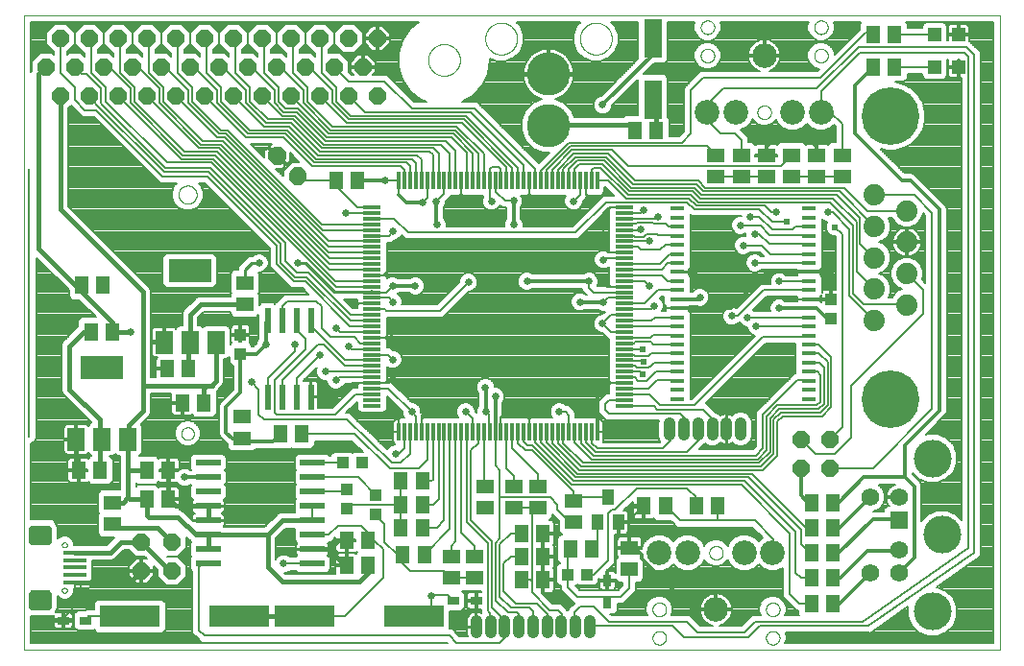
<source format=gtl>
G75*
%MOIN*%
%OFA0B0*%
%FSLAX25Y25*%
%IPPOS*%
%LPD*%
%AMOC8*
5,1,8,0,0,1.08239X$1,22.5*
%
%ADD10C,0.00000*%
%ADD11R,0.01181X0.06299*%
%ADD12R,0.06299X0.01181*%
%ADD13R,0.05118X0.01575*%
%ADD14R,0.03937X0.04331*%
%ADD15R,0.02400X0.08700*%
%ADD16R,0.05118X0.06299*%
%ADD17C,0.08600*%
%ADD18R,0.03937X0.05512*%
%ADD19R,0.06299X0.05118*%
%ADD20R,0.05906X0.05118*%
%ADD21R,0.04331X0.03937*%
%ADD22R,0.05900X0.07900*%
%ADD23R,0.15000X0.07900*%
%ADD24R,0.05118X0.05906*%
%ADD25C,0.07400*%
%ADD26C,0.20000*%
%ADD27R,0.08661X0.02362*%
%ADD28R,0.21000X0.07600*%
%ADD29R,0.06299X0.13780*%
%ADD30R,0.04724X0.04724*%
%ADD31C,0.03969*%
%ADD32OC8,0.06000*%
%ADD33C,0.01200*%
%ADD34R,0.06200X0.06200*%
%ADD35C,0.06200*%
%ADD36C,0.13100*%
%ADD37R,0.03150X0.03937*%
%ADD38R,0.03937X0.03150*%
%ADD39R,0.08300X0.01600*%
%ADD40R,0.07050X0.07050*%
%ADD41C,0.02233*%
%ADD42C,0.00500*%
%ADD43C,0.15000*%
%ADD44C,0.02600*%
%ADD45C,0.00800*%
%ADD46C,0.01600*%
%ADD47C,0.00700*%
%ADD48C,0.02400*%
%ADD49C,0.00900*%
%ADD50C,0.01000*%
D10*
X0004300Y0012866D02*
X0004300Y0233366D01*
X0342800Y0233366D01*
X0342800Y0012866D01*
X0004300Y0012866D01*
X0017300Y0033622D02*
X0017302Y0033681D01*
X0017308Y0033741D01*
X0017318Y0033799D01*
X0017331Y0033857D01*
X0017349Y0033914D01*
X0017370Y0033970D01*
X0017395Y0034024D01*
X0017423Y0034076D01*
X0017455Y0034127D01*
X0017490Y0034175D01*
X0017528Y0034221D01*
X0017569Y0034264D01*
X0017613Y0034304D01*
X0017659Y0034341D01*
X0017708Y0034375D01*
X0017759Y0034406D01*
X0017811Y0034434D01*
X0017866Y0034458D01*
X0017922Y0034478D01*
X0017979Y0034494D01*
X0018037Y0034507D01*
X0018096Y0034516D01*
X0018155Y0034521D01*
X0018215Y0034522D01*
X0018274Y0034519D01*
X0018333Y0034512D01*
X0018392Y0034501D01*
X0018450Y0034487D01*
X0018506Y0034468D01*
X0018562Y0034446D01*
X0018615Y0034421D01*
X0018667Y0034391D01*
X0018717Y0034359D01*
X0018764Y0034323D01*
X0018810Y0034284D01*
X0018852Y0034242D01*
X0018892Y0034198D01*
X0018928Y0034151D01*
X0018961Y0034102D01*
X0018992Y0034050D01*
X0019018Y0033997D01*
X0019041Y0033942D01*
X0019060Y0033886D01*
X0019076Y0033828D01*
X0019088Y0033770D01*
X0019096Y0033711D01*
X0019100Y0033652D01*
X0019100Y0033592D01*
X0019096Y0033533D01*
X0019088Y0033474D01*
X0019076Y0033416D01*
X0019060Y0033358D01*
X0019041Y0033302D01*
X0019018Y0033247D01*
X0018992Y0033194D01*
X0018961Y0033142D01*
X0018928Y0033093D01*
X0018892Y0033046D01*
X0018852Y0033002D01*
X0018810Y0032960D01*
X0018764Y0032921D01*
X0018717Y0032885D01*
X0018667Y0032853D01*
X0018615Y0032823D01*
X0018562Y0032798D01*
X0018506Y0032776D01*
X0018450Y0032757D01*
X0018392Y0032743D01*
X0018333Y0032732D01*
X0018274Y0032725D01*
X0018215Y0032722D01*
X0018155Y0032723D01*
X0018096Y0032728D01*
X0018037Y0032737D01*
X0017979Y0032750D01*
X0017922Y0032766D01*
X0017866Y0032786D01*
X0017811Y0032810D01*
X0017759Y0032838D01*
X0017708Y0032869D01*
X0017659Y0032903D01*
X0017613Y0032940D01*
X0017569Y0032980D01*
X0017528Y0033023D01*
X0017490Y0033069D01*
X0017455Y0033117D01*
X0017423Y0033168D01*
X0017395Y0033220D01*
X0017370Y0033274D01*
X0017349Y0033330D01*
X0017331Y0033387D01*
X0017318Y0033445D01*
X0017308Y0033503D01*
X0017302Y0033563D01*
X0017300Y0033622D01*
X0017300Y0049422D02*
X0017302Y0049481D01*
X0017308Y0049541D01*
X0017318Y0049599D01*
X0017331Y0049657D01*
X0017349Y0049714D01*
X0017370Y0049770D01*
X0017395Y0049824D01*
X0017423Y0049876D01*
X0017455Y0049927D01*
X0017490Y0049975D01*
X0017528Y0050021D01*
X0017569Y0050064D01*
X0017613Y0050104D01*
X0017659Y0050141D01*
X0017708Y0050175D01*
X0017759Y0050206D01*
X0017811Y0050234D01*
X0017866Y0050258D01*
X0017922Y0050278D01*
X0017979Y0050294D01*
X0018037Y0050307D01*
X0018096Y0050316D01*
X0018155Y0050321D01*
X0018215Y0050322D01*
X0018274Y0050319D01*
X0018333Y0050312D01*
X0018392Y0050301D01*
X0018450Y0050287D01*
X0018506Y0050268D01*
X0018562Y0050246D01*
X0018615Y0050221D01*
X0018667Y0050191D01*
X0018717Y0050159D01*
X0018764Y0050123D01*
X0018810Y0050084D01*
X0018852Y0050042D01*
X0018892Y0049998D01*
X0018928Y0049951D01*
X0018961Y0049902D01*
X0018992Y0049850D01*
X0019018Y0049797D01*
X0019041Y0049742D01*
X0019060Y0049686D01*
X0019076Y0049628D01*
X0019088Y0049570D01*
X0019096Y0049511D01*
X0019100Y0049452D01*
X0019100Y0049392D01*
X0019096Y0049333D01*
X0019088Y0049274D01*
X0019076Y0049216D01*
X0019060Y0049158D01*
X0019041Y0049102D01*
X0019018Y0049047D01*
X0018992Y0048994D01*
X0018961Y0048942D01*
X0018928Y0048893D01*
X0018892Y0048846D01*
X0018852Y0048802D01*
X0018810Y0048760D01*
X0018764Y0048721D01*
X0018717Y0048685D01*
X0018667Y0048653D01*
X0018615Y0048623D01*
X0018562Y0048598D01*
X0018506Y0048576D01*
X0018450Y0048557D01*
X0018392Y0048543D01*
X0018333Y0048532D01*
X0018274Y0048525D01*
X0018215Y0048522D01*
X0018155Y0048523D01*
X0018096Y0048528D01*
X0018037Y0048537D01*
X0017979Y0048550D01*
X0017922Y0048566D01*
X0017866Y0048586D01*
X0017811Y0048610D01*
X0017759Y0048638D01*
X0017708Y0048669D01*
X0017659Y0048703D01*
X0017613Y0048740D01*
X0017569Y0048780D01*
X0017528Y0048823D01*
X0017490Y0048869D01*
X0017455Y0048917D01*
X0017423Y0048968D01*
X0017395Y0049020D01*
X0017370Y0049074D01*
X0017349Y0049130D01*
X0017331Y0049187D01*
X0017318Y0049245D01*
X0017308Y0049303D01*
X0017302Y0049363D01*
X0017300Y0049422D01*
X0058760Y0088084D02*
X0058762Y0088177D01*
X0058768Y0088269D01*
X0058778Y0088361D01*
X0058792Y0088452D01*
X0058809Y0088543D01*
X0058831Y0088633D01*
X0058856Y0088722D01*
X0058885Y0088810D01*
X0058918Y0088896D01*
X0058955Y0088981D01*
X0058995Y0089065D01*
X0059039Y0089146D01*
X0059086Y0089226D01*
X0059136Y0089304D01*
X0059190Y0089379D01*
X0059247Y0089452D01*
X0059307Y0089522D01*
X0059370Y0089590D01*
X0059436Y0089655D01*
X0059504Y0089717D01*
X0059575Y0089777D01*
X0059649Y0089833D01*
X0059725Y0089886D01*
X0059803Y0089935D01*
X0059883Y0089982D01*
X0059965Y0090024D01*
X0060049Y0090064D01*
X0060134Y0090099D01*
X0060221Y0090131D01*
X0060309Y0090160D01*
X0060398Y0090184D01*
X0060488Y0090205D01*
X0060579Y0090221D01*
X0060671Y0090234D01*
X0060763Y0090243D01*
X0060856Y0090248D01*
X0060948Y0090249D01*
X0061041Y0090246D01*
X0061133Y0090239D01*
X0061225Y0090228D01*
X0061316Y0090213D01*
X0061407Y0090195D01*
X0061497Y0090172D01*
X0061585Y0090146D01*
X0061673Y0090116D01*
X0061759Y0090082D01*
X0061843Y0090045D01*
X0061926Y0090003D01*
X0062007Y0089959D01*
X0062087Y0089911D01*
X0062164Y0089860D01*
X0062238Y0089805D01*
X0062311Y0089747D01*
X0062381Y0089687D01*
X0062448Y0089623D01*
X0062512Y0089557D01*
X0062574Y0089487D01*
X0062632Y0089416D01*
X0062687Y0089342D01*
X0062739Y0089265D01*
X0062788Y0089186D01*
X0062834Y0089106D01*
X0062876Y0089023D01*
X0062914Y0088939D01*
X0062949Y0088853D01*
X0062980Y0088766D01*
X0063007Y0088678D01*
X0063030Y0088588D01*
X0063050Y0088498D01*
X0063066Y0088407D01*
X0063078Y0088315D01*
X0063086Y0088223D01*
X0063090Y0088130D01*
X0063090Y0088038D01*
X0063086Y0087945D01*
X0063078Y0087853D01*
X0063066Y0087761D01*
X0063050Y0087670D01*
X0063030Y0087580D01*
X0063007Y0087490D01*
X0062980Y0087402D01*
X0062949Y0087315D01*
X0062914Y0087229D01*
X0062876Y0087145D01*
X0062834Y0087062D01*
X0062788Y0086982D01*
X0062739Y0086903D01*
X0062687Y0086826D01*
X0062632Y0086752D01*
X0062574Y0086681D01*
X0062512Y0086611D01*
X0062448Y0086545D01*
X0062381Y0086481D01*
X0062311Y0086421D01*
X0062238Y0086363D01*
X0062164Y0086308D01*
X0062087Y0086257D01*
X0062008Y0086209D01*
X0061926Y0086165D01*
X0061843Y0086123D01*
X0061759Y0086086D01*
X0061673Y0086052D01*
X0061585Y0086022D01*
X0061497Y0085996D01*
X0061407Y0085973D01*
X0061316Y0085955D01*
X0061225Y0085940D01*
X0061133Y0085929D01*
X0061041Y0085922D01*
X0060948Y0085919D01*
X0060856Y0085920D01*
X0060763Y0085925D01*
X0060671Y0085934D01*
X0060579Y0085947D01*
X0060488Y0085963D01*
X0060398Y0085984D01*
X0060309Y0086008D01*
X0060221Y0086037D01*
X0060134Y0086069D01*
X0060049Y0086104D01*
X0059965Y0086144D01*
X0059883Y0086186D01*
X0059803Y0086233D01*
X0059725Y0086282D01*
X0059649Y0086335D01*
X0059575Y0086391D01*
X0059504Y0086451D01*
X0059436Y0086513D01*
X0059370Y0086578D01*
X0059307Y0086646D01*
X0059247Y0086716D01*
X0059190Y0086789D01*
X0059136Y0086864D01*
X0059086Y0086942D01*
X0059039Y0087022D01*
X0058995Y0087103D01*
X0058955Y0087187D01*
X0058918Y0087272D01*
X0058885Y0087358D01*
X0058856Y0087446D01*
X0058831Y0087535D01*
X0058809Y0087625D01*
X0058792Y0087716D01*
X0058778Y0087807D01*
X0058768Y0087899D01*
X0058762Y0087991D01*
X0058760Y0088084D01*
X0057775Y0171084D02*
X0057777Y0171196D01*
X0057783Y0171307D01*
X0057793Y0171419D01*
X0057807Y0171530D01*
X0057824Y0171640D01*
X0057846Y0171750D01*
X0057872Y0171859D01*
X0057901Y0171967D01*
X0057934Y0172073D01*
X0057971Y0172179D01*
X0058012Y0172283D01*
X0058057Y0172386D01*
X0058105Y0172487D01*
X0058156Y0172586D01*
X0058211Y0172683D01*
X0058270Y0172778D01*
X0058331Y0172872D01*
X0058396Y0172963D01*
X0058465Y0173051D01*
X0058536Y0173137D01*
X0058610Y0173221D01*
X0058688Y0173301D01*
X0058768Y0173379D01*
X0058851Y0173455D01*
X0058936Y0173527D01*
X0059024Y0173596D01*
X0059114Y0173662D01*
X0059207Y0173724D01*
X0059302Y0173784D01*
X0059399Y0173840D01*
X0059497Y0173892D01*
X0059598Y0173941D01*
X0059700Y0173986D01*
X0059804Y0174028D01*
X0059909Y0174066D01*
X0060016Y0174100D01*
X0060123Y0174130D01*
X0060232Y0174157D01*
X0060341Y0174179D01*
X0060452Y0174198D01*
X0060562Y0174213D01*
X0060674Y0174224D01*
X0060785Y0174231D01*
X0060897Y0174234D01*
X0061009Y0174233D01*
X0061121Y0174228D01*
X0061232Y0174219D01*
X0061343Y0174206D01*
X0061454Y0174189D01*
X0061564Y0174169D01*
X0061673Y0174144D01*
X0061781Y0174116D01*
X0061888Y0174083D01*
X0061994Y0174047D01*
X0062098Y0174007D01*
X0062201Y0173964D01*
X0062303Y0173917D01*
X0062402Y0173866D01*
X0062500Y0173812D01*
X0062596Y0173754D01*
X0062690Y0173693D01*
X0062781Y0173629D01*
X0062870Y0173562D01*
X0062957Y0173491D01*
X0063041Y0173417D01*
X0063123Y0173341D01*
X0063201Y0173261D01*
X0063277Y0173179D01*
X0063350Y0173094D01*
X0063420Y0173007D01*
X0063486Y0172917D01*
X0063550Y0172825D01*
X0063610Y0172731D01*
X0063667Y0172635D01*
X0063720Y0172536D01*
X0063770Y0172436D01*
X0063816Y0172335D01*
X0063859Y0172231D01*
X0063898Y0172126D01*
X0063933Y0172020D01*
X0063964Y0171913D01*
X0063992Y0171804D01*
X0064015Y0171695D01*
X0064035Y0171585D01*
X0064051Y0171474D01*
X0064063Y0171363D01*
X0064071Y0171252D01*
X0064075Y0171140D01*
X0064075Y0171028D01*
X0064071Y0170916D01*
X0064063Y0170805D01*
X0064051Y0170694D01*
X0064035Y0170583D01*
X0064015Y0170473D01*
X0063992Y0170364D01*
X0063964Y0170255D01*
X0063933Y0170148D01*
X0063898Y0170042D01*
X0063859Y0169937D01*
X0063816Y0169833D01*
X0063770Y0169732D01*
X0063720Y0169632D01*
X0063667Y0169533D01*
X0063610Y0169437D01*
X0063550Y0169343D01*
X0063486Y0169251D01*
X0063420Y0169161D01*
X0063350Y0169074D01*
X0063277Y0168989D01*
X0063201Y0168907D01*
X0063123Y0168827D01*
X0063041Y0168751D01*
X0062957Y0168677D01*
X0062870Y0168606D01*
X0062781Y0168539D01*
X0062690Y0168475D01*
X0062596Y0168414D01*
X0062500Y0168356D01*
X0062402Y0168302D01*
X0062303Y0168251D01*
X0062201Y0168204D01*
X0062098Y0168161D01*
X0061994Y0168121D01*
X0061888Y0168085D01*
X0061781Y0168052D01*
X0061673Y0168024D01*
X0061564Y0167999D01*
X0061454Y0167979D01*
X0061343Y0167962D01*
X0061232Y0167949D01*
X0061121Y0167940D01*
X0061009Y0167935D01*
X0060897Y0167934D01*
X0060785Y0167937D01*
X0060674Y0167944D01*
X0060562Y0167955D01*
X0060452Y0167970D01*
X0060341Y0167989D01*
X0060232Y0168011D01*
X0060123Y0168038D01*
X0060016Y0168068D01*
X0059909Y0168102D01*
X0059804Y0168140D01*
X0059700Y0168182D01*
X0059598Y0168227D01*
X0059497Y0168276D01*
X0059399Y0168328D01*
X0059302Y0168384D01*
X0059207Y0168444D01*
X0059114Y0168506D01*
X0059024Y0168572D01*
X0058936Y0168641D01*
X0058851Y0168713D01*
X0058768Y0168789D01*
X0058688Y0168867D01*
X0058610Y0168947D01*
X0058536Y0169031D01*
X0058465Y0169117D01*
X0058396Y0169205D01*
X0058331Y0169296D01*
X0058270Y0169390D01*
X0058211Y0169485D01*
X0058156Y0169582D01*
X0058105Y0169681D01*
X0058057Y0169782D01*
X0058012Y0169885D01*
X0057971Y0169989D01*
X0057934Y0170095D01*
X0057901Y0170201D01*
X0057872Y0170309D01*
X0057846Y0170418D01*
X0057824Y0170528D01*
X0057807Y0170638D01*
X0057793Y0170749D01*
X0057783Y0170861D01*
X0057777Y0170972D01*
X0057775Y0171084D01*
X0144413Y0217866D02*
X0144415Y0218014D01*
X0144421Y0218162D01*
X0144431Y0218310D01*
X0144445Y0218457D01*
X0144463Y0218604D01*
X0144484Y0218750D01*
X0144510Y0218896D01*
X0144540Y0219041D01*
X0144573Y0219185D01*
X0144611Y0219328D01*
X0144652Y0219470D01*
X0144697Y0219611D01*
X0144745Y0219751D01*
X0144798Y0219890D01*
X0144854Y0220027D01*
X0144914Y0220162D01*
X0144977Y0220296D01*
X0145044Y0220428D01*
X0145115Y0220558D01*
X0145189Y0220686D01*
X0145266Y0220812D01*
X0145347Y0220936D01*
X0145431Y0221058D01*
X0145518Y0221177D01*
X0145609Y0221294D01*
X0145703Y0221409D01*
X0145799Y0221521D01*
X0145899Y0221631D01*
X0146001Y0221737D01*
X0146107Y0221841D01*
X0146215Y0221942D01*
X0146326Y0222040D01*
X0146439Y0222136D01*
X0146555Y0222228D01*
X0146673Y0222317D01*
X0146794Y0222402D01*
X0146917Y0222485D01*
X0147042Y0222564D01*
X0147169Y0222640D01*
X0147298Y0222712D01*
X0147429Y0222781D01*
X0147562Y0222846D01*
X0147697Y0222907D01*
X0147833Y0222965D01*
X0147970Y0223020D01*
X0148109Y0223070D01*
X0148250Y0223117D01*
X0148391Y0223160D01*
X0148534Y0223200D01*
X0148678Y0223235D01*
X0148822Y0223267D01*
X0148968Y0223294D01*
X0149114Y0223318D01*
X0149261Y0223338D01*
X0149408Y0223354D01*
X0149555Y0223366D01*
X0149703Y0223374D01*
X0149851Y0223378D01*
X0149999Y0223378D01*
X0150147Y0223374D01*
X0150295Y0223366D01*
X0150442Y0223354D01*
X0150589Y0223338D01*
X0150736Y0223318D01*
X0150882Y0223294D01*
X0151028Y0223267D01*
X0151172Y0223235D01*
X0151316Y0223200D01*
X0151459Y0223160D01*
X0151600Y0223117D01*
X0151741Y0223070D01*
X0151880Y0223020D01*
X0152017Y0222965D01*
X0152153Y0222907D01*
X0152288Y0222846D01*
X0152421Y0222781D01*
X0152552Y0222712D01*
X0152681Y0222640D01*
X0152808Y0222564D01*
X0152933Y0222485D01*
X0153056Y0222402D01*
X0153177Y0222317D01*
X0153295Y0222228D01*
X0153411Y0222136D01*
X0153524Y0222040D01*
X0153635Y0221942D01*
X0153743Y0221841D01*
X0153849Y0221737D01*
X0153951Y0221631D01*
X0154051Y0221521D01*
X0154147Y0221409D01*
X0154241Y0221294D01*
X0154332Y0221177D01*
X0154419Y0221058D01*
X0154503Y0220936D01*
X0154584Y0220812D01*
X0154661Y0220686D01*
X0154735Y0220558D01*
X0154806Y0220428D01*
X0154873Y0220296D01*
X0154936Y0220162D01*
X0154996Y0220027D01*
X0155052Y0219890D01*
X0155105Y0219751D01*
X0155153Y0219611D01*
X0155198Y0219470D01*
X0155239Y0219328D01*
X0155277Y0219185D01*
X0155310Y0219041D01*
X0155340Y0218896D01*
X0155366Y0218750D01*
X0155387Y0218604D01*
X0155405Y0218457D01*
X0155419Y0218310D01*
X0155429Y0218162D01*
X0155435Y0218014D01*
X0155437Y0217866D01*
X0155435Y0217718D01*
X0155429Y0217570D01*
X0155419Y0217422D01*
X0155405Y0217275D01*
X0155387Y0217128D01*
X0155366Y0216982D01*
X0155340Y0216836D01*
X0155310Y0216691D01*
X0155277Y0216547D01*
X0155239Y0216404D01*
X0155198Y0216262D01*
X0155153Y0216121D01*
X0155105Y0215981D01*
X0155052Y0215842D01*
X0154996Y0215705D01*
X0154936Y0215570D01*
X0154873Y0215436D01*
X0154806Y0215304D01*
X0154735Y0215174D01*
X0154661Y0215046D01*
X0154584Y0214920D01*
X0154503Y0214796D01*
X0154419Y0214674D01*
X0154332Y0214555D01*
X0154241Y0214438D01*
X0154147Y0214323D01*
X0154051Y0214211D01*
X0153951Y0214101D01*
X0153849Y0213995D01*
X0153743Y0213891D01*
X0153635Y0213790D01*
X0153524Y0213692D01*
X0153411Y0213596D01*
X0153295Y0213504D01*
X0153177Y0213415D01*
X0153056Y0213330D01*
X0152933Y0213247D01*
X0152808Y0213168D01*
X0152681Y0213092D01*
X0152552Y0213020D01*
X0152421Y0212951D01*
X0152288Y0212886D01*
X0152153Y0212825D01*
X0152017Y0212767D01*
X0151880Y0212712D01*
X0151741Y0212662D01*
X0151600Y0212615D01*
X0151459Y0212572D01*
X0151316Y0212532D01*
X0151172Y0212497D01*
X0151028Y0212465D01*
X0150882Y0212438D01*
X0150736Y0212414D01*
X0150589Y0212394D01*
X0150442Y0212378D01*
X0150295Y0212366D01*
X0150147Y0212358D01*
X0149999Y0212354D01*
X0149851Y0212354D01*
X0149703Y0212358D01*
X0149555Y0212366D01*
X0149408Y0212378D01*
X0149261Y0212394D01*
X0149114Y0212414D01*
X0148968Y0212438D01*
X0148822Y0212465D01*
X0148678Y0212497D01*
X0148534Y0212532D01*
X0148391Y0212572D01*
X0148250Y0212615D01*
X0148109Y0212662D01*
X0147970Y0212712D01*
X0147833Y0212767D01*
X0147697Y0212825D01*
X0147562Y0212886D01*
X0147429Y0212951D01*
X0147298Y0213020D01*
X0147169Y0213092D01*
X0147042Y0213168D01*
X0146917Y0213247D01*
X0146794Y0213330D01*
X0146673Y0213415D01*
X0146555Y0213504D01*
X0146439Y0213596D01*
X0146326Y0213692D01*
X0146215Y0213790D01*
X0146107Y0213891D01*
X0146001Y0213995D01*
X0145899Y0214101D01*
X0145799Y0214211D01*
X0145703Y0214323D01*
X0145609Y0214438D01*
X0145518Y0214555D01*
X0145431Y0214674D01*
X0145347Y0214796D01*
X0145266Y0214920D01*
X0145189Y0215046D01*
X0145115Y0215174D01*
X0145044Y0215304D01*
X0144977Y0215436D01*
X0144914Y0215570D01*
X0144854Y0215705D01*
X0144798Y0215842D01*
X0144745Y0215981D01*
X0144697Y0216121D01*
X0144652Y0216262D01*
X0144611Y0216404D01*
X0144573Y0216547D01*
X0144540Y0216691D01*
X0144510Y0216836D01*
X0144484Y0216982D01*
X0144463Y0217128D01*
X0144445Y0217275D01*
X0144431Y0217422D01*
X0144421Y0217570D01*
X0144415Y0217718D01*
X0144413Y0217866D01*
X0164226Y0225267D02*
X0164228Y0225415D01*
X0164234Y0225563D01*
X0164244Y0225711D01*
X0164258Y0225858D01*
X0164276Y0226005D01*
X0164297Y0226151D01*
X0164323Y0226297D01*
X0164353Y0226442D01*
X0164386Y0226586D01*
X0164424Y0226729D01*
X0164465Y0226871D01*
X0164510Y0227012D01*
X0164558Y0227152D01*
X0164611Y0227291D01*
X0164667Y0227428D01*
X0164727Y0227563D01*
X0164790Y0227697D01*
X0164857Y0227829D01*
X0164928Y0227959D01*
X0165002Y0228087D01*
X0165079Y0228213D01*
X0165160Y0228337D01*
X0165244Y0228459D01*
X0165331Y0228578D01*
X0165422Y0228695D01*
X0165516Y0228810D01*
X0165612Y0228922D01*
X0165712Y0229032D01*
X0165814Y0229138D01*
X0165920Y0229242D01*
X0166028Y0229343D01*
X0166139Y0229441D01*
X0166252Y0229537D01*
X0166368Y0229629D01*
X0166486Y0229718D01*
X0166607Y0229803D01*
X0166730Y0229886D01*
X0166855Y0229965D01*
X0166982Y0230041D01*
X0167111Y0230113D01*
X0167242Y0230182D01*
X0167375Y0230247D01*
X0167510Y0230308D01*
X0167646Y0230366D01*
X0167783Y0230421D01*
X0167922Y0230471D01*
X0168063Y0230518D01*
X0168204Y0230561D01*
X0168347Y0230601D01*
X0168491Y0230636D01*
X0168635Y0230668D01*
X0168781Y0230695D01*
X0168927Y0230719D01*
X0169074Y0230739D01*
X0169221Y0230755D01*
X0169368Y0230767D01*
X0169516Y0230775D01*
X0169664Y0230779D01*
X0169812Y0230779D01*
X0169960Y0230775D01*
X0170108Y0230767D01*
X0170255Y0230755D01*
X0170402Y0230739D01*
X0170549Y0230719D01*
X0170695Y0230695D01*
X0170841Y0230668D01*
X0170985Y0230636D01*
X0171129Y0230601D01*
X0171272Y0230561D01*
X0171413Y0230518D01*
X0171554Y0230471D01*
X0171693Y0230421D01*
X0171830Y0230366D01*
X0171966Y0230308D01*
X0172101Y0230247D01*
X0172234Y0230182D01*
X0172365Y0230113D01*
X0172494Y0230041D01*
X0172621Y0229965D01*
X0172746Y0229886D01*
X0172869Y0229803D01*
X0172990Y0229718D01*
X0173108Y0229629D01*
X0173224Y0229537D01*
X0173337Y0229441D01*
X0173448Y0229343D01*
X0173556Y0229242D01*
X0173662Y0229138D01*
X0173764Y0229032D01*
X0173864Y0228922D01*
X0173960Y0228810D01*
X0174054Y0228695D01*
X0174145Y0228578D01*
X0174232Y0228459D01*
X0174316Y0228337D01*
X0174397Y0228213D01*
X0174474Y0228087D01*
X0174548Y0227959D01*
X0174619Y0227829D01*
X0174686Y0227697D01*
X0174749Y0227563D01*
X0174809Y0227428D01*
X0174865Y0227291D01*
X0174918Y0227152D01*
X0174966Y0227012D01*
X0175011Y0226871D01*
X0175052Y0226729D01*
X0175090Y0226586D01*
X0175123Y0226442D01*
X0175153Y0226297D01*
X0175179Y0226151D01*
X0175200Y0226005D01*
X0175218Y0225858D01*
X0175232Y0225711D01*
X0175242Y0225563D01*
X0175248Y0225415D01*
X0175250Y0225267D01*
X0175248Y0225119D01*
X0175242Y0224971D01*
X0175232Y0224823D01*
X0175218Y0224676D01*
X0175200Y0224529D01*
X0175179Y0224383D01*
X0175153Y0224237D01*
X0175123Y0224092D01*
X0175090Y0223948D01*
X0175052Y0223805D01*
X0175011Y0223663D01*
X0174966Y0223522D01*
X0174918Y0223382D01*
X0174865Y0223243D01*
X0174809Y0223106D01*
X0174749Y0222971D01*
X0174686Y0222837D01*
X0174619Y0222705D01*
X0174548Y0222575D01*
X0174474Y0222447D01*
X0174397Y0222321D01*
X0174316Y0222197D01*
X0174232Y0222075D01*
X0174145Y0221956D01*
X0174054Y0221839D01*
X0173960Y0221724D01*
X0173864Y0221612D01*
X0173764Y0221502D01*
X0173662Y0221396D01*
X0173556Y0221292D01*
X0173448Y0221191D01*
X0173337Y0221093D01*
X0173224Y0220997D01*
X0173108Y0220905D01*
X0172990Y0220816D01*
X0172869Y0220731D01*
X0172746Y0220648D01*
X0172621Y0220569D01*
X0172494Y0220493D01*
X0172365Y0220421D01*
X0172234Y0220352D01*
X0172101Y0220287D01*
X0171966Y0220226D01*
X0171830Y0220168D01*
X0171693Y0220113D01*
X0171554Y0220063D01*
X0171413Y0220016D01*
X0171272Y0219973D01*
X0171129Y0219933D01*
X0170985Y0219898D01*
X0170841Y0219866D01*
X0170695Y0219839D01*
X0170549Y0219815D01*
X0170402Y0219795D01*
X0170255Y0219779D01*
X0170108Y0219767D01*
X0169960Y0219759D01*
X0169812Y0219755D01*
X0169664Y0219755D01*
X0169516Y0219759D01*
X0169368Y0219767D01*
X0169221Y0219779D01*
X0169074Y0219795D01*
X0168927Y0219815D01*
X0168781Y0219839D01*
X0168635Y0219866D01*
X0168491Y0219898D01*
X0168347Y0219933D01*
X0168204Y0219973D01*
X0168063Y0220016D01*
X0167922Y0220063D01*
X0167783Y0220113D01*
X0167646Y0220168D01*
X0167510Y0220226D01*
X0167375Y0220287D01*
X0167242Y0220352D01*
X0167111Y0220421D01*
X0166982Y0220493D01*
X0166855Y0220569D01*
X0166730Y0220648D01*
X0166607Y0220731D01*
X0166486Y0220816D01*
X0166368Y0220905D01*
X0166252Y0220997D01*
X0166139Y0221093D01*
X0166028Y0221191D01*
X0165920Y0221292D01*
X0165814Y0221396D01*
X0165712Y0221502D01*
X0165612Y0221612D01*
X0165516Y0221724D01*
X0165422Y0221839D01*
X0165331Y0221956D01*
X0165244Y0222075D01*
X0165160Y0222197D01*
X0165079Y0222321D01*
X0165002Y0222447D01*
X0164928Y0222575D01*
X0164857Y0222705D01*
X0164790Y0222837D01*
X0164727Y0222971D01*
X0164667Y0223106D01*
X0164611Y0223243D01*
X0164558Y0223382D01*
X0164510Y0223522D01*
X0164465Y0223663D01*
X0164424Y0223805D01*
X0164386Y0223948D01*
X0164353Y0224092D01*
X0164323Y0224237D01*
X0164297Y0224383D01*
X0164276Y0224529D01*
X0164258Y0224676D01*
X0164244Y0224823D01*
X0164234Y0224971D01*
X0164228Y0225119D01*
X0164226Y0225267D01*
X0197100Y0225267D02*
X0197102Y0225415D01*
X0197108Y0225563D01*
X0197118Y0225711D01*
X0197132Y0225858D01*
X0197150Y0226005D01*
X0197171Y0226151D01*
X0197197Y0226297D01*
X0197227Y0226442D01*
X0197260Y0226586D01*
X0197298Y0226729D01*
X0197339Y0226871D01*
X0197384Y0227012D01*
X0197432Y0227152D01*
X0197485Y0227291D01*
X0197541Y0227428D01*
X0197601Y0227563D01*
X0197664Y0227697D01*
X0197731Y0227829D01*
X0197802Y0227959D01*
X0197876Y0228087D01*
X0197953Y0228213D01*
X0198034Y0228337D01*
X0198118Y0228459D01*
X0198205Y0228578D01*
X0198296Y0228695D01*
X0198390Y0228810D01*
X0198486Y0228922D01*
X0198586Y0229032D01*
X0198688Y0229138D01*
X0198794Y0229242D01*
X0198902Y0229343D01*
X0199013Y0229441D01*
X0199126Y0229537D01*
X0199242Y0229629D01*
X0199360Y0229718D01*
X0199481Y0229803D01*
X0199604Y0229886D01*
X0199729Y0229965D01*
X0199856Y0230041D01*
X0199985Y0230113D01*
X0200116Y0230182D01*
X0200249Y0230247D01*
X0200384Y0230308D01*
X0200520Y0230366D01*
X0200657Y0230421D01*
X0200796Y0230471D01*
X0200937Y0230518D01*
X0201078Y0230561D01*
X0201221Y0230601D01*
X0201365Y0230636D01*
X0201509Y0230668D01*
X0201655Y0230695D01*
X0201801Y0230719D01*
X0201948Y0230739D01*
X0202095Y0230755D01*
X0202242Y0230767D01*
X0202390Y0230775D01*
X0202538Y0230779D01*
X0202686Y0230779D01*
X0202834Y0230775D01*
X0202982Y0230767D01*
X0203129Y0230755D01*
X0203276Y0230739D01*
X0203423Y0230719D01*
X0203569Y0230695D01*
X0203715Y0230668D01*
X0203859Y0230636D01*
X0204003Y0230601D01*
X0204146Y0230561D01*
X0204287Y0230518D01*
X0204428Y0230471D01*
X0204567Y0230421D01*
X0204704Y0230366D01*
X0204840Y0230308D01*
X0204975Y0230247D01*
X0205108Y0230182D01*
X0205239Y0230113D01*
X0205368Y0230041D01*
X0205495Y0229965D01*
X0205620Y0229886D01*
X0205743Y0229803D01*
X0205864Y0229718D01*
X0205982Y0229629D01*
X0206098Y0229537D01*
X0206211Y0229441D01*
X0206322Y0229343D01*
X0206430Y0229242D01*
X0206536Y0229138D01*
X0206638Y0229032D01*
X0206738Y0228922D01*
X0206834Y0228810D01*
X0206928Y0228695D01*
X0207019Y0228578D01*
X0207106Y0228459D01*
X0207190Y0228337D01*
X0207271Y0228213D01*
X0207348Y0228087D01*
X0207422Y0227959D01*
X0207493Y0227829D01*
X0207560Y0227697D01*
X0207623Y0227563D01*
X0207683Y0227428D01*
X0207739Y0227291D01*
X0207792Y0227152D01*
X0207840Y0227012D01*
X0207885Y0226871D01*
X0207926Y0226729D01*
X0207964Y0226586D01*
X0207997Y0226442D01*
X0208027Y0226297D01*
X0208053Y0226151D01*
X0208074Y0226005D01*
X0208092Y0225858D01*
X0208106Y0225711D01*
X0208116Y0225563D01*
X0208122Y0225415D01*
X0208124Y0225267D01*
X0208122Y0225119D01*
X0208116Y0224971D01*
X0208106Y0224823D01*
X0208092Y0224676D01*
X0208074Y0224529D01*
X0208053Y0224383D01*
X0208027Y0224237D01*
X0207997Y0224092D01*
X0207964Y0223948D01*
X0207926Y0223805D01*
X0207885Y0223663D01*
X0207840Y0223522D01*
X0207792Y0223382D01*
X0207739Y0223243D01*
X0207683Y0223106D01*
X0207623Y0222971D01*
X0207560Y0222837D01*
X0207493Y0222705D01*
X0207422Y0222575D01*
X0207348Y0222447D01*
X0207271Y0222321D01*
X0207190Y0222197D01*
X0207106Y0222075D01*
X0207019Y0221956D01*
X0206928Y0221839D01*
X0206834Y0221724D01*
X0206738Y0221612D01*
X0206638Y0221502D01*
X0206536Y0221396D01*
X0206430Y0221292D01*
X0206322Y0221191D01*
X0206211Y0221093D01*
X0206098Y0220997D01*
X0205982Y0220905D01*
X0205864Y0220816D01*
X0205743Y0220731D01*
X0205620Y0220648D01*
X0205495Y0220569D01*
X0205368Y0220493D01*
X0205239Y0220421D01*
X0205108Y0220352D01*
X0204975Y0220287D01*
X0204840Y0220226D01*
X0204704Y0220168D01*
X0204567Y0220113D01*
X0204428Y0220063D01*
X0204287Y0220016D01*
X0204146Y0219973D01*
X0204003Y0219933D01*
X0203859Y0219898D01*
X0203715Y0219866D01*
X0203569Y0219839D01*
X0203423Y0219815D01*
X0203276Y0219795D01*
X0203129Y0219779D01*
X0202982Y0219767D01*
X0202834Y0219759D01*
X0202686Y0219755D01*
X0202538Y0219755D01*
X0202390Y0219759D01*
X0202242Y0219767D01*
X0202095Y0219779D01*
X0201948Y0219795D01*
X0201801Y0219815D01*
X0201655Y0219839D01*
X0201509Y0219866D01*
X0201365Y0219898D01*
X0201221Y0219933D01*
X0201078Y0219973D01*
X0200937Y0220016D01*
X0200796Y0220063D01*
X0200657Y0220113D01*
X0200520Y0220168D01*
X0200384Y0220226D01*
X0200249Y0220287D01*
X0200116Y0220352D01*
X0199985Y0220421D01*
X0199856Y0220493D01*
X0199729Y0220569D01*
X0199604Y0220648D01*
X0199481Y0220731D01*
X0199360Y0220816D01*
X0199242Y0220905D01*
X0199126Y0220997D01*
X0199013Y0221093D01*
X0198902Y0221191D01*
X0198794Y0221292D01*
X0198688Y0221396D01*
X0198586Y0221502D01*
X0198486Y0221612D01*
X0198390Y0221724D01*
X0198296Y0221839D01*
X0198205Y0221956D01*
X0198118Y0222075D01*
X0198034Y0222197D01*
X0197953Y0222321D01*
X0197876Y0222447D01*
X0197802Y0222575D01*
X0197731Y0222705D01*
X0197664Y0222837D01*
X0197601Y0222971D01*
X0197541Y0223106D01*
X0197485Y0223243D01*
X0197432Y0223382D01*
X0197384Y0223522D01*
X0197339Y0223663D01*
X0197298Y0223805D01*
X0197260Y0223948D01*
X0197227Y0224092D01*
X0197197Y0224237D01*
X0197171Y0224383D01*
X0197150Y0224529D01*
X0197132Y0224676D01*
X0197118Y0224823D01*
X0197108Y0224971D01*
X0197102Y0225119D01*
X0197100Y0225267D01*
X0238972Y0229208D02*
X0238974Y0229305D01*
X0238980Y0229402D01*
X0238990Y0229498D01*
X0239004Y0229594D01*
X0239022Y0229690D01*
X0239043Y0229784D01*
X0239069Y0229878D01*
X0239098Y0229970D01*
X0239132Y0230061D01*
X0239168Y0230151D01*
X0239209Y0230239D01*
X0239253Y0230325D01*
X0239301Y0230410D01*
X0239352Y0230492D01*
X0239406Y0230573D01*
X0239464Y0230651D01*
X0239525Y0230726D01*
X0239588Y0230799D01*
X0239655Y0230870D01*
X0239725Y0230937D01*
X0239797Y0231002D01*
X0239872Y0231063D01*
X0239950Y0231122D01*
X0240029Y0231177D01*
X0240111Y0231229D01*
X0240195Y0231277D01*
X0240281Y0231322D01*
X0240369Y0231364D01*
X0240458Y0231402D01*
X0240549Y0231436D01*
X0240641Y0231466D01*
X0240734Y0231493D01*
X0240829Y0231515D01*
X0240924Y0231534D01*
X0241020Y0231549D01*
X0241116Y0231560D01*
X0241213Y0231567D01*
X0241310Y0231570D01*
X0241407Y0231569D01*
X0241504Y0231564D01*
X0241600Y0231555D01*
X0241696Y0231542D01*
X0241792Y0231525D01*
X0241887Y0231504D01*
X0241980Y0231480D01*
X0242073Y0231451D01*
X0242165Y0231419D01*
X0242255Y0231383D01*
X0242343Y0231344D01*
X0242430Y0231300D01*
X0242515Y0231254D01*
X0242598Y0231203D01*
X0242679Y0231150D01*
X0242757Y0231093D01*
X0242834Y0231033D01*
X0242907Y0230970D01*
X0242978Y0230904D01*
X0243046Y0230835D01*
X0243112Y0230763D01*
X0243174Y0230689D01*
X0243233Y0230612D01*
X0243289Y0230533D01*
X0243342Y0230451D01*
X0243392Y0230368D01*
X0243437Y0230282D01*
X0243480Y0230195D01*
X0243519Y0230106D01*
X0243554Y0230016D01*
X0243585Y0229924D01*
X0243612Y0229831D01*
X0243636Y0229737D01*
X0243656Y0229642D01*
X0243672Y0229546D01*
X0243684Y0229450D01*
X0243692Y0229353D01*
X0243696Y0229256D01*
X0243696Y0229160D01*
X0243692Y0229063D01*
X0243684Y0228966D01*
X0243672Y0228870D01*
X0243656Y0228774D01*
X0243636Y0228679D01*
X0243612Y0228585D01*
X0243585Y0228492D01*
X0243554Y0228400D01*
X0243519Y0228310D01*
X0243480Y0228221D01*
X0243437Y0228134D01*
X0243392Y0228048D01*
X0243342Y0227965D01*
X0243289Y0227883D01*
X0243233Y0227804D01*
X0243174Y0227727D01*
X0243112Y0227653D01*
X0243046Y0227581D01*
X0242978Y0227512D01*
X0242907Y0227446D01*
X0242834Y0227383D01*
X0242757Y0227323D01*
X0242679Y0227266D01*
X0242598Y0227213D01*
X0242515Y0227162D01*
X0242430Y0227116D01*
X0242343Y0227072D01*
X0242255Y0227033D01*
X0242165Y0226997D01*
X0242073Y0226965D01*
X0241980Y0226936D01*
X0241887Y0226912D01*
X0241792Y0226891D01*
X0241696Y0226874D01*
X0241600Y0226861D01*
X0241504Y0226852D01*
X0241407Y0226847D01*
X0241310Y0226846D01*
X0241213Y0226849D01*
X0241116Y0226856D01*
X0241020Y0226867D01*
X0240924Y0226882D01*
X0240829Y0226901D01*
X0240734Y0226923D01*
X0240641Y0226950D01*
X0240549Y0226980D01*
X0240458Y0227014D01*
X0240369Y0227052D01*
X0240281Y0227094D01*
X0240195Y0227139D01*
X0240111Y0227187D01*
X0240029Y0227239D01*
X0239950Y0227294D01*
X0239872Y0227353D01*
X0239797Y0227414D01*
X0239725Y0227479D01*
X0239655Y0227546D01*
X0239588Y0227617D01*
X0239525Y0227690D01*
X0239464Y0227765D01*
X0239406Y0227843D01*
X0239352Y0227924D01*
X0239301Y0228006D01*
X0239253Y0228091D01*
X0239209Y0228177D01*
X0239168Y0228265D01*
X0239132Y0228355D01*
X0239098Y0228446D01*
X0239069Y0228538D01*
X0239043Y0228632D01*
X0239022Y0228726D01*
X0239004Y0228822D01*
X0238990Y0228918D01*
X0238980Y0229014D01*
X0238974Y0229111D01*
X0238972Y0229208D01*
X0238972Y0219366D02*
X0238974Y0219463D01*
X0238980Y0219560D01*
X0238990Y0219656D01*
X0239004Y0219752D01*
X0239022Y0219848D01*
X0239043Y0219942D01*
X0239069Y0220036D01*
X0239098Y0220128D01*
X0239132Y0220219D01*
X0239168Y0220309D01*
X0239209Y0220397D01*
X0239253Y0220483D01*
X0239301Y0220568D01*
X0239352Y0220650D01*
X0239406Y0220731D01*
X0239464Y0220809D01*
X0239525Y0220884D01*
X0239588Y0220957D01*
X0239655Y0221028D01*
X0239725Y0221095D01*
X0239797Y0221160D01*
X0239872Y0221221D01*
X0239950Y0221280D01*
X0240029Y0221335D01*
X0240111Y0221387D01*
X0240195Y0221435D01*
X0240281Y0221480D01*
X0240369Y0221522D01*
X0240458Y0221560D01*
X0240549Y0221594D01*
X0240641Y0221624D01*
X0240734Y0221651D01*
X0240829Y0221673D01*
X0240924Y0221692D01*
X0241020Y0221707D01*
X0241116Y0221718D01*
X0241213Y0221725D01*
X0241310Y0221728D01*
X0241407Y0221727D01*
X0241504Y0221722D01*
X0241600Y0221713D01*
X0241696Y0221700D01*
X0241792Y0221683D01*
X0241887Y0221662D01*
X0241980Y0221638D01*
X0242073Y0221609D01*
X0242165Y0221577D01*
X0242255Y0221541D01*
X0242343Y0221502D01*
X0242430Y0221458D01*
X0242515Y0221412D01*
X0242598Y0221361D01*
X0242679Y0221308D01*
X0242757Y0221251D01*
X0242834Y0221191D01*
X0242907Y0221128D01*
X0242978Y0221062D01*
X0243046Y0220993D01*
X0243112Y0220921D01*
X0243174Y0220847D01*
X0243233Y0220770D01*
X0243289Y0220691D01*
X0243342Y0220609D01*
X0243392Y0220526D01*
X0243437Y0220440D01*
X0243480Y0220353D01*
X0243519Y0220264D01*
X0243554Y0220174D01*
X0243585Y0220082D01*
X0243612Y0219989D01*
X0243636Y0219895D01*
X0243656Y0219800D01*
X0243672Y0219704D01*
X0243684Y0219608D01*
X0243692Y0219511D01*
X0243696Y0219414D01*
X0243696Y0219318D01*
X0243692Y0219221D01*
X0243684Y0219124D01*
X0243672Y0219028D01*
X0243656Y0218932D01*
X0243636Y0218837D01*
X0243612Y0218743D01*
X0243585Y0218650D01*
X0243554Y0218558D01*
X0243519Y0218468D01*
X0243480Y0218379D01*
X0243437Y0218292D01*
X0243392Y0218206D01*
X0243342Y0218123D01*
X0243289Y0218041D01*
X0243233Y0217962D01*
X0243174Y0217885D01*
X0243112Y0217811D01*
X0243046Y0217739D01*
X0242978Y0217670D01*
X0242907Y0217604D01*
X0242834Y0217541D01*
X0242757Y0217481D01*
X0242679Y0217424D01*
X0242598Y0217371D01*
X0242515Y0217320D01*
X0242430Y0217274D01*
X0242343Y0217230D01*
X0242255Y0217191D01*
X0242165Y0217155D01*
X0242073Y0217123D01*
X0241980Y0217094D01*
X0241887Y0217070D01*
X0241792Y0217049D01*
X0241696Y0217032D01*
X0241600Y0217019D01*
X0241504Y0217010D01*
X0241407Y0217005D01*
X0241310Y0217004D01*
X0241213Y0217007D01*
X0241116Y0217014D01*
X0241020Y0217025D01*
X0240924Y0217040D01*
X0240829Y0217059D01*
X0240734Y0217081D01*
X0240641Y0217108D01*
X0240549Y0217138D01*
X0240458Y0217172D01*
X0240369Y0217210D01*
X0240281Y0217252D01*
X0240195Y0217297D01*
X0240111Y0217345D01*
X0240029Y0217397D01*
X0239950Y0217452D01*
X0239872Y0217511D01*
X0239797Y0217572D01*
X0239725Y0217637D01*
X0239655Y0217704D01*
X0239588Y0217775D01*
X0239525Y0217848D01*
X0239464Y0217923D01*
X0239406Y0218001D01*
X0239352Y0218082D01*
X0239301Y0218164D01*
X0239253Y0218249D01*
X0239209Y0218335D01*
X0239168Y0218423D01*
X0239132Y0218513D01*
X0239098Y0218604D01*
X0239069Y0218696D01*
X0239043Y0218790D01*
X0239022Y0218884D01*
X0239004Y0218980D01*
X0238990Y0219076D01*
X0238980Y0219172D01*
X0238974Y0219269D01*
X0238972Y0219366D01*
X0258657Y0199681D02*
X0258659Y0199778D01*
X0258665Y0199875D01*
X0258675Y0199971D01*
X0258689Y0200067D01*
X0258707Y0200163D01*
X0258728Y0200257D01*
X0258754Y0200351D01*
X0258783Y0200443D01*
X0258817Y0200534D01*
X0258853Y0200624D01*
X0258894Y0200712D01*
X0258938Y0200798D01*
X0258986Y0200883D01*
X0259037Y0200965D01*
X0259091Y0201046D01*
X0259149Y0201124D01*
X0259210Y0201199D01*
X0259273Y0201272D01*
X0259340Y0201343D01*
X0259410Y0201410D01*
X0259482Y0201475D01*
X0259557Y0201536D01*
X0259635Y0201595D01*
X0259714Y0201650D01*
X0259796Y0201702D01*
X0259880Y0201750D01*
X0259966Y0201795D01*
X0260054Y0201837D01*
X0260143Y0201875D01*
X0260234Y0201909D01*
X0260326Y0201939D01*
X0260419Y0201966D01*
X0260514Y0201988D01*
X0260609Y0202007D01*
X0260705Y0202022D01*
X0260801Y0202033D01*
X0260898Y0202040D01*
X0260995Y0202043D01*
X0261092Y0202042D01*
X0261189Y0202037D01*
X0261285Y0202028D01*
X0261381Y0202015D01*
X0261477Y0201998D01*
X0261572Y0201977D01*
X0261665Y0201953D01*
X0261758Y0201924D01*
X0261850Y0201892D01*
X0261940Y0201856D01*
X0262028Y0201817D01*
X0262115Y0201773D01*
X0262200Y0201727D01*
X0262283Y0201676D01*
X0262364Y0201623D01*
X0262442Y0201566D01*
X0262519Y0201506D01*
X0262592Y0201443D01*
X0262663Y0201377D01*
X0262731Y0201308D01*
X0262797Y0201236D01*
X0262859Y0201162D01*
X0262918Y0201085D01*
X0262974Y0201006D01*
X0263027Y0200924D01*
X0263077Y0200841D01*
X0263122Y0200755D01*
X0263165Y0200668D01*
X0263204Y0200579D01*
X0263239Y0200489D01*
X0263270Y0200397D01*
X0263297Y0200304D01*
X0263321Y0200210D01*
X0263341Y0200115D01*
X0263357Y0200019D01*
X0263369Y0199923D01*
X0263377Y0199826D01*
X0263381Y0199729D01*
X0263381Y0199633D01*
X0263377Y0199536D01*
X0263369Y0199439D01*
X0263357Y0199343D01*
X0263341Y0199247D01*
X0263321Y0199152D01*
X0263297Y0199058D01*
X0263270Y0198965D01*
X0263239Y0198873D01*
X0263204Y0198783D01*
X0263165Y0198694D01*
X0263122Y0198607D01*
X0263077Y0198521D01*
X0263027Y0198438D01*
X0262974Y0198356D01*
X0262918Y0198277D01*
X0262859Y0198200D01*
X0262797Y0198126D01*
X0262731Y0198054D01*
X0262663Y0197985D01*
X0262592Y0197919D01*
X0262519Y0197856D01*
X0262442Y0197796D01*
X0262364Y0197739D01*
X0262283Y0197686D01*
X0262200Y0197635D01*
X0262115Y0197589D01*
X0262028Y0197545D01*
X0261940Y0197506D01*
X0261850Y0197470D01*
X0261758Y0197438D01*
X0261665Y0197409D01*
X0261572Y0197385D01*
X0261477Y0197364D01*
X0261381Y0197347D01*
X0261285Y0197334D01*
X0261189Y0197325D01*
X0261092Y0197320D01*
X0260995Y0197319D01*
X0260898Y0197322D01*
X0260801Y0197329D01*
X0260705Y0197340D01*
X0260609Y0197355D01*
X0260514Y0197374D01*
X0260419Y0197396D01*
X0260326Y0197423D01*
X0260234Y0197453D01*
X0260143Y0197487D01*
X0260054Y0197525D01*
X0259966Y0197567D01*
X0259880Y0197612D01*
X0259796Y0197660D01*
X0259714Y0197712D01*
X0259635Y0197767D01*
X0259557Y0197826D01*
X0259482Y0197887D01*
X0259410Y0197952D01*
X0259340Y0198019D01*
X0259273Y0198090D01*
X0259210Y0198163D01*
X0259149Y0198238D01*
X0259091Y0198316D01*
X0259037Y0198397D01*
X0258986Y0198479D01*
X0258938Y0198564D01*
X0258894Y0198650D01*
X0258853Y0198738D01*
X0258817Y0198828D01*
X0258783Y0198919D01*
X0258754Y0199011D01*
X0258728Y0199105D01*
X0258707Y0199199D01*
X0258689Y0199295D01*
X0258675Y0199391D01*
X0258665Y0199487D01*
X0258659Y0199584D01*
X0258657Y0199681D01*
X0278342Y0219366D02*
X0278344Y0219463D01*
X0278350Y0219560D01*
X0278360Y0219656D01*
X0278374Y0219752D01*
X0278392Y0219848D01*
X0278413Y0219942D01*
X0278439Y0220036D01*
X0278468Y0220128D01*
X0278502Y0220219D01*
X0278538Y0220309D01*
X0278579Y0220397D01*
X0278623Y0220483D01*
X0278671Y0220568D01*
X0278722Y0220650D01*
X0278776Y0220731D01*
X0278834Y0220809D01*
X0278895Y0220884D01*
X0278958Y0220957D01*
X0279025Y0221028D01*
X0279095Y0221095D01*
X0279167Y0221160D01*
X0279242Y0221221D01*
X0279320Y0221280D01*
X0279399Y0221335D01*
X0279481Y0221387D01*
X0279565Y0221435D01*
X0279651Y0221480D01*
X0279739Y0221522D01*
X0279828Y0221560D01*
X0279919Y0221594D01*
X0280011Y0221624D01*
X0280104Y0221651D01*
X0280199Y0221673D01*
X0280294Y0221692D01*
X0280390Y0221707D01*
X0280486Y0221718D01*
X0280583Y0221725D01*
X0280680Y0221728D01*
X0280777Y0221727D01*
X0280874Y0221722D01*
X0280970Y0221713D01*
X0281066Y0221700D01*
X0281162Y0221683D01*
X0281257Y0221662D01*
X0281350Y0221638D01*
X0281443Y0221609D01*
X0281535Y0221577D01*
X0281625Y0221541D01*
X0281713Y0221502D01*
X0281800Y0221458D01*
X0281885Y0221412D01*
X0281968Y0221361D01*
X0282049Y0221308D01*
X0282127Y0221251D01*
X0282204Y0221191D01*
X0282277Y0221128D01*
X0282348Y0221062D01*
X0282416Y0220993D01*
X0282482Y0220921D01*
X0282544Y0220847D01*
X0282603Y0220770D01*
X0282659Y0220691D01*
X0282712Y0220609D01*
X0282762Y0220526D01*
X0282807Y0220440D01*
X0282850Y0220353D01*
X0282889Y0220264D01*
X0282924Y0220174D01*
X0282955Y0220082D01*
X0282982Y0219989D01*
X0283006Y0219895D01*
X0283026Y0219800D01*
X0283042Y0219704D01*
X0283054Y0219608D01*
X0283062Y0219511D01*
X0283066Y0219414D01*
X0283066Y0219318D01*
X0283062Y0219221D01*
X0283054Y0219124D01*
X0283042Y0219028D01*
X0283026Y0218932D01*
X0283006Y0218837D01*
X0282982Y0218743D01*
X0282955Y0218650D01*
X0282924Y0218558D01*
X0282889Y0218468D01*
X0282850Y0218379D01*
X0282807Y0218292D01*
X0282762Y0218206D01*
X0282712Y0218123D01*
X0282659Y0218041D01*
X0282603Y0217962D01*
X0282544Y0217885D01*
X0282482Y0217811D01*
X0282416Y0217739D01*
X0282348Y0217670D01*
X0282277Y0217604D01*
X0282204Y0217541D01*
X0282127Y0217481D01*
X0282049Y0217424D01*
X0281968Y0217371D01*
X0281885Y0217320D01*
X0281800Y0217274D01*
X0281713Y0217230D01*
X0281625Y0217191D01*
X0281535Y0217155D01*
X0281443Y0217123D01*
X0281350Y0217094D01*
X0281257Y0217070D01*
X0281162Y0217049D01*
X0281066Y0217032D01*
X0280970Y0217019D01*
X0280874Y0217010D01*
X0280777Y0217005D01*
X0280680Y0217004D01*
X0280583Y0217007D01*
X0280486Y0217014D01*
X0280390Y0217025D01*
X0280294Y0217040D01*
X0280199Y0217059D01*
X0280104Y0217081D01*
X0280011Y0217108D01*
X0279919Y0217138D01*
X0279828Y0217172D01*
X0279739Y0217210D01*
X0279651Y0217252D01*
X0279565Y0217297D01*
X0279481Y0217345D01*
X0279399Y0217397D01*
X0279320Y0217452D01*
X0279242Y0217511D01*
X0279167Y0217572D01*
X0279095Y0217637D01*
X0279025Y0217704D01*
X0278958Y0217775D01*
X0278895Y0217848D01*
X0278834Y0217923D01*
X0278776Y0218001D01*
X0278722Y0218082D01*
X0278671Y0218164D01*
X0278623Y0218249D01*
X0278579Y0218335D01*
X0278538Y0218423D01*
X0278502Y0218513D01*
X0278468Y0218604D01*
X0278439Y0218696D01*
X0278413Y0218790D01*
X0278392Y0218884D01*
X0278374Y0218980D01*
X0278360Y0219076D01*
X0278350Y0219172D01*
X0278344Y0219269D01*
X0278342Y0219366D01*
X0278342Y0229208D02*
X0278344Y0229305D01*
X0278350Y0229402D01*
X0278360Y0229498D01*
X0278374Y0229594D01*
X0278392Y0229690D01*
X0278413Y0229784D01*
X0278439Y0229878D01*
X0278468Y0229970D01*
X0278502Y0230061D01*
X0278538Y0230151D01*
X0278579Y0230239D01*
X0278623Y0230325D01*
X0278671Y0230410D01*
X0278722Y0230492D01*
X0278776Y0230573D01*
X0278834Y0230651D01*
X0278895Y0230726D01*
X0278958Y0230799D01*
X0279025Y0230870D01*
X0279095Y0230937D01*
X0279167Y0231002D01*
X0279242Y0231063D01*
X0279320Y0231122D01*
X0279399Y0231177D01*
X0279481Y0231229D01*
X0279565Y0231277D01*
X0279651Y0231322D01*
X0279739Y0231364D01*
X0279828Y0231402D01*
X0279919Y0231436D01*
X0280011Y0231466D01*
X0280104Y0231493D01*
X0280199Y0231515D01*
X0280294Y0231534D01*
X0280390Y0231549D01*
X0280486Y0231560D01*
X0280583Y0231567D01*
X0280680Y0231570D01*
X0280777Y0231569D01*
X0280874Y0231564D01*
X0280970Y0231555D01*
X0281066Y0231542D01*
X0281162Y0231525D01*
X0281257Y0231504D01*
X0281350Y0231480D01*
X0281443Y0231451D01*
X0281535Y0231419D01*
X0281625Y0231383D01*
X0281713Y0231344D01*
X0281800Y0231300D01*
X0281885Y0231254D01*
X0281968Y0231203D01*
X0282049Y0231150D01*
X0282127Y0231093D01*
X0282204Y0231033D01*
X0282277Y0230970D01*
X0282348Y0230904D01*
X0282416Y0230835D01*
X0282482Y0230763D01*
X0282544Y0230689D01*
X0282603Y0230612D01*
X0282659Y0230533D01*
X0282712Y0230451D01*
X0282762Y0230368D01*
X0282807Y0230282D01*
X0282850Y0230195D01*
X0282889Y0230106D01*
X0282924Y0230016D01*
X0282955Y0229924D01*
X0282982Y0229831D01*
X0283006Y0229737D01*
X0283026Y0229642D01*
X0283042Y0229546D01*
X0283054Y0229450D01*
X0283062Y0229353D01*
X0283066Y0229256D01*
X0283066Y0229160D01*
X0283062Y0229063D01*
X0283054Y0228966D01*
X0283042Y0228870D01*
X0283026Y0228774D01*
X0283006Y0228679D01*
X0282982Y0228585D01*
X0282955Y0228492D01*
X0282924Y0228400D01*
X0282889Y0228310D01*
X0282850Y0228221D01*
X0282807Y0228134D01*
X0282762Y0228048D01*
X0282712Y0227965D01*
X0282659Y0227883D01*
X0282603Y0227804D01*
X0282544Y0227727D01*
X0282482Y0227653D01*
X0282416Y0227581D01*
X0282348Y0227512D01*
X0282277Y0227446D01*
X0282204Y0227383D01*
X0282127Y0227323D01*
X0282049Y0227266D01*
X0281968Y0227213D01*
X0281885Y0227162D01*
X0281800Y0227116D01*
X0281713Y0227072D01*
X0281625Y0227033D01*
X0281535Y0226997D01*
X0281443Y0226965D01*
X0281350Y0226936D01*
X0281257Y0226912D01*
X0281162Y0226891D01*
X0281066Y0226874D01*
X0280970Y0226861D01*
X0280874Y0226852D01*
X0280777Y0226847D01*
X0280680Y0226846D01*
X0280583Y0226849D01*
X0280486Y0226856D01*
X0280390Y0226867D01*
X0280294Y0226882D01*
X0280199Y0226901D01*
X0280104Y0226923D01*
X0280011Y0226950D01*
X0279919Y0226980D01*
X0279828Y0227014D01*
X0279739Y0227052D01*
X0279651Y0227094D01*
X0279565Y0227139D01*
X0279481Y0227187D01*
X0279399Y0227239D01*
X0279320Y0227294D01*
X0279242Y0227353D01*
X0279167Y0227414D01*
X0279095Y0227479D01*
X0279025Y0227546D01*
X0278958Y0227617D01*
X0278895Y0227690D01*
X0278834Y0227765D01*
X0278776Y0227843D01*
X0278722Y0227924D01*
X0278671Y0228006D01*
X0278623Y0228091D01*
X0278579Y0228177D01*
X0278538Y0228265D01*
X0278502Y0228355D01*
X0278468Y0228446D01*
X0278439Y0228538D01*
X0278413Y0228632D01*
X0278392Y0228726D01*
X0278374Y0228822D01*
X0278360Y0228918D01*
X0278350Y0229014D01*
X0278344Y0229111D01*
X0278342Y0229208D01*
X0241938Y0046676D02*
X0241940Y0046773D01*
X0241946Y0046870D01*
X0241956Y0046966D01*
X0241970Y0047062D01*
X0241988Y0047158D01*
X0242009Y0047252D01*
X0242035Y0047346D01*
X0242064Y0047438D01*
X0242098Y0047529D01*
X0242134Y0047619D01*
X0242175Y0047707D01*
X0242219Y0047793D01*
X0242267Y0047878D01*
X0242318Y0047960D01*
X0242372Y0048041D01*
X0242430Y0048119D01*
X0242491Y0048194D01*
X0242554Y0048267D01*
X0242621Y0048338D01*
X0242691Y0048405D01*
X0242763Y0048470D01*
X0242838Y0048531D01*
X0242916Y0048590D01*
X0242995Y0048645D01*
X0243077Y0048697D01*
X0243161Y0048745D01*
X0243247Y0048790D01*
X0243335Y0048832D01*
X0243424Y0048870D01*
X0243515Y0048904D01*
X0243607Y0048934D01*
X0243700Y0048961D01*
X0243795Y0048983D01*
X0243890Y0049002D01*
X0243986Y0049017D01*
X0244082Y0049028D01*
X0244179Y0049035D01*
X0244276Y0049038D01*
X0244373Y0049037D01*
X0244470Y0049032D01*
X0244566Y0049023D01*
X0244662Y0049010D01*
X0244758Y0048993D01*
X0244853Y0048972D01*
X0244946Y0048948D01*
X0245039Y0048919D01*
X0245131Y0048887D01*
X0245221Y0048851D01*
X0245309Y0048812D01*
X0245396Y0048768D01*
X0245481Y0048722D01*
X0245564Y0048671D01*
X0245645Y0048618D01*
X0245723Y0048561D01*
X0245800Y0048501D01*
X0245873Y0048438D01*
X0245944Y0048372D01*
X0246012Y0048303D01*
X0246078Y0048231D01*
X0246140Y0048157D01*
X0246199Y0048080D01*
X0246255Y0048001D01*
X0246308Y0047919D01*
X0246358Y0047836D01*
X0246403Y0047750D01*
X0246446Y0047663D01*
X0246485Y0047574D01*
X0246520Y0047484D01*
X0246551Y0047392D01*
X0246578Y0047299D01*
X0246602Y0047205D01*
X0246622Y0047110D01*
X0246638Y0047014D01*
X0246650Y0046918D01*
X0246658Y0046821D01*
X0246662Y0046724D01*
X0246662Y0046628D01*
X0246658Y0046531D01*
X0246650Y0046434D01*
X0246638Y0046338D01*
X0246622Y0046242D01*
X0246602Y0046147D01*
X0246578Y0046053D01*
X0246551Y0045960D01*
X0246520Y0045868D01*
X0246485Y0045778D01*
X0246446Y0045689D01*
X0246403Y0045602D01*
X0246358Y0045516D01*
X0246308Y0045433D01*
X0246255Y0045351D01*
X0246199Y0045272D01*
X0246140Y0045195D01*
X0246078Y0045121D01*
X0246012Y0045049D01*
X0245944Y0044980D01*
X0245873Y0044914D01*
X0245800Y0044851D01*
X0245723Y0044791D01*
X0245645Y0044734D01*
X0245564Y0044681D01*
X0245481Y0044630D01*
X0245396Y0044584D01*
X0245309Y0044540D01*
X0245221Y0044501D01*
X0245131Y0044465D01*
X0245039Y0044433D01*
X0244946Y0044404D01*
X0244853Y0044380D01*
X0244758Y0044359D01*
X0244662Y0044342D01*
X0244566Y0044329D01*
X0244470Y0044320D01*
X0244373Y0044315D01*
X0244276Y0044314D01*
X0244179Y0044317D01*
X0244082Y0044324D01*
X0243986Y0044335D01*
X0243890Y0044350D01*
X0243795Y0044369D01*
X0243700Y0044391D01*
X0243607Y0044418D01*
X0243515Y0044448D01*
X0243424Y0044482D01*
X0243335Y0044520D01*
X0243247Y0044562D01*
X0243161Y0044607D01*
X0243077Y0044655D01*
X0242995Y0044707D01*
X0242916Y0044762D01*
X0242838Y0044821D01*
X0242763Y0044882D01*
X0242691Y0044947D01*
X0242621Y0045014D01*
X0242554Y0045085D01*
X0242491Y0045158D01*
X0242430Y0045233D01*
X0242372Y0045311D01*
X0242318Y0045392D01*
X0242267Y0045474D01*
X0242219Y0045559D01*
X0242175Y0045645D01*
X0242134Y0045733D01*
X0242098Y0045823D01*
X0242064Y0045914D01*
X0242035Y0046006D01*
X0242009Y0046100D01*
X0241988Y0046194D01*
X0241970Y0046290D01*
X0241956Y0046386D01*
X0241946Y0046482D01*
X0241940Y0046579D01*
X0241938Y0046676D01*
X0222253Y0026991D02*
X0222255Y0027088D01*
X0222261Y0027185D01*
X0222271Y0027281D01*
X0222285Y0027377D01*
X0222303Y0027473D01*
X0222324Y0027567D01*
X0222350Y0027661D01*
X0222379Y0027753D01*
X0222413Y0027844D01*
X0222449Y0027934D01*
X0222490Y0028022D01*
X0222534Y0028108D01*
X0222582Y0028193D01*
X0222633Y0028275D01*
X0222687Y0028356D01*
X0222745Y0028434D01*
X0222806Y0028509D01*
X0222869Y0028582D01*
X0222936Y0028653D01*
X0223006Y0028720D01*
X0223078Y0028785D01*
X0223153Y0028846D01*
X0223231Y0028905D01*
X0223310Y0028960D01*
X0223392Y0029012D01*
X0223476Y0029060D01*
X0223562Y0029105D01*
X0223650Y0029147D01*
X0223739Y0029185D01*
X0223830Y0029219D01*
X0223922Y0029249D01*
X0224015Y0029276D01*
X0224110Y0029298D01*
X0224205Y0029317D01*
X0224301Y0029332D01*
X0224397Y0029343D01*
X0224494Y0029350D01*
X0224591Y0029353D01*
X0224688Y0029352D01*
X0224785Y0029347D01*
X0224881Y0029338D01*
X0224977Y0029325D01*
X0225073Y0029308D01*
X0225168Y0029287D01*
X0225261Y0029263D01*
X0225354Y0029234D01*
X0225446Y0029202D01*
X0225536Y0029166D01*
X0225624Y0029127D01*
X0225711Y0029083D01*
X0225796Y0029037D01*
X0225879Y0028986D01*
X0225960Y0028933D01*
X0226038Y0028876D01*
X0226115Y0028816D01*
X0226188Y0028753D01*
X0226259Y0028687D01*
X0226327Y0028618D01*
X0226393Y0028546D01*
X0226455Y0028472D01*
X0226514Y0028395D01*
X0226570Y0028316D01*
X0226623Y0028234D01*
X0226673Y0028151D01*
X0226718Y0028065D01*
X0226761Y0027978D01*
X0226800Y0027889D01*
X0226835Y0027799D01*
X0226866Y0027707D01*
X0226893Y0027614D01*
X0226917Y0027520D01*
X0226937Y0027425D01*
X0226953Y0027329D01*
X0226965Y0027233D01*
X0226973Y0027136D01*
X0226977Y0027039D01*
X0226977Y0026943D01*
X0226973Y0026846D01*
X0226965Y0026749D01*
X0226953Y0026653D01*
X0226937Y0026557D01*
X0226917Y0026462D01*
X0226893Y0026368D01*
X0226866Y0026275D01*
X0226835Y0026183D01*
X0226800Y0026093D01*
X0226761Y0026004D01*
X0226718Y0025917D01*
X0226673Y0025831D01*
X0226623Y0025748D01*
X0226570Y0025666D01*
X0226514Y0025587D01*
X0226455Y0025510D01*
X0226393Y0025436D01*
X0226327Y0025364D01*
X0226259Y0025295D01*
X0226188Y0025229D01*
X0226115Y0025166D01*
X0226038Y0025106D01*
X0225960Y0025049D01*
X0225879Y0024996D01*
X0225796Y0024945D01*
X0225711Y0024899D01*
X0225624Y0024855D01*
X0225536Y0024816D01*
X0225446Y0024780D01*
X0225354Y0024748D01*
X0225261Y0024719D01*
X0225168Y0024695D01*
X0225073Y0024674D01*
X0224977Y0024657D01*
X0224881Y0024644D01*
X0224785Y0024635D01*
X0224688Y0024630D01*
X0224591Y0024629D01*
X0224494Y0024632D01*
X0224397Y0024639D01*
X0224301Y0024650D01*
X0224205Y0024665D01*
X0224110Y0024684D01*
X0224015Y0024706D01*
X0223922Y0024733D01*
X0223830Y0024763D01*
X0223739Y0024797D01*
X0223650Y0024835D01*
X0223562Y0024877D01*
X0223476Y0024922D01*
X0223392Y0024970D01*
X0223310Y0025022D01*
X0223231Y0025077D01*
X0223153Y0025136D01*
X0223078Y0025197D01*
X0223006Y0025262D01*
X0222936Y0025329D01*
X0222869Y0025400D01*
X0222806Y0025473D01*
X0222745Y0025548D01*
X0222687Y0025626D01*
X0222633Y0025707D01*
X0222582Y0025789D01*
X0222534Y0025874D01*
X0222490Y0025960D01*
X0222449Y0026048D01*
X0222413Y0026138D01*
X0222379Y0026229D01*
X0222350Y0026321D01*
X0222324Y0026415D01*
X0222303Y0026509D01*
X0222285Y0026605D01*
X0222271Y0026701D01*
X0222261Y0026797D01*
X0222255Y0026894D01*
X0222253Y0026991D01*
X0222253Y0017148D02*
X0222255Y0017245D01*
X0222261Y0017342D01*
X0222271Y0017438D01*
X0222285Y0017534D01*
X0222303Y0017630D01*
X0222324Y0017724D01*
X0222350Y0017818D01*
X0222379Y0017910D01*
X0222413Y0018001D01*
X0222449Y0018091D01*
X0222490Y0018179D01*
X0222534Y0018265D01*
X0222582Y0018350D01*
X0222633Y0018432D01*
X0222687Y0018513D01*
X0222745Y0018591D01*
X0222806Y0018666D01*
X0222869Y0018739D01*
X0222936Y0018810D01*
X0223006Y0018877D01*
X0223078Y0018942D01*
X0223153Y0019003D01*
X0223231Y0019062D01*
X0223310Y0019117D01*
X0223392Y0019169D01*
X0223476Y0019217D01*
X0223562Y0019262D01*
X0223650Y0019304D01*
X0223739Y0019342D01*
X0223830Y0019376D01*
X0223922Y0019406D01*
X0224015Y0019433D01*
X0224110Y0019455D01*
X0224205Y0019474D01*
X0224301Y0019489D01*
X0224397Y0019500D01*
X0224494Y0019507D01*
X0224591Y0019510D01*
X0224688Y0019509D01*
X0224785Y0019504D01*
X0224881Y0019495D01*
X0224977Y0019482D01*
X0225073Y0019465D01*
X0225168Y0019444D01*
X0225261Y0019420D01*
X0225354Y0019391D01*
X0225446Y0019359D01*
X0225536Y0019323D01*
X0225624Y0019284D01*
X0225711Y0019240D01*
X0225796Y0019194D01*
X0225879Y0019143D01*
X0225960Y0019090D01*
X0226038Y0019033D01*
X0226115Y0018973D01*
X0226188Y0018910D01*
X0226259Y0018844D01*
X0226327Y0018775D01*
X0226393Y0018703D01*
X0226455Y0018629D01*
X0226514Y0018552D01*
X0226570Y0018473D01*
X0226623Y0018391D01*
X0226673Y0018308D01*
X0226718Y0018222D01*
X0226761Y0018135D01*
X0226800Y0018046D01*
X0226835Y0017956D01*
X0226866Y0017864D01*
X0226893Y0017771D01*
X0226917Y0017677D01*
X0226937Y0017582D01*
X0226953Y0017486D01*
X0226965Y0017390D01*
X0226973Y0017293D01*
X0226977Y0017196D01*
X0226977Y0017100D01*
X0226973Y0017003D01*
X0226965Y0016906D01*
X0226953Y0016810D01*
X0226937Y0016714D01*
X0226917Y0016619D01*
X0226893Y0016525D01*
X0226866Y0016432D01*
X0226835Y0016340D01*
X0226800Y0016250D01*
X0226761Y0016161D01*
X0226718Y0016074D01*
X0226673Y0015988D01*
X0226623Y0015905D01*
X0226570Y0015823D01*
X0226514Y0015744D01*
X0226455Y0015667D01*
X0226393Y0015593D01*
X0226327Y0015521D01*
X0226259Y0015452D01*
X0226188Y0015386D01*
X0226115Y0015323D01*
X0226038Y0015263D01*
X0225960Y0015206D01*
X0225879Y0015153D01*
X0225796Y0015102D01*
X0225711Y0015056D01*
X0225624Y0015012D01*
X0225536Y0014973D01*
X0225446Y0014937D01*
X0225354Y0014905D01*
X0225261Y0014876D01*
X0225168Y0014852D01*
X0225073Y0014831D01*
X0224977Y0014814D01*
X0224881Y0014801D01*
X0224785Y0014792D01*
X0224688Y0014787D01*
X0224591Y0014786D01*
X0224494Y0014789D01*
X0224397Y0014796D01*
X0224301Y0014807D01*
X0224205Y0014822D01*
X0224110Y0014841D01*
X0224015Y0014863D01*
X0223922Y0014890D01*
X0223830Y0014920D01*
X0223739Y0014954D01*
X0223650Y0014992D01*
X0223562Y0015034D01*
X0223476Y0015079D01*
X0223392Y0015127D01*
X0223310Y0015179D01*
X0223231Y0015234D01*
X0223153Y0015293D01*
X0223078Y0015354D01*
X0223006Y0015419D01*
X0222936Y0015486D01*
X0222869Y0015557D01*
X0222806Y0015630D01*
X0222745Y0015705D01*
X0222687Y0015783D01*
X0222633Y0015864D01*
X0222582Y0015946D01*
X0222534Y0016031D01*
X0222490Y0016117D01*
X0222449Y0016205D01*
X0222413Y0016295D01*
X0222379Y0016386D01*
X0222350Y0016478D01*
X0222324Y0016572D01*
X0222303Y0016666D01*
X0222285Y0016762D01*
X0222271Y0016858D01*
X0222261Y0016954D01*
X0222255Y0017051D01*
X0222253Y0017148D01*
X0261623Y0017148D02*
X0261625Y0017245D01*
X0261631Y0017342D01*
X0261641Y0017438D01*
X0261655Y0017534D01*
X0261673Y0017630D01*
X0261694Y0017724D01*
X0261720Y0017818D01*
X0261749Y0017910D01*
X0261783Y0018001D01*
X0261819Y0018091D01*
X0261860Y0018179D01*
X0261904Y0018265D01*
X0261952Y0018350D01*
X0262003Y0018432D01*
X0262057Y0018513D01*
X0262115Y0018591D01*
X0262176Y0018666D01*
X0262239Y0018739D01*
X0262306Y0018810D01*
X0262376Y0018877D01*
X0262448Y0018942D01*
X0262523Y0019003D01*
X0262601Y0019062D01*
X0262680Y0019117D01*
X0262762Y0019169D01*
X0262846Y0019217D01*
X0262932Y0019262D01*
X0263020Y0019304D01*
X0263109Y0019342D01*
X0263200Y0019376D01*
X0263292Y0019406D01*
X0263385Y0019433D01*
X0263480Y0019455D01*
X0263575Y0019474D01*
X0263671Y0019489D01*
X0263767Y0019500D01*
X0263864Y0019507D01*
X0263961Y0019510D01*
X0264058Y0019509D01*
X0264155Y0019504D01*
X0264251Y0019495D01*
X0264347Y0019482D01*
X0264443Y0019465D01*
X0264538Y0019444D01*
X0264631Y0019420D01*
X0264724Y0019391D01*
X0264816Y0019359D01*
X0264906Y0019323D01*
X0264994Y0019284D01*
X0265081Y0019240D01*
X0265166Y0019194D01*
X0265249Y0019143D01*
X0265330Y0019090D01*
X0265408Y0019033D01*
X0265485Y0018973D01*
X0265558Y0018910D01*
X0265629Y0018844D01*
X0265697Y0018775D01*
X0265763Y0018703D01*
X0265825Y0018629D01*
X0265884Y0018552D01*
X0265940Y0018473D01*
X0265993Y0018391D01*
X0266043Y0018308D01*
X0266088Y0018222D01*
X0266131Y0018135D01*
X0266170Y0018046D01*
X0266205Y0017956D01*
X0266236Y0017864D01*
X0266263Y0017771D01*
X0266287Y0017677D01*
X0266307Y0017582D01*
X0266323Y0017486D01*
X0266335Y0017390D01*
X0266343Y0017293D01*
X0266347Y0017196D01*
X0266347Y0017100D01*
X0266343Y0017003D01*
X0266335Y0016906D01*
X0266323Y0016810D01*
X0266307Y0016714D01*
X0266287Y0016619D01*
X0266263Y0016525D01*
X0266236Y0016432D01*
X0266205Y0016340D01*
X0266170Y0016250D01*
X0266131Y0016161D01*
X0266088Y0016074D01*
X0266043Y0015988D01*
X0265993Y0015905D01*
X0265940Y0015823D01*
X0265884Y0015744D01*
X0265825Y0015667D01*
X0265763Y0015593D01*
X0265697Y0015521D01*
X0265629Y0015452D01*
X0265558Y0015386D01*
X0265485Y0015323D01*
X0265408Y0015263D01*
X0265330Y0015206D01*
X0265249Y0015153D01*
X0265166Y0015102D01*
X0265081Y0015056D01*
X0264994Y0015012D01*
X0264906Y0014973D01*
X0264816Y0014937D01*
X0264724Y0014905D01*
X0264631Y0014876D01*
X0264538Y0014852D01*
X0264443Y0014831D01*
X0264347Y0014814D01*
X0264251Y0014801D01*
X0264155Y0014792D01*
X0264058Y0014787D01*
X0263961Y0014786D01*
X0263864Y0014789D01*
X0263767Y0014796D01*
X0263671Y0014807D01*
X0263575Y0014822D01*
X0263480Y0014841D01*
X0263385Y0014863D01*
X0263292Y0014890D01*
X0263200Y0014920D01*
X0263109Y0014954D01*
X0263020Y0014992D01*
X0262932Y0015034D01*
X0262846Y0015079D01*
X0262762Y0015127D01*
X0262680Y0015179D01*
X0262601Y0015234D01*
X0262523Y0015293D01*
X0262448Y0015354D01*
X0262376Y0015419D01*
X0262306Y0015486D01*
X0262239Y0015557D01*
X0262176Y0015630D01*
X0262115Y0015705D01*
X0262057Y0015783D01*
X0262003Y0015864D01*
X0261952Y0015946D01*
X0261904Y0016031D01*
X0261860Y0016117D01*
X0261819Y0016205D01*
X0261783Y0016295D01*
X0261749Y0016386D01*
X0261720Y0016478D01*
X0261694Y0016572D01*
X0261673Y0016666D01*
X0261655Y0016762D01*
X0261641Y0016858D01*
X0261631Y0016954D01*
X0261625Y0017051D01*
X0261623Y0017148D01*
X0261623Y0026991D02*
X0261625Y0027088D01*
X0261631Y0027185D01*
X0261641Y0027281D01*
X0261655Y0027377D01*
X0261673Y0027473D01*
X0261694Y0027567D01*
X0261720Y0027661D01*
X0261749Y0027753D01*
X0261783Y0027844D01*
X0261819Y0027934D01*
X0261860Y0028022D01*
X0261904Y0028108D01*
X0261952Y0028193D01*
X0262003Y0028275D01*
X0262057Y0028356D01*
X0262115Y0028434D01*
X0262176Y0028509D01*
X0262239Y0028582D01*
X0262306Y0028653D01*
X0262376Y0028720D01*
X0262448Y0028785D01*
X0262523Y0028846D01*
X0262601Y0028905D01*
X0262680Y0028960D01*
X0262762Y0029012D01*
X0262846Y0029060D01*
X0262932Y0029105D01*
X0263020Y0029147D01*
X0263109Y0029185D01*
X0263200Y0029219D01*
X0263292Y0029249D01*
X0263385Y0029276D01*
X0263480Y0029298D01*
X0263575Y0029317D01*
X0263671Y0029332D01*
X0263767Y0029343D01*
X0263864Y0029350D01*
X0263961Y0029353D01*
X0264058Y0029352D01*
X0264155Y0029347D01*
X0264251Y0029338D01*
X0264347Y0029325D01*
X0264443Y0029308D01*
X0264538Y0029287D01*
X0264631Y0029263D01*
X0264724Y0029234D01*
X0264816Y0029202D01*
X0264906Y0029166D01*
X0264994Y0029127D01*
X0265081Y0029083D01*
X0265166Y0029037D01*
X0265249Y0028986D01*
X0265330Y0028933D01*
X0265408Y0028876D01*
X0265485Y0028816D01*
X0265558Y0028753D01*
X0265629Y0028687D01*
X0265697Y0028618D01*
X0265763Y0028546D01*
X0265825Y0028472D01*
X0265884Y0028395D01*
X0265940Y0028316D01*
X0265993Y0028234D01*
X0266043Y0028151D01*
X0266088Y0028065D01*
X0266131Y0027978D01*
X0266170Y0027889D01*
X0266205Y0027799D01*
X0266236Y0027707D01*
X0266263Y0027614D01*
X0266287Y0027520D01*
X0266307Y0027425D01*
X0266323Y0027329D01*
X0266335Y0027233D01*
X0266343Y0027136D01*
X0266347Y0027039D01*
X0266347Y0026943D01*
X0266343Y0026846D01*
X0266335Y0026749D01*
X0266323Y0026653D01*
X0266307Y0026557D01*
X0266287Y0026462D01*
X0266263Y0026368D01*
X0266236Y0026275D01*
X0266205Y0026183D01*
X0266170Y0026093D01*
X0266131Y0026004D01*
X0266088Y0025917D01*
X0266043Y0025831D01*
X0265993Y0025748D01*
X0265940Y0025666D01*
X0265884Y0025587D01*
X0265825Y0025510D01*
X0265763Y0025436D01*
X0265697Y0025364D01*
X0265629Y0025295D01*
X0265558Y0025229D01*
X0265485Y0025166D01*
X0265408Y0025106D01*
X0265330Y0025049D01*
X0265249Y0024996D01*
X0265166Y0024945D01*
X0265081Y0024899D01*
X0264994Y0024855D01*
X0264906Y0024816D01*
X0264816Y0024780D01*
X0264724Y0024748D01*
X0264631Y0024719D01*
X0264538Y0024695D01*
X0264443Y0024674D01*
X0264347Y0024657D01*
X0264251Y0024644D01*
X0264155Y0024635D01*
X0264058Y0024630D01*
X0263961Y0024629D01*
X0263864Y0024632D01*
X0263767Y0024639D01*
X0263671Y0024650D01*
X0263575Y0024665D01*
X0263480Y0024684D01*
X0263385Y0024706D01*
X0263292Y0024733D01*
X0263200Y0024763D01*
X0263109Y0024797D01*
X0263020Y0024835D01*
X0262932Y0024877D01*
X0262846Y0024922D01*
X0262762Y0024970D01*
X0262680Y0025022D01*
X0262601Y0025077D01*
X0262523Y0025136D01*
X0262448Y0025197D01*
X0262376Y0025262D01*
X0262306Y0025329D01*
X0262239Y0025400D01*
X0262176Y0025473D01*
X0262115Y0025548D01*
X0262057Y0025626D01*
X0262003Y0025707D01*
X0261952Y0025789D01*
X0261904Y0025874D01*
X0261860Y0025960D01*
X0261819Y0026048D01*
X0261783Y0026138D01*
X0261749Y0026229D01*
X0261720Y0026321D01*
X0261694Y0026415D01*
X0261673Y0026509D01*
X0261655Y0026605D01*
X0261641Y0026701D01*
X0261631Y0026797D01*
X0261625Y0026894D01*
X0261623Y0026991D01*
D11*
X0203124Y0088540D03*
X0201155Y0088540D03*
X0199187Y0088540D03*
X0197218Y0088540D03*
X0195250Y0088540D03*
X0193281Y0088540D03*
X0191313Y0088540D03*
X0189344Y0088540D03*
X0187376Y0088540D03*
X0185407Y0088540D03*
X0183439Y0088540D03*
X0181470Y0088540D03*
X0179502Y0088540D03*
X0177533Y0088540D03*
X0175565Y0088540D03*
X0173596Y0088540D03*
X0171628Y0088540D03*
X0169659Y0088540D03*
X0167691Y0088540D03*
X0165722Y0088540D03*
X0163754Y0088540D03*
X0161785Y0088540D03*
X0159817Y0088540D03*
X0157848Y0088540D03*
X0155880Y0088540D03*
X0153911Y0088540D03*
X0151943Y0088540D03*
X0149974Y0088540D03*
X0148006Y0088540D03*
X0146037Y0088540D03*
X0144069Y0088540D03*
X0142100Y0088540D03*
X0140132Y0088540D03*
X0138163Y0088540D03*
X0136195Y0088540D03*
X0134226Y0088540D03*
X0134226Y0175941D03*
X0136195Y0175941D03*
X0138163Y0175941D03*
X0140132Y0175941D03*
X0142100Y0175941D03*
X0144069Y0175941D03*
X0146037Y0175941D03*
X0148006Y0175941D03*
X0149974Y0175941D03*
X0151943Y0175941D03*
X0153911Y0175941D03*
X0155880Y0175941D03*
X0157848Y0175941D03*
X0159817Y0175941D03*
X0161785Y0175941D03*
X0163754Y0175941D03*
X0165722Y0175941D03*
X0167691Y0175941D03*
X0169659Y0175941D03*
X0171628Y0175941D03*
X0173596Y0175941D03*
X0175565Y0175941D03*
X0177533Y0175941D03*
X0179502Y0175941D03*
X0181470Y0175941D03*
X0183439Y0175941D03*
X0185407Y0175941D03*
X0187376Y0175941D03*
X0189344Y0175941D03*
X0191313Y0175941D03*
X0193281Y0175941D03*
X0195250Y0175941D03*
X0197218Y0175941D03*
X0199187Y0175941D03*
X0201155Y0175941D03*
X0203124Y0175941D03*
D12*
X0212376Y0166689D03*
X0212376Y0164721D03*
X0212376Y0162752D03*
X0212376Y0160784D03*
X0212376Y0158815D03*
X0212376Y0156847D03*
X0212376Y0154878D03*
X0212376Y0152910D03*
X0212376Y0150941D03*
X0212376Y0148973D03*
X0212376Y0147004D03*
X0212376Y0145036D03*
X0212376Y0143067D03*
X0212376Y0141099D03*
X0212376Y0139130D03*
X0212376Y0137162D03*
X0212376Y0135193D03*
X0212376Y0133225D03*
X0212376Y0131256D03*
X0212376Y0129288D03*
X0212376Y0127319D03*
X0212376Y0125351D03*
X0212376Y0123382D03*
X0212376Y0121414D03*
X0212376Y0119445D03*
X0212376Y0117477D03*
X0212376Y0115508D03*
X0212376Y0113540D03*
X0212376Y0111571D03*
X0212376Y0109603D03*
X0212376Y0107634D03*
X0212376Y0105666D03*
X0212376Y0103697D03*
X0212376Y0101729D03*
X0212376Y0099760D03*
X0212376Y0097792D03*
X0124974Y0097792D03*
X0124974Y0099760D03*
X0124974Y0101729D03*
X0124974Y0103697D03*
X0124974Y0105666D03*
X0124974Y0107634D03*
X0124974Y0109603D03*
X0124974Y0111571D03*
X0124974Y0113540D03*
X0124974Y0115508D03*
X0124974Y0117477D03*
X0124974Y0119445D03*
X0124974Y0121414D03*
X0124974Y0123382D03*
X0124974Y0125351D03*
X0124974Y0127319D03*
X0124974Y0129288D03*
X0124974Y0131256D03*
X0124974Y0133225D03*
X0124974Y0135193D03*
X0124974Y0137162D03*
X0124974Y0139130D03*
X0124974Y0141099D03*
X0124974Y0143067D03*
X0124974Y0145036D03*
X0124974Y0147004D03*
X0124974Y0148973D03*
X0124974Y0150941D03*
X0124974Y0152910D03*
X0124974Y0154878D03*
X0124974Y0156847D03*
X0124974Y0158815D03*
X0124974Y0160784D03*
X0124974Y0162752D03*
X0124974Y0164721D03*
X0124974Y0166689D03*
D13*
X0230840Y0166249D03*
X0230840Y0163099D03*
X0230840Y0159950D03*
X0230840Y0156800D03*
X0230840Y0153650D03*
X0230840Y0150501D03*
X0230840Y0147351D03*
X0230840Y0144202D03*
X0230840Y0141052D03*
X0230840Y0137902D03*
X0230840Y0134753D03*
X0230840Y0131603D03*
X0230840Y0128454D03*
X0230840Y0125304D03*
X0230840Y0122154D03*
X0230840Y0119005D03*
X0230840Y0115855D03*
X0230840Y0112706D03*
X0230840Y0109556D03*
X0230840Y0106406D03*
X0230840Y0103257D03*
X0230840Y0100107D03*
X0276510Y0100107D03*
X0276510Y0103257D03*
X0276510Y0106406D03*
X0276510Y0109556D03*
X0276510Y0112706D03*
X0276510Y0115855D03*
X0276510Y0119005D03*
X0276510Y0122154D03*
X0276510Y0125304D03*
X0276510Y0128454D03*
X0276510Y0131603D03*
X0276510Y0134753D03*
X0276510Y0137902D03*
X0276510Y0141052D03*
X0276510Y0144202D03*
X0276510Y0147351D03*
X0276510Y0150501D03*
X0276510Y0153650D03*
X0276510Y0156800D03*
X0276510Y0159950D03*
X0276510Y0163099D03*
X0276510Y0166249D03*
D14*
X0284300Y0134650D03*
X0284300Y0127957D03*
X0126175Y0066837D03*
X0126175Y0060144D03*
X0116175Y0062019D03*
X0116175Y0068712D03*
X0079300Y0115769D03*
X0079300Y0122462D03*
D15*
X0088675Y0127316D03*
X0093675Y0127316D03*
X0098675Y0127316D03*
X0103675Y0127316D03*
X0103675Y0100816D03*
X0098675Y0100816D03*
X0093675Y0100816D03*
X0088675Y0100816D03*
D16*
X0093060Y0087866D03*
X0100540Y0087866D03*
X0134935Y0071616D03*
X0142415Y0071616D03*
X0142415Y0063491D03*
X0134935Y0063491D03*
X0134935Y0055366D03*
X0142415Y0055366D03*
X0143040Y0045991D03*
X0135560Y0045991D03*
X0176810Y0045366D03*
X0184290Y0045366D03*
X0193685Y0047866D03*
X0201165Y0047866D03*
X0184290Y0053491D03*
X0176810Y0053491D03*
X0176810Y0037241D03*
X0184290Y0037241D03*
X0219310Y0062866D03*
X0226790Y0062866D03*
X0237435Y0062866D03*
X0244915Y0062866D03*
X0277435Y0064116D03*
X0284915Y0064116D03*
X0284915Y0055366D03*
X0277435Y0055366D03*
X0277435Y0046616D03*
X0284915Y0046616D03*
X0284915Y0037866D03*
X0277435Y0037866D03*
X0277435Y0029116D03*
X0284915Y0029116D03*
X0119915Y0175991D03*
X0112435Y0175991D03*
X0034915Y0123491D03*
X0027435Y0123491D03*
X0024185Y0139616D03*
X0031665Y0139616D03*
X0216185Y0193491D03*
X0223665Y0193491D03*
X0298685Y0215366D03*
X0306165Y0215366D03*
X0306165Y0226616D03*
X0298685Y0226616D03*
D17*
X0280704Y0199681D03*
X0270861Y0199681D03*
X0251176Y0199681D03*
X0241334Y0199681D03*
X0261019Y0219366D03*
X0263985Y0046676D03*
X0254143Y0046676D03*
X0234457Y0046676D03*
X0224615Y0046676D03*
X0244300Y0026991D03*
D18*
X0210540Y0057285D03*
X0203060Y0057285D03*
X0206800Y0065946D03*
D19*
X0194925Y0064731D03*
X0194925Y0057250D03*
X0182425Y0062250D03*
X0182425Y0069731D03*
X0174300Y0069731D03*
X0174300Y0062250D03*
X0164300Y0062250D03*
X0164300Y0069731D03*
X0160550Y0045356D03*
X0160550Y0037875D03*
X0152425Y0037875D03*
X0152425Y0045356D03*
X0079925Y0086375D03*
X0079925Y0093856D03*
X0034925Y0064106D03*
X0034925Y0056625D03*
X0080769Y0132938D03*
X0080769Y0140418D03*
X0244300Y0177250D03*
X0244300Y0184731D03*
X0270550Y0184731D03*
X0270550Y0177250D03*
D20*
X0261800Y0177250D03*
X0261800Y0184731D03*
X0253050Y0184731D03*
X0253050Y0177250D03*
X0279300Y0177250D03*
X0279300Y0184731D03*
X0288050Y0184731D03*
X0288050Y0177250D03*
X0214300Y0048481D03*
X0214300Y0041000D03*
D21*
X0199521Y0039116D03*
X0192829Y0039116D03*
X0121396Y0077866D03*
X0114704Y0077866D03*
D22*
X0070775Y0119841D03*
X0061775Y0119841D03*
X0052775Y0119841D03*
X0040275Y0086091D03*
X0031275Y0086091D03*
X0022275Y0086091D03*
D23*
X0031175Y0110891D03*
X0061675Y0144641D03*
D24*
X0061290Y0110565D03*
X0053810Y0110565D03*
X0059060Y0098741D03*
X0066540Y0098741D03*
X0054290Y0075366D03*
X0046810Y0075366D03*
X0046810Y0065366D03*
X0054290Y0065366D03*
X0030540Y0075366D03*
X0023060Y0075366D03*
X0116185Y0050991D03*
X0123665Y0050991D03*
X0123665Y0042241D03*
X0116185Y0042241D03*
D25*
X0299334Y0127305D03*
X0310516Y0132777D03*
X0299334Y0138210D03*
X0310516Y0143682D03*
X0299334Y0149116D03*
X0310516Y0154549D03*
X0299334Y0160021D03*
X0310516Y0165454D03*
X0299334Y0170927D03*
D26*
X0304925Y0198328D03*
X0304925Y0099903D03*
D27*
X0104285Y0077866D03*
X0104285Y0072866D03*
X0104285Y0067866D03*
X0104285Y0062866D03*
X0104285Y0057866D03*
X0104285Y0052866D03*
X0104285Y0047866D03*
X0104285Y0042866D03*
X0068065Y0042866D03*
X0068065Y0047866D03*
X0068065Y0052866D03*
X0068065Y0057866D03*
X0068065Y0062866D03*
X0068065Y0067866D03*
X0068065Y0072866D03*
X0068065Y0077866D03*
D28*
X0078925Y0024584D03*
X0101550Y0024584D03*
X0139550Y0024584D03*
X0040925Y0024584D03*
D29*
X0222425Y0204111D03*
X0222425Y0225370D03*
D30*
X0320166Y0226616D03*
X0328434Y0226616D03*
X0328434Y0215366D03*
X0320166Y0215366D03*
D31*
X0252853Y0091621D02*
X0252853Y0087653D01*
X0247932Y0087653D02*
X0247932Y0091621D01*
X0243011Y0091621D02*
X0243011Y0087653D01*
X0238089Y0087653D02*
X0238089Y0091621D01*
X0233168Y0091621D02*
X0233168Y0087653D01*
X0228247Y0087653D02*
X0228247Y0091621D01*
X0200485Y0022896D02*
X0200485Y0018928D01*
X0195564Y0018928D02*
X0195564Y0022896D01*
X0190643Y0022896D02*
X0190643Y0018928D01*
X0185721Y0018928D02*
X0185721Y0022896D01*
X0180800Y0022896D02*
X0180800Y0018928D01*
X0175879Y0018928D02*
X0175879Y0022896D01*
X0170957Y0022896D02*
X0170957Y0018928D01*
X0166036Y0018928D02*
X0166036Y0022896D01*
X0161115Y0022896D02*
X0161115Y0018928D01*
D32*
X0055550Y0040366D03*
X0044925Y0040366D03*
X0044925Y0050366D03*
X0055550Y0050366D03*
X0056800Y0205366D03*
X0046800Y0205366D03*
X0036800Y0205366D03*
X0026800Y0205366D03*
X0016800Y0205366D03*
X0011800Y0215366D03*
X0021800Y0215366D03*
X0031800Y0215366D03*
X0041800Y0215366D03*
X0051800Y0215366D03*
X0061800Y0215366D03*
X0071800Y0215366D03*
X0081800Y0215366D03*
X0091800Y0215366D03*
X0101800Y0215366D03*
X0111800Y0215366D03*
X0121800Y0215366D03*
X0116800Y0205366D03*
X0106800Y0205366D03*
X0096800Y0205366D03*
X0086800Y0205366D03*
X0076800Y0205366D03*
X0066800Y0205366D03*
X0066800Y0225366D03*
X0076800Y0225366D03*
X0086800Y0225366D03*
X0096800Y0225366D03*
X0106800Y0225366D03*
X0116800Y0225366D03*
X0126800Y0225366D03*
X0126800Y0205366D03*
X0056800Y0225366D03*
X0046800Y0225366D03*
X0036800Y0225366D03*
X0026800Y0225366D03*
X0016800Y0225366D03*
X0273675Y0085991D03*
X0283675Y0085991D03*
X0283675Y0075991D03*
X0273675Y0075991D03*
D33*
X0273675Y0066616D01*
X0276175Y0064116D01*
X0277435Y0064116D01*
X0284915Y0064116D02*
X0286800Y0064116D01*
X0295550Y0072866D01*
X0309300Y0072866D01*
X0309925Y0073491D01*
X0309925Y0072866D01*
X0313050Y0069741D01*
X0313050Y0045041D01*
X0307675Y0039666D01*
X0307150Y0047241D02*
X0296800Y0047241D01*
X0287425Y0037866D01*
X0284915Y0037866D01*
X0284915Y0046616D02*
X0286800Y0046616D01*
X0298675Y0058491D01*
X0307150Y0058491D01*
X0307675Y0057966D01*
X0297875Y0066066D02*
X0287175Y0055366D01*
X0284915Y0055366D01*
X0297875Y0039666D02*
X0287325Y0029116D01*
X0284915Y0029116D01*
X0307150Y0047241D02*
X0307675Y0047766D01*
X0309925Y0073491D02*
X0309925Y0084116D01*
X0321800Y0095991D01*
X0321800Y0165991D01*
X0311800Y0175991D01*
X0308675Y0175991D01*
X0292425Y0192241D01*
X0292425Y0209116D01*
X0298675Y0215366D01*
X0298685Y0215366D01*
X0223675Y0220991D02*
X0222425Y0225370D01*
X0222430Y0225370D01*
X0223675Y0220991D02*
X0204925Y0202241D01*
X0174034Y0168859D02*
X0174034Y0167256D01*
X0174112Y0160678D01*
X0178675Y0140991D02*
X0200237Y0140991D01*
X0197112Y0133803D02*
X0197191Y0133725D01*
X0205316Y0133725D01*
X0230840Y0134753D02*
X0230853Y0134741D01*
X0238050Y0134741D01*
X0238675Y0135366D01*
X0230840Y0131603D02*
X0249600Y0131603D01*
X0262199Y0144202D01*
X0276510Y0144202D01*
X0284074Y0144202D01*
X0284300Y0144428D01*
X0284300Y0134650D01*
X0284197Y0134753D01*
X0276510Y0134753D01*
X0276510Y0131603D02*
X0266187Y0131603D01*
X0266175Y0131616D01*
X0276510Y0131603D02*
X0279312Y0131603D01*
X0282959Y0127957D01*
X0284300Y0127957D01*
X0203062Y0105666D02*
X0203050Y0105678D01*
X0203124Y0105292D01*
X0203124Y0088540D01*
X0167691Y0088540D02*
X0167691Y0100944D01*
X0167738Y0100991D01*
X0164456Y0103959D02*
X0164300Y0104116D01*
X0164456Y0103959D02*
X0164456Y0095756D01*
X0124974Y0137162D02*
X0124895Y0137241D01*
X0132113Y0139428D02*
X0139925Y0139428D01*
X0147425Y0160678D02*
X0147269Y0161459D01*
X0147269Y0168803D01*
X0142425Y0168491D02*
X0136800Y0168491D01*
X0134226Y0171064D01*
X0129584Y0175941D02*
X0129534Y0175991D01*
X0119915Y0175991D01*
X0100885Y0177849D02*
X0101485Y0178449D01*
X0101485Y0176461D01*
X0100080Y0175056D01*
X0098092Y0175056D01*
X0096687Y0176461D01*
X0096687Y0178449D01*
X0098092Y0179854D01*
X0100080Y0179854D01*
X0101485Y0178449D01*
X0100585Y0178076D01*
X0100585Y0176834D01*
X0099707Y0175956D01*
X0098465Y0175956D01*
X0097587Y0176834D01*
X0097587Y0178076D01*
X0098465Y0178954D01*
X0099707Y0178954D01*
X0100585Y0178076D01*
X0099685Y0177703D01*
X0099685Y0177207D01*
X0099334Y0176856D01*
X0098838Y0176856D01*
X0098487Y0177207D01*
X0098487Y0177703D01*
X0098838Y0178054D01*
X0099334Y0178054D01*
X0099685Y0177703D01*
X0093813Y0184920D02*
X0094413Y0185520D01*
X0094413Y0183532D01*
X0093008Y0182127D01*
X0091020Y0182127D01*
X0089615Y0183532D01*
X0089615Y0185520D01*
X0091020Y0186925D01*
X0093008Y0186925D01*
X0094413Y0185520D01*
X0093513Y0185147D01*
X0093513Y0183905D01*
X0092635Y0183027D01*
X0091393Y0183027D01*
X0090515Y0183905D01*
X0090515Y0185147D01*
X0091393Y0186025D01*
X0092635Y0186025D01*
X0093513Y0185147D01*
X0092613Y0184774D01*
X0092613Y0184278D01*
X0092262Y0183927D01*
X0091766Y0183927D01*
X0091415Y0184278D01*
X0091415Y0184774D01*
X0091766Y0185125D01*
X0092262Y0185125D01*
X0092613Y0184774D01*
X0088675Y0127316D02*
X0088050Y0126691D01*
X0088050Y0119116D01*
X0084704Y0115769D01*
X0079300Y0115769D01*
X0079300Y0102241D01*
X0074300Y0097241D01*
X0074300Y0088491D01*
X0076415Y0086375D01*
X0079925Y0086375D01*
X0080935Y0085366D01*
X0090560Y0085366D01*
X0093060Y0087866D01*
X0079925Y0093856D02*
X0079925Y0094116D01*
X0068065Y0072866D02*
X0059925Y0072866D01*
X0079300Y0122462D02*
X0079300Y0122866D01*
X0214300Y0048481D02*
X0215872Y0048481D01*
X0218362Y0045991D01*
X0218425Y0044741D01*
X0236175Y0026991D01*
X0244300Y0026991D01*
D34*
X0307675Y0057966D03*
D35*
X0307675Y0066066D03*
X0297875Y0066066D03*
X0307675Y0047766D03*
X0307675Y0039666D03*
X0297875Y0039666D03*
D36*
X0319475Y0026266D03*
X0322675Y0052866D03*
X0319475Y0079466D03*
D37*
X0206644Y0037115D03*
X0206644Y0029241D03*
D38*
X0161050Y0030022D03*
X0153175Y0030022D03*
X0025581Y0023178D03*
X0017707Y0023178D03*
D39*
X0021800Y0036422D03*
X0021800Y0038922D03*
X0021800Y0041522D03*
X0021800Y0044122D03*
X0021800Y0046622D03*
D40*
X0009800Y0052822D03*
X0009800Y0030222D03*
D41*
X0006967Y0030720D02*
X0012633Y0030720D01*
X0012633Y0032455D02*
X0012633Y0027988D01*
X0006967Y0027988D01*
X0006967Y0032455D01*
X0012633Y0032455D01*
X0012633Y0028488D02*
X0006967Y0028488D01*
X0006967Y0050588D02*
X0012633Y0050588D01*
X0012633Y0055055D01*
X0006967Y0055055D01*
X0006967Y0050588D01*
X0006967Y0050807D02*
X0012633Y0050807D01*
X0012633Y0053039D02*
X0006967Y0053039D01*
D42*
X0005925Y0087084D02*
X0005925Y0180084D01*
D43*
X0186175Y0195149D03*
X0186175Y0212866D03*
D44*
X0204925Y0202241D03*
X0201644Y0168803D03*
X0194847Y0168803D03*
X0181253Y0168803D03*
X0174034Y0168859D03*
X0166409Y0168803D03*
X0174112Y0160678D03*
X0153909Y0168803D03*
X0147269Y0168803D03*
X0142425Y0168491D03*
X0147425Y0160678D03*
X0132113Y0158334D03*
X0132113Y0146303D03*
X0132113Y0139428D03*
X0132113Y0133803D03*
X0132113Y0126928D03*
X0118987Y0133178D03*
X0112425Y0124741D03*
X0116800Y0118491D03*
X0106800Y0115366D03*
X0108675Y0109741D03*
X0112425Y0106616D03*
X0098050Y0119116D03*
X0088050Y0119116D03*
X0079300Y0122866D03*
X0061175Y0135366D03*
X0041175Y0123491D03*
X0031800Y0139741D03*
X0083050Y0105991D03*
X0079925Y0094116D03*
X0100550Y0087866D03*
X0121800Y0077866D03*
X0133050Y0080991D03*
X0131800Y0095678D03*
X0138675Y0095678D03*
X0150550Y0095678D03*
X0157425Y0095678D03*
X0164456Y0095756D03*
X0167738Y0100991D03*
X0164300Y0104116D03*
X0171488Y0095678D03*
X0183362Y0095678D03*
X0189925Y0095678D03*
X0203050Y0105678D03*
X0204925Y0126303D03*
X0205316Y0133725D03*
X0197112Y0133803D03*
X0200237Y0140991D03*
X0205237Y0140366D03*
X0205237Y0148491D03*
X0205237Y0155366D03*
X0218300Y0158866D03*
X0224300Y0163366D03*
X0219300Y0165766D03*
X0221300Y0154866D03*
X0236487Y0144116D03*
X0238675Y0135366D03*
X0249800Y0128866D03*
X0255300Y0128366D03*
X0258300Y0125366D03*
X0266175Y0131616D03*
X0266300Y0140866D03*
X0257800Y0147366D03*
X0253800Y0153366D03*
X0257800Y0157366D03*
X0252800Y0160366D03*
X0256300Y0163366D03*
X0265300Y0164866D03*
X0283300Y0164866D03*
X0261800Y0184741D03*
X0298675Y0215366D03*
X0328675Y0215366D03*
X0328675Y0227241D03*
X0284300Y0144428D03*
X0222800Y0132366D03*
X0221300Y0139366D03*
X0178675Y0140991D03*
X0158363Y0140678D03*
X0139925Y0139428D03*
X0158675Y0124116D03*
X0132113Y0113803D03*
X0132113Y0106928D03*
X0099300Y0147366D03*
X0085800Y0147366D03*
X0115862Y0164741D03*
X0129534Y0175991D03*
X0059925Y0072866D03*
X0054300Y0075366D03*
X0023050Y0075366D03*
X0041175Y0024116D03*
X0094300Y0042866D03*
X0116175Y0050991D03*
X0134925Y0063491D03*
X0164300Y0062241D03*
X0174300Y0062241D03*
X0176800Y0053491D03*
X0176800Y0045366D03*
X0184300Y0037241D03*
X0160550Y0037866D03*
X0145550Y0031616D03*
D45*
X0145550Y0026616D01*
X0143050Y0024116D01*
X0139550Y0024584D01*
X0151800Y0017866D02*
X0154300Y0015366D01*
X0169300Y0015366D01*
X0170800Y0016866D01*
X0170800Y0020754D01*
X0170957Y0020912D01*
X0170800Y0021069D01*
X0170800Y0023366D01*
X0172206Y0025866D02*
X0175300Y0025866D01*
X0175800Y0025366D01*
X0175800Y0020991D01*
X0175879Y0020912D01*
X0180800Y0020912D02*
X0180800Y0026366D01*
X0179644Y0027522D01*
X0173144Y0027522D01*
X0174925Y0029116D02*
X0182050Y0029116D01*
X0185800Y0025366D01*
X0185800Y0020991D01*
X0185721Y0020912D01*
X0190643Y0020912D02*
X0190800Y0021069D01*
X0190800Y0025366D01*
X0189393Y0026773D01*
X0186643Y0026773D01*
X0180550Y0032866D01*
X0180550Y0036616D01*
X0179925Y0037241D01*
X0176810Y0037241D01*
X0180550Y0036616D02*
X0180550Y0060375D01*
X0182425Y0062250D01*
X0174310Y0062250D01*
X0174300Y0062241D01*
X0169300Y0065991D02*
X0186800Y0065991D01*
X0189300Y0063491D01*
X0189300Y0061616D01*
X0193665Y0057250D01*
X0194925Y0057250D01*
X0184290Y0053491D02*
X0184290Y0045366D01*
X0184290Y0037250D01*
X0184300Y0037241D01*
X0192829Y0039116D02*
X0192829Y0034650D01*
X0196175Y0031303D01*
X0206644Y0031303D01*
X0206644Y0029241D01*
X0206644Y0031303D02*
X0211175Y0031303D01*
X0214300Y0034428D01*
X0214300Y0041000D01*
X0206800Y0044116D02*
X0206800Y0060366D01*
X0208050Y0061616D01*
X0209300Y0061616D01*
X0210540Y0057285D02*
X0214256Y0057285D01*
X0214300Y0057241D01*
X0214300Y0048481D01*
X0206800Y0044116D02*
X0201800Y0039116D01*
X0199521Y0039116D01*
X0192829Y0039116D02*
X0192829Y0047009D01*
X0193685Y0047866D01*
X0201165Y0047866D02*
X0203060Y0048510D01*
X0203060Y0057285D01*
X0206800Y0065946D02*
X0196141Y0065946D01*
X0194925Y0064731D01*
X0194925Y0067866D01*
X0182425Y0069731D02*
X0182425Y0074116D01*
X0173596Y0082944D01*
X0173596Y0088540D01*
X0171628Y0088540D02*
X0171628Y0076163D01*
X0174300Y0073491D01*
X0174300Y0069731D01*
X0169300Y0065991D02*
X0169300Y0075366D01*
X0167691Y0076975D01*
X0167691Y0088540D01*
X0169659Y0088540D02*
X0169659Y0093772D01*
X0171488Y0095678D01*
X0165644Y0094803D02*
X0164456Y0095756D01*
X0165644Y0094803D02*
X0165722Y0088540D01*
X0163754Y0088540D02*
X0163754Y0070277D01*
X0164300Y0069731D01*
X0169300Y0065991D02*
X0169300Y0051616D01*
X0173050Y0053491D02*
X0176800Y0053491D01*
X0176810Y0045366D02*
X0173050Y0045366D01*
X0160550Y0045356D02*
X0160550Y0049116D01*
X0155880Y0053786D01*
X0155880Y0088540D01*
X0157848Y0088540D02*
X0157848Y0057442D01*
X0159300Y0057866D02*
X0159300Y0082241D01*
X0161785Y0084726D01*
X0161785Y0088540D01*
X0159817Y0088540D02*
X0159817Y0093286D01*
X0157425Y0095678D01*
X0150550Y0095678D02*
X0143363Y0095678D01*
X0142100Y0094416D01*
X0142100Y0088540D01*
X0140132Y0088540D02*
X0140132Y0093909D01*
X0138675Y0095678D01*
X0130656Y0103697D01*
X0124974Y0103697D01*
X0124974Y0101729D02*
X0119187Y0101729D01*
X0112199Y0094741D01*
X0091800Y0094741D01*
X0091175Y0095366D01*
X0091175Y0106616D01*
X0101800Y0117241D01*
X0101800Y0120991D01*
X0098675Y0124116D01*
X0098675Y0127316D01*
X0093675Y0127316D02*
X0093675Y0132241D01*
X0095550Y0134116D01*
X0105550Y0134116D01*
X0107425Y0132241D01*
X0107425Y0124741D01*
X0110550Y0121616D01*
X0118675Y0121616D01*
X0120845Y0119445D01*
X0124974Y0119445D01*
X0124974Y0117477D02*
X0117814Y0117477D01*
X0116800Y0118491D01*
X0113675Y0123491D02*
X0112425Y0124741D01*
X0113675Y0123491D02*
X0124866Y0123491D01*
X0124974Y0123382D01*
X0124974Y0121414D02*
X0130973Y0121414D01*
X0132113Y0122553D01*
X0132113Y0126928D01*
X0129925Y0130678D02*
X0148363Y0130678D01*
X0158363Y0140678D01*
X0132113Y0139428D02*
X0129846Y0137162D01*
X0124974Y0137162D01*
X0124974Y0135193D02*
X0130722Y0135193D01*
X0132113Y0133803D01*
X0129347Y0131256D02*
X0129925Y0130678D01*
X0129347Y0131256D02*
X0124974Y0131256D01*
X0124974Y0133225D02*
X0119659Y0133225D01*
X0118987Y0133178D01*
X0124974Y0143067D02*
X0128799Y0143067D01*
X0132113Y0146303D01*
X0130787Y0156847D02*
X0124974Y0156847D01*
X0130787Y0156847D02*
X0132113Y0158334D01*
X0124974Y0164721D02*
X0124955Y0164741D01*
X0115862Y0164741D01*
X0119851Y0166689D02*
X0112425Y0174116D01*
X0112425Y0175981D01*
X0112435Y0175991D01*
X0119851Y0166689D02*
X0124974Y0166689D01*
X0142425Y0168491D02*
X0144069Y0170134D01*
X0147269Y0168803D02*
X0149896Y0171430D01*
X0153909Y0168803D02*
X0155880Y0170852D01*
X0165722Y0169646D02*
X0166409Y0168803D01*
X0171019Y0168881D02*
X0171956Y0168881D01*
X0174034Y0168859D01*
X0179502Y0170552D02*
X0181253Y0168803D01*
X0194847Y0168803D02*
X0197218Y0171174D01*
X0197218Y0175941D01*
X0199187Y0175941D02*
X0199187Y0171112D01*
X0201644Y0168803D01*
X0205237Y0164741D02*
X0205237Y0155366D01*
X0205237Y0152553D01*
X0206849Y0150941D01*
X0205720Y0148973D02*
X0205237Y0148491D01*
X0205237Y0140366D02*
X0206473Y0139130D01*
X0206784Y0135193D02*
X0205316Y0133725D01*
X0201879Y0137162D02*
X0200237Y0138803D01*
X0200237Y0140991D01*
X0207910Y0129288D02*
X0204925Y0126303D01*
X0207846Y0123382D01*
X0212376Y0123382D01*
X0192112Y0095678D02*
X0189925Y0095678D01*
X0192112Y0095678D02*
X0193281Y0094509D01*
X0193281Y0088540D01*
X0191313Y0088540D02*
X0191313Y0084603D01*
X0189344Y0084696D02*
X0189344Y0088540D01*
X0187376Y0088540D02*
X0187376Y0084790D01*
X0185407Y0084883D02*
X0185407Y0088540D01*
X0183439Y0088540D02*
X0183439Y0084977D01*
X0181470Y0085070D02*
X0181470Y0088540D01*
X0179502Y0088540D02*
X0179502Y0094317D01*
X0180862Y0095678D01*
X0183362Y0095678D01*
X0177533Y0088540D02*
X0177425Y0088431D01*
X0177425Y0085366D01*
X0175565Y0084726D02*
X0175565Y0088540D01*
X0197218Y0088540D02*
X0197425Y0088333D01*
X0197425Y0084741D01*
X0219310Y0062866D02*
X0214300Y0057856D01*
X0214300Y0057241D01*
X0226790Y0062866D02*
X0226800Y0062866D01*
X0231800Y0057866D01*
X0244925Y0057866D01*
X0244915Y0057875D01*
X0244915Y0062866D01*
X0244925Y0057866D02*
X0257800Y0057866D01*
X0264300Y0051366D01*
X0264300Y0046991D01*
X0263985Y0046676D01*
X0237435Y0062866D02*
X0237425Y0062875D01*
X0237425Y0065991D01*
X0203050Y0047866D02*
X0201165Y0047866D01*
X0201800Y0027866D02*
X0197300Y0027866D01*
X0195300Y0025866D01*
X0195300Y0021176D01*
X0195564Y0020912D01*
X0200485Y0020912D02*
X0200814Y0021241D01*
X0229050Y0021241D01*
X0233050Y0017241D01*
X0255550Y0017241D01*
X0259550Y0021241D01*
X0297175Y0021241D01*
X0333675Y0046616D01*
X0333675Y0219741D01*
X0331175Y0222241D01*
X0293675Y0222241D01*
X0279300Y0207866D01*
X0246800Y0207866D01*
X0241800Y0202866D01*
X0241800Y0199995D01*
X0241334Y0199681D01*
X0241800Y0199366D01*
X0241800Y0196366D01*
X0245800Y0192366D01*
X0250800Y0192366D01*
X0253050Y0190116D01*
X0253050Y0184731D01*
X0253050Y0177250D02*
X0244300Y0177250D01*
X0253050Y0177250D02*
X0261800Y0177250D01*
X0266810Y0180991D02*
X0270550Y0184731D01*
X0264300Y0189741D02*
X0276800Y0189741D01*
X0279300Y0187241D01*
X0279300Y0184731D01*
X0279300Y0177250D02*
X0270550Y0177250D01*
X0279300Y0177250D02*
X0288050Y0177250D01*
X0288050Y0184731D02*
X0288050Y0195616D01*
X0283956Y0199709D01*
X0281826Y0199709D01*
X0280704Y0199681D01*
X0280860Y0206931D01*
X0281175Y0207241D01*
X0294300Y0220366D01*
X0330550Y0220366D01*
X0331800Y0219116D01*
X0331800Y0048491D01*
X0295300Y0022616D01*
X0257800Y0022616D01*
X0254300Y0019116D01*
X0237800Y0019116D01*
X0234300Y0022616D01*
X0207050Y0022616D01*
X0201800Y0027866D01*
X0166036Y0020912D02*
X0165800Y0021148D01*
X0165800Y0025866D01*
X0165550Y0026116D01*
X0151800Y0017866D02*
X0066800Y0017866D01*
X0064925Y0019741D01*
X0064925Y0041616D01*
X0066175Y0042866D01*
X0068065Y0042866D01*
X0094300Y0042866D02*
X0104285Y0042866D01*
X0115550Y0042241D02*
X0116185Y0042241D01*
X0123665Y0042241D02*
X0123665Y0040356D01*
X0128675Y0037866D02*
X0128675Y0047866D01*
X0125550Y0050991D01*
X0123665Y0050991D01*
X0123675Y0051000D01*
X0123675Y0053491D01*
X0121175Y0055991D01*
X0113050Y0055991D01*
X0109925Y0052866D01*
X0104285Y0052866D01*
X0104285Y0057866D02*
X0100550Y0057866D01*
X0104285Y0057866D02*
X0104285Y0062866D01*
X0104285Y0067866D02*
X0115329Y0067866D01*
X0116175Y0068712D01*
X0117646Y0063491D02*
X0134925Y0063491D01*
X0134925Y0055375D01*
X0134935Y0055366D01*
X0134935Y0063491D01*
X0134935Y0071616D01*
X0131175Y0076116D02*
X0118800Y0087866D01*
X0100550Y0087866D01*
X0104285Y0077866D02*
X0114704Y0077866D01*
X0121396Y0077866D02*
X0121800Y0077866D01*
X0120023Y0072866D02*
X0126175Y0066837D01*
X0126175Y0060144D02*
X0126175Y0059741D01*
X0129300Y0056616D01*
X0129300Y0050366D01*
X0133675Y0045991D01*
X0135560Y0045991D01*
X0135550Y0045981D01*
X0135550Y0042866D01*
X0138050Y0040366D01*
X0149925Y0040366D01*
X0152415Y0037875D01*
X0152425Y0037875D01*
X0160550Y0037875D01*
X0152425Y0045356D02*
X0152425Y0049116D01*
X0153911Y0050602D01*
X0153911Y0088540D01*
X0151943Y0088540D02*
X0151943Y0054893D01*
X0143040Y0045991D01*
X0142415Y0055366D02*
X0147425Y0055366D01*
X0149974Y0057915D01*
X0149974Y0088540D01*
X0148006Y0088540D02*
X0148006Y0065321D01*
X0146175Y0063491D01*
X0142415Y0063491D01*
X0142415Y0071616D02*
X0145550Y0071616D01*
X0146037Y0072103D01*
X0146037Y0088540D01*
X0144069Y0088540D02*
X0144069Y0078884D01*
X0141300Y0076116D01*
X0131175Y0076116D01*
X0131800Y0077866D02*
X0116175Y0092866D01*
X0087425Y0092866D01*
X0085550Y0094741D01*
X0085550Y0103491D01*
X0083050Y0105991D01*
X0088675Y0107241D02*
X0088675Y0100816D01*
X0093675Y0100816D02*
X0093675Y0106616D01*
X0106175Y0119116D01*
X0108050Y0119116D01*
X0115550Y0111616D01*
X0124930Y0111616D01*
X0124974Y0111571D01*
X0124974Y0109603D02*
X0108813Y0109603D01*
X0108675Y0109741D01*
X0112425Y0106616D02*
X0113444Y0107634D01*
X0124974Y0107634D01*
X0124974Y0105666D02*
X0130850Y0105666D01*
X0132113Y0106928D01*
X0124974Y0105666D02*
X0117725Y0105666D01*
X0112875Y0100816D01*
X0103675Y0100816D01*
X0098675Y0100816D02*
X0098675Y0104116D01*
X0088675Y0107241D02*
X0098050Y0116616D01*
X0098050Y0119116D01*
X0103675Y0125366D02*
X0103675Y0127316D01*
X0103750Y0127241D01*
X0103675Y0125366D02*
X0115501Y0113540D01*
X0124974Y0113540D01*
X0124974Y0115508D02*
X0130407Y0115508D01*
X0132113Y0113803D01*
X0131800Y0095678D02*
X0134226Y0093252D01*
X0134226Y0088540D01*
X0136175Y0088520D02*
X0136195Y0088540D01*
X0136175Y0088520D02*
X0136175Y0082866D01*
X0134300Y0080991D01*
X0133050Y0080991D01*
X0134925Y0077866D02*
X0138163Y0081104D01*
X0138163Y0088540D01*
X0134925Y0077866D02*
X0131800Y0077866D01*
X0120023Y0072866D02*
X0104285Y0072866D01*
X0116175Y0062019D02*
X0117646Y0063491D01*
X0116185Y0050991D02*
X0116175Y0050991D01*
X0128675Y0037866D02*
X0115394Y0024584D01*
X0101550Y0024584D01*
X0041175Y0024116D02*
X0040925Y0024584D01*
X0026512Y0024584D01*
X0025581Y0023178D01*
X0023987Y0030209D02*
X0017707Y0023929D01*
X0017707Y0023178D01*
X0023987Y0030209D02*
X0023987Y0036266D01*
X0205237Y0164741D02*
X0207186Y0166689D01*
X0235550Y0192241D02*
X0235550Y0207241D01*
X0239925Y0211616D01*
X0280550Y0211616D01*
X0296175Y0227241D01*
X0298685Y0226616D01*
X0297425Y0227241D01*
X0306165Y0226616D02*
X0320166Y0226616D01*
X0320166Y0215366D02*
X0306165Y0215366D01*
X0264300Y0189741D02*
X0261800Y0187241D01*
X0261800Y0184741D01*
X0261800Y0184731D01*
X0284066Y0134753D02*
X0284300Y0134650D01*
X0295550Y0132866D02*
X0310427Y0132866D01*
X0310516Y0132777D01*
X0299334Y0127305D02*
X0298611Y0127930D01*
X0279925Y0119116D02*
X0276620Y0119116D01*
X0276510Y0119005D01*
X0275971Y0121616D02*
X0276510Y0122154D01*
X0276645Y0115991D02*
X0279925Y0115991D01*
X0276645Y0115991D02*
X0276510Y0115855D01*
D46*
X0223665Y0193491D02*
X0223665Y0204101D01*
X0222425Y0204111D01*
X0214385Y0195291D02*
X0186473Y0195291D01*
X0186175Y0195149D01*
X0214385Y0195291D02*
X0216185Y0193491D01*
X0080769Y0132938D02*
X0065372Y0132938D01*
X0061775Y0129341D01*
X0061775Y0119841D01*
X0061290Y0119356D01*
X0061290Y0110565D01*
X0069372Y0105103D02*
X0070775Y0106506D01*
X0070775Y0119841D01*
X0069372Y0105103D02*
X0069372Y0104803D01*
X0067425Y0104803D01*
X0066540Y0103918D01*
X0066540Y0098741D01*
X0067425Y0104803D02*
X0045550Y0104803D01*
X0045550Y0095991D01*
X0040550Y0090991D01*
X0040550Y0086366D01*
X0040275Y0086091D01*
X0040275Y0074741D01*
X0040900Y0075366D01*
X0046810Y0075366D01*
X0047150Y0075706D01*
X0040275Y0074741D02*
X0040275Y0065991D01*
X0038390Y0064106D01*
X0034925Y0064106D01*
X0040275Y0065991D02*
X0040900Y0065366D01*
X0046810Y0065366D01*
X0046810Y0059731D01*
X0047425Y0059116D01*
X0057425Y0059116D01*
X0063675Y0052866D01*
X0068065Y0052866D01*
X0088675Y0052866D01*
X0088675Y0041616D01*
X0093675Y0036616D01*
X0120550Y0036616D01*
X0123665Y0039731D01*
X0123665Y0042241D01*
X0115550Y0042241D02*
X0109925Y0047866D01*
X0113050Y0050991D01*
X0116175Y0050991D01*
X0109925Y0047866D02*
X0104285Y0047866D01*
X0104285Y0057866D02*
X0093675Y0057866D01*
X0088675Y0052866D01*
X0068065Y0052866D02*
X0068065Y0047866D01*
X0055550Y0050366D02*
X0050550Y0055366D01*
X0036185Y0055366D01*
X0034925Y0056625D01*
X0037800Y0050366D02*
X0038425Y0050366D01*
X0038525Y0050466D01*
X0044925Y0050366D01*
X0043775Y0049216D01*
X0044925Y0050366D02*
X0054925Y0040366D01*
X0055550Y0040366D01*
X0044925Y0040366D02*
X0040825Y0036266D01*
X0023987Y0036266D01*
X0021800Y0036422D01*
X0021800Y0046622D02*
X0034056Y0046622D01*
X0037800Y0050366D01*
X0044925Y0040366D02*
X0044925Y0040209D01*
X0068065Y0057866D02*
X0068065Y0062866D01*
X0056790Y0062866D01*
X0054290Y0065366D01*
X0054290Y0075356D01*
X0054300Y0075366D01*
X0054290Y0075366D01*
X0030540Y0075366D02*
X0030540Y0086091D01*
X0030540Y0092875D01*
X0019925Y0103491D01*
X0019925Y0118491D01*
X0024925Y0123491D01*
X0027435Y0123491D01*
X0034915Y0123491D02*
X0041175Y0123491D01*
X0034925Y0123500D02*
X0034925Y0126616D01*
X0022737Y0138803D01*
X0023550Y0139616D01*
X0024185Y0139616D01*
X0022737Y0138803D02*
X0009300Y0152241D01*
X0009300Y0212866D01*
X0011800Y0215366D01*
X0016800Y0205366D02*
X0016800Y0165991D01*
X0045550Y0137241D01*
X0045550Y0104803D01*
X0034915Y0123491D02*
X0034925Y0123500D01*
X0031275Y0086091D02*
X0030540Y0086091D01*
X0022275Y0086091D02*
X0022275Y0076141D01*
X0023050Y0075366D01*
X0023060Y0075366D01*
X0078925Y0024584D02*
X0101550Y0024584D01*
D47*
X0099147Y0039734D02*
X0109424Y0039734D01*
X0110566Y0040877D01*
X0110566Y0044854D01*
X0109630Y0045790D01*
X0109696Y0045856D01*
X0109874Y0046163D01*
X0109966Y0046507D01*
X0109966Y0047625D01*
X0104526Y0047625D01*
X0104526Y0048106D01*
X0109966Y0048106D01*
X0109966Y0049224D01*
X0109874Y0049568D01*
X0109696Y0049876D01*
X0109630Y0049941D01*
X0110205Y0050516D01*
X0110898Y0050516D01*
X0112276Y0051893D01*
X0112276Y0051341D01*
X0115835Y0051341D01*
X0115835Y0053641D01*
X0116535Y0053641D01*
X0116535Y0051341D01*
X0115835Y0051341D01*
X0115835Y0050641D01*
X0112276Y0050641D01*
X0112276Y0047860D01*
X0112368Y0047517D01*
X0112546Y0047209D01*
X0112797Y0046958D01*
X0113105Y0046780D01*
X0113448Y0046688D01*
X0115835Y0046688D01*
X0115835Y0050641D01*
X0116535Y0050641D01*
X0116535Y0051341D01*
X0119156Y0051341D01*
X0119156Y0050641D01*
X0116535Y0050641D01*
X0116535Y0046688D01*
X0118922Y0046688D01*
X0119265Y0046780D01*
X0119481Y0046905D01*
X0119771Y0046616D01*
X0119481Y0046326D01*
X0119265Y0046451D01*
X0118922Y0046543D01*
X0116535Y0046543D01*
X0116535Y0042591D01*
X0115835Y0042591D01*
X0115835Y0046543D01*
X0113448Y0046543D01*
X0113105Y0046451D01*
X0112797Y0046274D01*
X0112546Y0046022D01*
X0112368Y0045714D01*
X0112276Y0045371D01*
X0112276Y0042591D01*
X0115835Y0042591D01*
X0115835Y0041891D01*
X0112276Y0041891D01*
X0112276Y0039366D01*
X0094814Y0039366D01*
X0094564Y0039616D01*
X0094946Y0039616D01*
X0096141Y0040110D01*
X0096546Y0040516D01*
X0098366Y0040516D01*
X0099147Y0039734D01*
X0098774Y0040107D02*
X0096134Y0040107D01*
X0094771Y0039409D02*
X0112276Y0039409D01*
X0112276Y0040107D02*
X0109797Y0040107D01*
X0110495Y0040806D02*
X0112276Y0040806D01*
X0112276Y0041505D02*
X0110566Y0041505D01*
X0110566Y0042203D02*
X0115835Y0042203D01*
X0115835Y0042902D02*
X0116535Y0042902D01*
X0116535Y0043600D02*
X0115835Y0043600D01*
X0115835Y0044299D02*
X0116535Y0044299D01*
X0116535Y0044997D02*
X0115835Y0044997D01*
X0115835Y0045696D02*
X0116535Y0045696D01*
X0116535Y0046394D02*
X0115835Y0046394D01*
X0115835Y0047093D02*
X0116535Y0047093D01*
X0116535Y0047791D02*
X0115835Y0047791D01*
X0115835Y0048490D02*
X0116535Y0048490D01*
X0116535Y0049188D02*
X0115835Y0049188D01*
X0115835Y0049887D02*
X0116535Y0049887D01*
X0116535Y0050585D02*
X0115835Y0050585D01*
X0115835Y0051284D02*
X0111667Y0051284D01*
X0112276Y0050585D02*
X0110968Y0050585D01*
X0109685Y0049887D02*
X0112276Y0049887D01*
X0112276Y0049188D02*
X0109966Y0049188D01*
X0109966Y0048490D02*
X0112276Y0048490D01*
X0112294Y0047791D02*
X0104526Y0047791D01*
X0104045Y0047791D02*
X0091425Y0047791D01*
X0091425Y0047093D02*
X0098605Y0047093D01*
X0098605Y0047625D02*
X0098605Y0046507D01*
X0098697Y0046163D01*
X0098874Y0045856D01*
X0098940Y0045790D01*
X0098366Y0045216D01*
X0096546Y0045216D01*
X0096141Y0045621D01*
X0094946Y0046116D01*
X0093654Y0046116D01*
X0092459Y0045621D01*
X0091545Y0044707D01*
X0091425Y0044417D01*
X0091425Y0051726D01*
X0094814Y0055116D01*
X0098266Y0055116D01*
X0098005Y0054854D01*
X0098005Y0050877D01*
X0098940Y0049941D01*
X0098874Y0049876D01*
X0098697Y0049568D01*
X0098605Y0049224D01*
X0098605Y0048106D01*
X0104045Y0048106D01*
X0104045Y0047625D01*
X0098605Y0047625D01*
X0098605Y0048490D02*
X0091425Y0048490D01*
X0091425Y0049188D02*
X0098605Y0049188D01*
X0098885Y0049887D02*
X0091425Y0049887D01*
X0091425Y0050585D02*
X0098296Y0050585D01*
X0098005Y0051284D02*
X0091425Y0051284D01*
X0091681Y0051982D02*
X0098005Y0051982D01*
X0098005Y0052681D02*
X0092379Y0052681D01*
X0093078Y0053379D02*
X0098005Y0053379D01*
X0098005Y0054078D02*
X0093776Y0054078D01*
X0094475Y0054776D02*
X0098005Y0054776D01*
X0098266Y0060616D02*
X0093128Y0060616D01*
X0092117Y0060197D01*
X0091344Y0059423D01*
X0087536Y0055616D01*
X0073584Y0055616D01*
X0073410Y0055790D01*
X0073476Y0055856D01*
X0073653Y0056163D01*
X0073745Y0056507D01*
X0073745Y0057625D01*
X0068305Y0057625D01*
X0068305Y0058106D01*
X0067824Y0058106D01*
X0067824Y0057625D01*
X0062805Y0057625D01*
X0059756Y0060673D01*
X0058983Y0061447D01*
X0058069Y0061825D01*
X0058107Y0061892D01*
X0058199Y0062235D01*
X0058199Y0065016D01*
X0054640Y0065016D01*
X0054640Y0065716D01*
X0053940Y0065716D01*
X0053940Y0069668D01*
X0051553Y0069668D01*
X0051210Y0069576D01*
X0050994Y0069451D01*
X0050177Y0070268D01*
X0043443Y0070268D01*
X0043025Y0069850D01*
X0043025Y0070881D01*
X0043443Y0070463D01*
X0050177Y0070463D01*
X0050994Y0071280D01*
X0051210Y0071155D01*
X0051553Y0071063D01*
X0053940Y0071063D01*
X0053940Y0075016D01*
X0051319Y0075016D01*
X0051319Y0075716D01*
X0053940Y0075716D01*
X0053940Y0079668D01*
X0051553Y0079668D01*
X0051210Y0079576D01*
X0050994Y0079451D01*
X0050177Y0080268D01*
X0044110Y0080268D01*
X0045175Y0081333D01*
X0045175Y0090848D01*
X0044736Y0091287D01*
X0047881Y0094433D01*
X0048300Y0095444D01*
X0048300Y0102053D01*
X0055199Y0102053D01*
X0055151Y0101871D01*
X0055151Y0099091D01*
X0058710Y0099091D01*
X0058710Y0098391D01*
X0055151Y0098391D01*
X0055151Y0095610D01*
X0055243Y0095267D01*
X0055421Y0094959D01*
X0055672Y0094708D01*
X0055980Y0094530D01*
X0056323Y0094438D01*
X0058710Y0094438D01*
X0058710Y0098391D01*
X0059410Y0098391D01*
X0059410Y0094438D01*
X0061797Y0094438D01*
X0062140Y0094530D01*
X0062356Y0094655D01*
X0063173Y0093838D01*
X0069907Y0093838D01*
X0071049Y0094980D01*
X0071049Y0102501D01*
X0071004Y0102546D01*
X0071703Y0103245D01*
X0071915Y0103757D01*
X0073106Y0104948D01*
X0073525Y0105959D01*
X0073525Y0113941D01*
X0074533Y0113941D01*
X0075381Y0114789D01*
X0075381Y0112796D01*
X0076524Y0111654D01*
X0076750Y0111654D01*
X0076750Y0103297D01*
X0072856Y0099402D01*
X0072856Y0099402D01*
X0072138Y0098685D01*
X0071750Y0097748D01*
X0071750Y0087983D01*
X0072138Y0087046D01*
X0072856Y0086329D01*
X0074825Y0084359D01*
X0074825Y0083009D01*
X0075968Y0081866D01*
X0083882Y0081866D01*
X0084832Y0082816D01*
X0089643Y0082816D01*
X0089693Y0082766D01*
X0096427Y0082766D01*
X0096800Y0083139D01*
X0097173Y0082766D01*
X0103907Y0082766D01*
X0105049Y0083908D01*
X0105049Y0085516D01*
X0117862Y0085516D01*
X0121792Y0081784D01*
X0118423Y0081784D01*
X0118050Y0081411D01*
X0117677Y0081784D01*
X0111730Y0081784D01*
X0110588Y0080642D01*
X0110588Y0080216D01*
X0110205Y0080216D01*
X0109424Y0080997D01*
X0099147Y0080997D01*
X0098005Y0079854D01*
X0098005Y0075877D01*
X0098516Y0075366D01*
X0098005Y0074854D01*
X0098005Y0070877D01*
X0098516Y0070366D01*
X0098005Y0069854D01*
X0098005Y0065877D01*
X0098516Y0065366D01*
X0098005Y0064854D01*
X0098005Y0060877D01*
X0098266Y0060616D01*
X0098005Y0061063D02*
X0073595Y0061063D01*
X0073653Y0061163D02*
X0073745Y0061507D01*
X0073745Y0062625D01*
X0068305Y0062625D01*
X0068305Y0060334D01*
X0068305Y0058106D01*
X0073745Y0058106D01*
X0073745Y0059224D01*
X0073653Y0059568D01*
X0073476Y0059876D01*
X0073224Y0060127D01*
X0072917Y0060305D01*
X0072689Y0060366D01*
X0072917Y0060426D01*
X0073224Y0060604D01*
X0073476Y0060856D01*
X0073653Y0061163D01*
X0073745Y0061761D02*
X0098005Y0061761D01*
X0098005Y0062460D02*
X0073745Y0062460D01*
X0073745Y0063106D02*
X0073745Y0064224D01*
X0073653Y0064568D01*
X0073476Y0064876D01*
X0073410Y0064941D01*
X0074345Y0065877D01*
X0074345Y0069854D01*
X0073834Y0070366D01*
X0074345Y0070877D01*
X0074345Y0074854D01*
X0073834Y0075366D01*
X0074345Y0075877D01*
X0074345Y0079854D01*
X0073203Y0080997D01*
X0062926Y0080997D01*
X0061784Y0079854D01*
X0061784Y0075877D01*
X0062245Y0075416D01*
X0061971Y0075416D01*
X0061766Y0075621D01*
X0060571Y0076116D01*
X0059279Y0076116D01*
X0058084Y0075621D01*
X0057479Y0075016D01*
X0054640Y0075016D01*
X0054640Y0075716D01*
X0053940Y0075716D01*
X0053940Y0075016D01*
X0054640Y0075016D01*
X0054640Y0071063D01*
X0057027Y0071063D01*
X0057141Y0071093D01*
X0057170Y0071025D01*
X0058084Y0070110D01*
X0059279Y0069616D01*
X0060571Y0069616D01*
X0061766Y0070110D01*
X0061971Y0070316D01*
X0062245Y0070316D01*
X0061784Y0069854D01*
X0061784Y0065877D01*
X0062720Y0064941D01*
X0062654Y0064876D01*
X0062476Y0064568D01*
X0062384Y0064224D01*
X0062384Y0063106D01*
X0067824Y0063106D01*
X0067824Y0062625D01*
X0062384Y0062625D01*
X0062384Y0061507D01*
X0062476Y0061163D01*
X0062654Y0060856D01*
X0062905Y0060604D01*
X0063213Y0060426D01*
X0063440Y0060366D01*
X0063213Y0060305D01*
X0062905Y0060127D01*
X0062654Y0059876D01*
X0062476Y0059568D01*
X0062384Y0059224D01*
X0062384Y0058106D01*
X0067824Y0058106D01*
X0067824Y0062625D01*
X0068305Y0062625D01*
X0068305Y0063106D01*
X0073745Y0063106D01*
X0073745Y0063158D02*
X0098005Y0063158D01*
X0098005Y0063857D02*
X0073745Y0063857D01*
X0073657Y0064555D02*
X0098005Y0064555D01*
X0098404Y0065254D02*
X0073723Y0065254D01*
X0074345Y0065952D02*
X0098005Y0065952D01*
X0098005Y0066651D02*
X0074345Y0066651D01*
X0074345Y0067349D02*
X0098005Y0067349D01*
X0098005Y0068048D02*
X0074345Y0068048D01*
X0074345Y0068746D02*
X0098005Y0068746D01*
X0098005Y0069445D02*
X0074345Y0069445D01*
X0074056Y0070143D02*
X0098294Y0070143D01*
X0098039Y0070842D02*
X0074311Y0070842D01*
X0074345Y0071541D02*
X0098005Y0071541D01*
X0098005Y0072239D02*
X0074345Y0072239D01*
X0074345Y0072938D02*
X0098005Y0072938D01*
X0098005Y0073636D02*
X0074345Y0073636D01*
X0074345Y0074335D02*
X0098005Y0074335D01*
X0098183Y0075033D02*
X0074167Y0075033D01*
X0074200Y0075732D02*
X0098150Y0075732D01*
X0098005Y0076430D02*
X0074345Y0076430D01*
X0074345Y0077129D02*
X0098005Y0077129D01*
X0098005Y0077827D02*
X0074345Y0077827D01*
X0074345Y0078526D02*
X0098005Y0078526D01*
X0098005Y0079224D02*
X0074345Y0079224D01*
X0074277Y0079923D02*
X0098073Y0079923D01*
X0098771Y0080621D02*
X0073579Y0080621D01*
X0075117Y0082717D02*
X0045175Y0082717D01*
X0045175Y0083415D02*
X0074825Y0083415D01*
X0074825Y0084114D02*
X0063138Y0084114D01*
X0063483Y0084256D02*
X0064753Y0085527D01*
X0065440Y0087186D01*
X0065440Y0088982D01*
X0064753Y0090642D01*
X0063483Y0091912D01*
X0061823Y0092600D01*
X0060027Y0092600D01*
X0058367Y0091912D01*
X0057097Y0090642D01*
X0056410Y0088982D01*
X0056410Y0087186D01*
X0057097Y0085527D01*
X0058367Y0084256D01*
X0060027Y0083569D01*
X0061823Y0083569D01*
X0063483Y0084256D01*
X0064039Y0084812D02*
X0074372Y0084812D01*
X0073674Y0085511D02*
X0064737Y0085511D01*
X0065036Y0086209D02*
X0072975Y0086209D01*
X0072277Y0086908D02*
X0065325Y0086908D01*
X0065440Y0087606D02*
X0071906Y0087606D01*
X0071750Y0088305D02*
X0065440Y0088305D01*
X0065432Y0089003D02*
X0071750Y0089003D01*
X0071750Y0089702D02*
X0065142Y0089702D01*
X0064853Y0090400D02*
X0071750Y0090400D01*
X0071750Y0091099D02*
X0064296Y0091099D01*
X0063598Y0091797D02*
X0071750Y0091797D01*
X0071750Y0092496D02*
X0062074Y0092496D01*
X0063118Y0093893D02*
X0047341Y0093893D01*
X0047947Y0094591D02*
X0055873Y0094591D01*
X0055237Y0095290D02*
X0048236Y0095290D01*
X0048300Y0095988D02*
X0055151Y0095988D01*
X0055151Y0096687D02*
X0048300Y0096687D01*
X0048300Y0097385D02*
X0055151Y0097385D01*
X0055151Y0098084D02*
X0048300Y0098084D01*
X0048300Y0098782D02*
X0058710Y0098782D01*
X0058710Y0098084D02*
X0059410Y0098084D01*
X0059410Y0097385D02*
X0058710Y0097385D01*
X0058710Y0096687D02*
X0059410Y0096687D01*
X0059410Y0095988D02*
X0058710Y0095988D01*
X0058710Y0095290D02*
X0059410Y0095290D01*
X0059410Y0094591D02*
X0058710Y0094591D01*
X0059776Y0092496D02*
X0045944Y0092496D01*
X0045246Y0091797D02*
X0058252Y0091797D01*
X0057554Y0091099D02*
X0044924Y0091099D01*
X0045175Y0090400D02*
X0056997Y0090400D01*
X0056708Y0089702D02*
X0045175Y0089702D01*
X0045175Y0089003D02*
X0056418Y0089003D01*
X0056410Y0088305D02*
X0045175Y0088305D01*
X0045175Y0087606D02*
X0056410Y0087606D01*
X0056525Y0086908D02*
X0045175Y0086908D01*
X0045175Y0086209D02*
X0056814Y0086209D01*
X0057113Y0085511D02*
X0045175Y0085511D01*
X0045175Y0084812D02*
X0057811Y0084812D01*
X0058712Y0084114D02*
X0045175Y0084114D01*
X0045175Y0082018D02*
X0075816Y0082018D01*
X0084034Y0082018D02*
X0121545Y0082018D01*
X0120810Y0082717D02*
X0084733Y0082717D01*
X0071750Y0093194D02*
X0046643Y0093194D01*
X0048300Y0099481D02*
X0055151Y0099481D01*
X0055151Y0100179D02*
X0048300Y0100179D01*
X0048300Y0100878D02*
X0055151Y0100878D01*
X0055151Y0101576D02*
X0048300Y0101576D01*
X0048300Y0107553D02*
X0048300Y0137788D01*
X0047881Y0138798D01*
X0019550Y0167130D01*
X0019550Y0201115D01*
X0020424Y0201989D01*
X0020847Y0201566D01*
X0024347Y0198066D01*
X0028347Y0198066D01*
X0050347Y0176066D01*
X0051347Y0175066D01*
X0057129Y0175066D01*
X0056263Y0174200D01*
X0055425Y0172178D01*
X0055425Y0169990D01*
X0056263Y0167969D01*
X0057810Y0166422D01*
X0059831Y0165585D01*
X0062019Y0165585D01*
X0064040Y0166422D01*
X0065587Y0167969D01*
X0066425Y0169990D01*
X0066425Y0172178D01*
X0065587Y0174200D01*
X0064721Y0175066D01*
X0066847Y0175066D01*
X0089500Y0152413D01*
X0089500Y0145913D01*
X0090847Y0144566D01*
X0096847Y0138566D01*
X0100847Y0138566D01*
X0102947Y0136466D01*
X0094577Y0136466D01*
X0093200Y0135089D01*
X0092702Y0134591D01*
X0091727Y0133616D01*
X0091667Y0133616D01*
X0091175Y0133123D01*
X0090683Y0133616D01*
X0086667Y0133616D01*
X0085868Y0132817D01*
X0085868Y0136305D01*
X0085495Y0136678D01*
X0085868Y0137051D01*
X0085868Y0143785D01*
X0085538Y0144116D01*
X0086446Y0144116D01*
X0087641Y0144610D01*
X0088555Y0145525D01*
X0089050Y0146719D01*
X0089050Y0148012D01*
X0088555Y0149207D01*
X0087641Y0150121D01*
X0086446Y0150616D01*
X0085154Y0150616D01*
X0083959Y0150121D01*
X0083635Y0149797D01*
X0082573Y0149797D01*
X0081691Y0149431D01*
X0081015Y0148756D01*
X0078734Y0146475D01*
X0078369Y0145593D01*
X0078369Y0144927D01*
X0076811Y0144927D01*
X0075669Y0143785D01*
X0075669Y0137051D01*
X0076043Y0136678D01*
X0075669Y0136305D01*
X0075669Y0135688D01*
X0064825Y0135688D01*
X0063815Y0135269D01*
X0063041Y0134496D01*
X0059444Y0130898D01*
X0059025Y0129888D01*
X0059025Y0125741D01*
X0058017Y0125741D01*
X0056875Y0124598D01*
X0056875Y0124499D01*
X0056805Y0124619D01*
X0056554Y0124871D01*
X0056246Y0125049D01*
X0055903Y0125141D01*
X0053125Y0125141D01*
X0053125Y0120191D01*
X0052425Y0120191D01*
X0052425Y0125141D01*
X0049647Y0125141D01*
X0049304Y0125049D01*
X0048996Y0124871D01*
X0048745Y0124619D01*
X0048567Y0124312D01*
X0048475Y0123968D01*
X0048475Y0120191D01*
X0052425Y0120191D01*
X0052425Y0119491D01*
X0048475Y0119491D01*
X0048475Y0115713D01*
X0048567Y0115369D01*
X0048745Y0115062D01*
X0048996Y0114810D01*
X0049304Y0114633D01*
X0049647Y0114541D01*
X0050364Y0114541D01*
X0050171Y0114347D01*
X0049993Y0114039D01*
X0049901Y0113696D01*
X0049901Y0110915D01*
X0053460Y0110915D01*
X0053460Y0110215D01*
X0049901Y0110215D01*
X0049901Y0107553D01*
X0048300Y0107553D01*
X0048300Y0107863D02*
X0049901Y0107863D01*
X0049901Y0108562D02*
X0048300Y0108562D01*
X0048300Y0109260D02*
X0049901Y0109260D01*
X0049901Y0109959D02*
X0048300Y0109959D01*
X0048300Y0110657D02*
X0053460Y0110657D01*
X0049901Y0111356D02*
X0048300Y0111356D01*
X0048300Y0112054D02*
X0049901Y0112054D01*
X0049901Y0112753D02*
X0048300Y0112753D01*
X0048300Y0113451D02*
X0049901Y0113451D01*
X0050057Y0114150D02*
X0048300Y0114150D01*
X0048300Y0114848D02*
X0048958Y0114848D01*
X0048520Y0115547D02*
X0048300Y0115547D01*
X0048300Y0116245D02*
X0048475Y0116245D01*
X0048475Y0116944D02*
X0048300Y0116944D01*
X0048300Y0117642D02*
X0048475Y0117642D01*
X0048475Y0118341D02*
X0048300Y0118341D01*
X0048300Y0119039D02*
X0048475Y0119039D01*
X0048300Y0119738D02*
X0052425Y0119738D01*
X0052425Y0120436D02*
X0053125Y0120436D01*
X0053125Y0121135D02*
X0052425Y0121135D01*
X0052425Y0121833D02*
X0053125Y0121833D01*
X0053125Y0122532D02*
X0052425Y0122532D01*
X0052425Y0123230D02*
X0053125Y0123230D01*
X0053125Y0123929D02*
X0052425Y0123929D01*
X0052425Y0124627D02*
X0053125Y0124627D01*
X0056797Y0124627D02*
X0056904Y0124627D01*
X0057603Y0125326D02*
X0048300Y0125326D01*
X0048300Y0126024D02*
X0059025Y0126024D01*
X0059025Y0126723D02*
X0048300Y0126723D01*
X0048300Y0127421D02*
X0059025Y0127421D01*
X0059025Y0128120D02*
X0048300Y0128120D01*
X0048300Y0128818D02*
X0059025Y0128818D01*
X0059025Y0129517D02*
X0048300Y0129517D01*
X0048300Y0130215D02*
X0059161Y0130215D01*
X0059459Y0130914D02*
X0048300Y0130914D01*
X0048300Y0131612D02*
X0060158Y0131612D01*
X0060856Y0132311D02*
X0048300Y0132311D01*
X0048300Y0133009D02*
X0061555Y0133009D01*
X0062253Y0133708D02*
X0048300Y0133708D01*
X0048300Y0134407D02*
X0062952Y0134407D01*
X0063650Y0135105D02*
X0048300Y0135105D01*
X0048300Y0135804D02*
X0075669Y0135804D01*
X0075867Y0136502D02*
X0048300Y0136502D01*
X0048300Y0137201D02*
X0075669Y0137201D01*
X0075669Y0137899D02*
X0048254Y0137899D01*
X0047964Y0138598D02*
X0075669Y0138598D01*
X0075669Y0139296D02*
X0070538Y0139296D01*
X0069983Y0138741D02*
X0071125Y0139883D01*
X0071125Y0149398D01*
X0069983Y0150541D01*
X0053367Y0150541D01*
X0052225Y0149398D01*
X0052225Y0139883D01*
X0053367Y0138741D01*
X0069983Y0138741D01*
X0071125Y0139995D02*
X0075669Y0139995D01*
X0075669Y0140693D02*
X0071125Y0140693D01*
X0071125Y0141392D02*
X0075669Y0141392D01*
X0075669Y0142090D02*
X0071125Y0142090D01*
X0071125Y0142789D02*
X0075669Y0142789D01*
X0075669Y0143487D02*
X0071125Y0143487D01*
X0071125Y0144186D02*
X0076070Y0144186D01*
X0076768Y0144884D02*
X0071125Y0144884D01*
X0071125Y0145583D02*
X0078369Y0145583D01*
X0078654Y0146281D02*
X0071125Y0146281D01*
X0071125Y0146980D02*
X0079239Y0146980D01*
X0079937Y0147678D02*
X0071125Y0147678D01*
X0071125Y0148377D02*
X0080636Y0148377D01*
X0081334Y0149075D02*
X0071125Y0149075D01*
X0070749Y0149774D02*
X0082517Y0149774D01*
X0084808Y0150472D02*
X0070051Y0150472D01*
X0083757Y0158156D02*
X0028524Y0158156D01*
X0029222Y0157457D02*
X0084455Y0157457D01*
X0085154Y0156759D02*
X0029921Y0156759D01*
X0030619Y0156060D02*
X0085852Y0156060D01*
X0086551Y0155362D02*
X0031318Y0155362D01*
X0032016Y0154663D02*
X0087250Y0154663D01*
X0087948Y0153965D02*
X0032715Y0153965D01*
X0033413Y0153266D02*
X0088647Y0153266D01*
X0089345Y0152568D02*
X0034112Y0152568D01*
X0034810Y0151869D02*
X0089500Y0151869D01*
X0089500Y0151171D02*
X0035509Y0151171D01*
X0036207Y0150472D02*
X0053299Y0150472D01*
X0052601Y0149774D02*
X0036906Y0149774D01*
X0037604Y0149075D02*
X0052225Y0149075D01*
X0052225Y0148377D02*
X0038303Y0148377D01*
X0039001Y0147678D02*
X0052225Y0147678D01*
X0052225Y0146980D02*
X0039700Y0146980D01*
X0040398Y0146281D02*
X0052225Y0146281D01*
X0052225Y0145583D02*
X0041097Y0145583D01*
X0041795Y0144884D02*
X0052225Y0144884D01*
X0052225Y0144186D02*
X0042494Y0144186D01*
X0043192Y0143487D02*
X0052225Y0143487D01*
X0052225Y0142789D02*
X0043891Y0142789D01*
X0044589Y0142090D02*
X0052225Y0142090D01*
X0052225Y0141392D02*
X0045288Y0141392D01*
X0045986Y0140693D02*
X0052225Y0140693D01*
X0052225Y0139995D02*
X0046685Y0139995D01*
X0047384Y0139296D02*
X0052812Y0139296D01*
X0058050Y0135366D02*
X0061165Y0135366D01*
X0066511Y0130188D02*
X0075669Y0130188D01*
X0075669Y0129571D01*
X0076811Y0128429D01*
X0084726Y0128429D01*
X0085525Y0129228D01*
X0085525Y0127258D01*
X0085500Y0127198D01*
X0085500Y0121162D01*
X0085295Y0120957D01*
X0084800Y0119762D01*
X0084800Y0119472D01*
X0083647Y0118319D01*
X0083218Y0118319D01*
X0083218Y0118742D01*
X0082402Y0119559D01*
X0082526Y0119776D01*
X0082618Y0120119D01*
X0082618Y0122112D01*
X0079650Y0122112D01*
X0079650Y0122812D01*
X0082618Y0122812D01*
X0082618Y0124805D01*
X0082526Y0125148D01*
X0082349Y0125456D01*
X0082097Y0125708D01*
X0081790Y0125885D01*
X0081446Y0125977D01*
X0079650Y0125977D01*
X0079650Y0122812D01*
X0078950Y0122812D01*
X0078950Y0122112D01*
X0078950Y0119884D01*
X0079650Y0119884D01*
X0079650Y0122112D01*
X0078950Y0122112D01*
X0075981Y0122112D01*
X0075981Y0120119D01*
X0076073Y0119776D01*
X0076198Y0119559D01*
X0075675Y0119036D01*
X0075675Y0124598D01*
X0074533Y0125741D01*
X0067017Y0125741D01*
X0066275Y0124998D01*
X0065533Y0125741D01*
X0064525Y0125741D01*
X0064525Y0128201D01*
X0066511Y0130188D01*
X0065840Y0129517D02*
X0075723Y0129517D01*
X0076422Y0128818D02*
X0065142Y0128818D01*
X0064525Y0128120D02*
X0085525Y0128120D01*
X0085525Y0128818D02*
X0085116Y0128818D01*
X0085525Y0127421D02*
X0064525Y0127421D01*
X0064525Y0126723D02*
X0085500Y0126723D01*
X0085500Y0126024D02*
X0064525Y0126024D01*
X0065947Y0125326D02*
X0066603Y0125326D01*
X0074947Y0125326D02*
X0076176Y0125326D01*
X0076251Y0125456D02*
X0076073Y0125148D01*
X0075981Y0124805D01*
X0075981Y0122812D01*
X0078950Y0122812D01*
X0078950Y0125977D01*
X0077154Y0125977D01*
X0076810Y0125885D01*
X0076503Y0125708D01*
X0076251Y0125456D01*
X0075981Y0124627D02*
X0075646Y0124627D01*
X0075675Y0123929D02*
X0075981Y0123929D01*
X0075981Y0123230D02*
X0075675Y0123230D01*
X0075675Y0122532D02*
X0078950Y0122532D01*
X0078950Y0123230D02*
X0079650Y0123230D01*
X0079650Y0122532D02*
X0085500Y0122532D01*
X0085500Y0123230D02*
X0082618Y0123230D01*
X0082618Y0123929D02*
X0085500Y0123929D01*
X0085500Y0124627D02*
X0082618Y0124627D01*
X0082424Y0125326D02*
X0085500Y0125326D01*
X0085500Y0121833D02*
X0082618Y0121833D01*
X0082618Y0121135D02*
X0085473Y0121135D01*
X0085079Y0120436D02*
X0082618Y0120436D01*
X0082505Y0119738D02*
X0084800Y0119738D01*
X0084367Y0119039D02*
X0082921Y0119039D01*
X0083218Y0118341D02*
X0083669Y0118341D01*
X0079650Y0120436D02*
X0078950Y0120436D01*
X0078950Y0121135D02*
X0079650Y0121135D01*
X0079650Y0121833D02*
X0078950Y0121833D01*
X0078950Y0123929D02*
X0079650Y0123929D01*
X0079650Y0124627D02*
X0078950Y0124627D01*
X0078950Y0125326D02*
X0079650Y0125326D01*
X0075981Y0121833D02*
X0075675Y0121833D01*
X0075675Y0121135D02*
X0075981Y0121135D01*
X0075981Y0120436D02*
X0075675Y0120436D01*
X0075675Y0119738D02*
X0076095Y0119738D01*
X0075679Y0119039D02*
X0075675Y0119039D01*
X0075381Y0114150D02*
X0074742Y0114150D01*
X0075381Y0113451D02*
X0073525Y0113451D01*
X0073525Y0112753D02*
X0075425Y0112753D01*
X0076123Y0112054D02*
X0073525Y0112054D01*
X0073525Y0111356D02*
X0076750Y0111356D01*
X0076750Y0110657D02*
X0073525Y0110657D01*
X0073525Y0109959D02*
X0076750Y0109959D01*
X0076750Y0109260D02*
X0073525Y0109260D01*
X0073525Y0108562D02*
X0076750Y0108562D01*
X0076750Y0107863D02*
X0073525Y0107863D01*
X0073525Y0107165D02*
X0076750Y0107165D01*
X0076750Y0106466D02*
X0073525Y0106466D01*
X0073446Y0105768D02*
X0076750Y0105768D01*
X0076750Y0105069D02*
X0073156Y0105069D01*
X0072529Y0104371D02*
X0076750Y0104371D01*
X0076750Y0103672D02*
X0071880Y0103672D01*
X0071432Y0102974D02*
X0076427Y0102974D01*
X0075728Y0102275D02*
X0071049Y0102275D01*
X0071049Y0101576D02*
X0075030Y0101576D01*
X0074331Y0100878D02*
X0071049Y0100878D01*
X0071049Y0100179D02*
X0073633Y0100179D01*
X0072934Y0099481D02*
X0071049Y0099481D01*
X0071049Y0098782D02*
X0072236Y0098782D01*
X0071889Y0098084D02*
X0071049Y0098084D01*
X0071049Y0097385D02*
X0071750Y0097385D01*
X0071750Y0096687D02*
X0071049Y0096687D01*
X0071049Y0095988D02*
X0071750Y0095988D01*
X0071750Y0095290D02*
X0071049Y0095290D01*
X0070661Y0094591D02*
X0071750Y0094591D01*
X0071750Y0093893D02*
X0069962Y0093893D01*
X0062420Y0094591D02*
X0062247Y0094591D01*
X0045162Y0081320D02*
X0111266Y0081320D01*
X0110588Y0080621D02*
X0109799Y0080621D01*
X0104556Y0083415D02*
X0120074Y0083415D01*
X0119338Y0084114D02*
X0105049Y0084114D01*
X0105049Y0084812D02*
X0118603Y0084812D01*
X0117867Y0085511D02*
X0105049Y0085511D01*
X0115997Y0095216D02*
X0119875Y0099093D01*
X0119875Y0096393D01*
X0121017Y0095251D01*
X0128932Y0095251D01*
X0130074Y0096393D01*
X0130074Y0100956D01*
X0135425Y0095605D01*
X0135425Y0095032D01*
X0135920Y0093837D01*
X0136118Y0093639D01*
X0134796Y0093639D01*
X0134196Y0093039D01*
X0133458Y0093039D01*
X0133115Y0092947D01*
X0132807Y0092770D01*
X0132555Y0092518D01*
X0132378Y0092210D01*
X0132286Y0091867D01*
X0132286Y0088540D01*
X0133654Y0088540D01*
X0133654Y0088540D01*
X0132286Y0088540D01*
X0132286Y0085212D01*
X0132378Y0084869D01*
X0132555Y0084561D01*
X0132807Y0084310D01*
X0132927Y0084241D01*
X0132404Y0084241D01*
X0131209Y0083746D01*
X0130295Y0082832D01*
X0130217Y0082643D01*
X0117820Y0094544D01*
X0117148Y0095216D01*
X0117120Y0095216D01*
X0117100Y0095235D01*
X0116151Y0095216D01*
X0115997Y0095216D01*
X0116071Y0095290D02*
X0120978Y0095290D01*
X0120280Y0095988D02*
X0116770Y0095988D01*
X0117468Y0096687D02*
X0119875Y0096687D01*
X0119875Y0097385D02*
X0118167Y0097385D01*
X0118865Y0098084D02*
X0119875Y0098084D01*
X0119875Y0098782D02*
X0119564Y0098782D01*
X0117773Y0094591D02*
X0135607Y0094591D01*
X0135425Y0095290D02*
X0128970Y0095290D01*
X0129669Y0095988D02*
X0135041Y0095988D01*
X0134343Y0096687D02*
X0130074Y0096687D01*
X0130074Y0097385D02*
X0133644Y0097385D01*
X0132946Y0098084D02*
X0130074Y0098084D01*
X0130074Y0098782D02*
X0132247Y0098782D01*
X0131549Y0099481D02*
X0130074Y0099481D01*
X0130074Y0100179D02*
X0130850Y0100179D01*
X0130152Y0100878D02*
X0130074Y0100878D01*
X0133306Y0104371D02*
X0161050Y0104371D01*
X0161050Y0104762D02*
X0161050Y0103469D01*
X0161545Y0102275D01*
X0135401Y0102275D01*
X0134703Y0102974D02*
X0161255Y0102974D01*
X0161050Y0103672D02*
X0134004Y0103672D01*
X0132607Y0105069D02*
X0161177Y0105069D01*
X0161050Y0104762D02*
X0161545Y0105957D01*
X0162459Y0106871D01*
X0163654Y0107366D01*
X0164946Y0107366D01*
X0166141Y0106871D01*
X0167055Y0105957D01*
X0167550Y0104762D01*
X0167550Y0104241D01*
X0168384Y0104241D01*
X0169578Y0103746D01*
X0170493Y0102832D01*
X0170987Y0101637D01*
X0170987Y0100344D01*
X0170493Y0099150D01*
X0170241Y0098898D01*
X0170241Y0093639D01*
X0178932Y0093639D01*
X0179502Y0093069D01*
X0180072Y0093639D01*
X0187368Y0093639D01*
X0187170Y0093837D01*
X0186675Y0095032D01*
X0186675Y0096325D01*
X0187170Y0097519D01*
X0188084Y0098433D01*
X0189279Y0098928D01*
X0190571Y0098928D01*
X0191766Y0098433D01*
X0192171Y0098028D01*
X0193086Y0098028D01*
X0194462Y0096651D01*
X0195631Y0095483D01*
X0195631Y0093639D01*
X0202554Y0093639D01*
X0203154Y0093039D01*
X0203892Y0093039D01*
X0204235Y0092947D01*
X0204543Y0092770D01*
X0204795Y0092518D01*
X0204972Y0092210D01*
X0205064Y0091867D01*
X0205064Y0088540D01*
X0203696Y0088540D01*
X0203696Y0088540D01*
X0205064Y0088540D01*
X0205064Y0085212D01*
X0205052Y0085166D01*
X0224754Y0085166D01*
X0224962Y0085374D01*
X0224912Y0085424D01*
X0224313Y0086870D01*
X0224313Y0092404D01*
X0224457Y0092753D01*
X0206160Y0092753D01*
X0204812Y0094100D01*
X0203406Y0095507D01*
X0203406Y0099287D01*
X0204754Y0100634D01*
X0206179Y0102060D01*
X0207276Y0102060D01*
X0207276Y0105096D01*
X0207846Y0105666D01*
X0207276Y0106236D01*
X0207276Y0121032D01*
X0206872Y0121032D01*
X0204852Y0123053D01*
X0204279Y0123053D01*
X0203084Y0123548D01*
X0202170Y0124462D01*
X0201675Y0125657D01*
X0201675Y0126950D01*
X0202170Y0128144D01*
X0203084Y0129058D01*
X0204279Y0129553D01*
X0204852Y0129553D01*
X0205773Y0130475D01*
X0204669Y0130475D01*
X0203475Y0130970D01*
X0203269Y0131175D01*
X0199081Y0131175D01*
X0198953Y0131048D01*
X0197759Y0130553D01*
X0196466Y0130553D01*
X0195272Y0131048D01*
X0194357Y0131962D01*
X0193862Y0133157D01*
X0193862Y0134450D01*
X0194357Y0135644D01*
X0195272Y0136558D01*
X0196466Y0137053D01*
X0197759Y0137053D01*
X0198953Y0136558D01*
X0199237Y0136275D01*
X0199442Y0136275D01*
X0199264Y0136453D01*
X0197887Y0137830D01*
X0197887Y0138441D01*
X0180721Y0138441D01*
X0180516Y0138235D01*
X0179321Y0137741D01*
X0178029Y0137741D01*
X0176834Y0138235D01*
X0175920Y0139150D01*
X0175425Y0140344D01*
X0175425Y0141637D01*
X0175920Y0142832D01*
X0176834Y0143746D01*
X0178029Y0144241D01*
X0179321Y0144241D01*
X0180516Y0143746D01*
X0180721Y0143541D01*
X0198191Y0143541D01*
X0198397Y0143746D01*
X0199591Y0144241D01*
X0200884Y0144241D01*
X0202078Y0143746D01*
X0202993Y0142832D01*
X0203487Y0141637D01*
X0203487Y0140344D01*
X0203122Y0139462D01*
X0207515Y0139462D01*
X0207276Y0139701D01*
X0207276Y0145933D01*
X0207078Y0145735D01*
X0205884Y0145241D01*
X0204591Y0145241D01*
X0203397Y0145735D01*
X0202482Y0146650D01*
X0201987Y0147844D01*
X0201987Y0149137D01*
X0202482Y0150332D01*
X0203397Y0151246D01*
X0204591Y0151741D01*
X0205884Y0151741D01*
X0207013Y0151273D01*
X0207515Y0151273D01*
X0207276Y0151512D01*
X0207276Y0166119D01*
X0207348Y0166191D01*
X0207128Y0166191D01*
X0196503Y0155566D01*
X0136472Y0155566D01*
X0135125Y0156913D01*
X0135066Y0156972D01*
X0134868Y0156493D01*
X0133953Y0155579D01*
X0132759Y0155084D01*
X0132365Y0155084D01*
X0131895Y0154557D01*
X0131816Y0154552D01*
X0131761Y0154497D01*
X0130855Y0154497D01*
X0130074Y0154452D01*
X0130074Y0143638D01*
X0129504Y0143067D01*
X0130074Y0142497D01*
X0130074Y0141986D01*
X0130272Y0142183D01*
X0131466Y0142678D01*
X0132759Y0142678D01*
X0133953Y0142183D01*
X0134159Y0141978D01*
X0137879Y0141978D01*
X0138084Y0142183D01*
X0139279Y0142678D01*
X0140571Y0142678D01*
X0141766Y0142183D01*
X0142680Y0141269D01*
X0143175Y0140075D01*
X0143175Y0138782D01*
X0142680Y0137587D01*
X0141766Y0136673D01*
X0140571Y0136178D01*
X0139279Y0136178D01*
X0138084Y0136673D01*
X0137879Y0136878D01*
X0134159Y0136878D01*
X0133953Y0136673D01*
X0133815Y0136616D01*
X0133953Y0136558D01*
X0134868Y0135644D01*
X0135362Y0134450D01*
X0135362Y0133157D01*
X0135309Y0133028D01*
X0147389Y0133028D01*
X0155113Y0140751D01*
X0155113Y0141325D01*
X0155607Y0142519D01*
X0156522Y0143433D01*
X0157716Y0143928D01*
X0159009Y0143928D01*
X0160203Y0143433D01*
X0161118Y0142519D01*
X0161612Y0141325D01*
X0161612Y0140032D01*
X0161118Y0138837D01*
X0160203Y0137923D01*
X0159009Y0137428D01*
X0158436Y0137428D01*
X0149336Y0128328D01*
X0130074Y0128328D01*
X0130074Y0121984D01*
X0129504Y0121414D01*
X0130074Y0120844D01*
X0130074Y0117858D01*
X0131381Y0117858D01*
X0132186Y0117053D01*
X0132759Y0117053D01*
X0133953Y0116558D01*
X0134868Y0115644D01*
X0135362Y0114450D01*
X0135362Y0113157D01*
X0134868Y0111962D01*
X0133953Y0111048D01*
X0132759Y0110553D01*
X0131466Y0110553D01*
X0130272Y0111048D01*
X0130074Y0111246D01*
X0130074Y0106236D01*
X0129885Y0106047D01*
X0131629Y0106047D01*
X0138748Y0098928D01*
X0139321Y0098928D01*
X0140516Y0098433D01*
X0141430Y0097519D01*
X0141925Y0096325D01*
X0141925Y0095439D01*
X0142482Y0094882D01*
X0142482Y0094752D01*
X0142565Y0094651D01*
X0142482Y0093795D01*
X0142482Y0093451D01*
X0142670Y0093639D01*
X0154868Y0093639D01*
X0154670Y0093837D01*
X0154175Y0095032D01*
X0154175Y0096325D01*
X0154670Y0097519D01*
X0155584Y0098433D01*
X0156779Y0098928D01*
X0158071Y0098928D01*
X0159266Y0098433D01*
X0160180Y0097519D01*
X0160675Y0096325D01*
X0160675Y0095751D01*
X0161206Y0095220D01*
X0161206Y0096403D01*
X0161701Y0097597D01*
X0161906Y0097802D01*
X0161906Y0101913D01*
X0161545Y0102275D01*
X0161906Y0101576D02*
X0136100Y0101576D01*
X0136798Y0100878D02*
X0161906Y0100878D01*
X0161906Y0100179D02*
X0137497Y0100179D01*
X0138195Y0099481D02*
X0161906Y0099481D01*
X0161906Y0098782D02*
X0158423Y0098782D01*
X0159615Y0098084D02*
X0161906Y0098084D01*
X0161613Y0097385D02*
X0160236Y0097385D01*
X0160525Y0096687D02*
X0161324Y0096687D01*
X0161206Y0095988D02*
X0160675Y0095988D01*
X0161137Y0095290D02*
X0161206Y0095290D01*
X0156427Y0098782D02*
X0139673Y0098782D01*
X0140865Y0098084D02*
X0155235Y0098084D01*
X0154614Y0097385D02*
X0141486Y0097385D01*
X0141775Y0096687D02*
X0154325Y0096687D01*
X0154175Y0095988D02*
X0141925Y0095988D01*
X0142074Y0095290D02*
X0154175Y0095290D01*
X0154357Y0094591D02*
X0142559Y0094591D01*
X0142491Y0093893D02*
X0154647Y0093893D01*
X0167550Y0104371D02*
X0207276Y0104371D01*
X0207276Y0105069D02*
X0167423Y0105069D01*
X0167133Y0105768D02*
X0207745Y0105768D01*
X0207276Y0106466D02*
X0166546Y0106466D01*
X0165432Y0107165D02*
X0207276Y0107165D01*
X0207276Y0107863D02*
X0130074Y0107863D01*
X0130074Y0107165D02*
X0163168Y0107165D01*
X0162054Y0106466D02*
X0130074Y0106466D01*
X0131909Y0105768D02*
X0161467Y0105768D01*
X0169652Y0103672D02*
X0207276Y0103672D01*
X0207276Y0102974D02*
X0170351Y0102974D01*
X0170723Y0102275D02*
X0207276Y0102275D01*
X0205696Y0101576D02*
X0170987Y0101576D01*
X0170987Y0100878D02*
X0204997Y0100878D01*
X0204299Y0100179D02*
X0170919Y0100179D01*
X0170630Y0099481D02*
X0203600Y0099481D01*
X0203406Y0098782D02*
X0190923Y0098782D01*
X0192115Y0098084D02*
X0203406Y0098084D01*
X0203406Y0097385D02*
X0193729Y0097385D01*
X0194427Y0096687D02*
X0203406Y0096687D01*
X0203406Y0095988D02*
X0195126Y0095988D01*
X0195631Y0095290D02*
X0203623Y0095290D01*
X0204321Y0094591D02*
X0195631Y0094591D01*
X0195631Y0093893D02*
X0205020Y0093893D01*
X0205719Y0093194D02*
X0202999Y0093194D01*
X0204808Y0092496D02*
X0224351Y0092496D01*
X0224313Y0091797D02*
X0205064Y0091797D01*
X0205064Y0091099D02*
X0224313Y0091099D01*
X0224313Y0090400D02*
X0205064Y0090400D01*
X0205064Y0089702D02*
X0224313Y0089702D01*
X0224313Y0089003D02*
X0205064Y0089003D01*
X0205064Y0088305D02*
X0224313Y0088305D01*
X0224313Y0087606D02*
X0205064Y0087606D01*
X0205064Y0086908D02*
X0224313Y0086908D01*
X0224586Y0086209D02*
X0205064Y0086209D01*
X0205064Y0085511D02*
X0224876Y0085511D01*
X0225706Y0082866D02*
X0228362Y0085522D01*
X0228362Y0089522D01*
X0228247Y0089637D01*
X0233168Y0089637D02*
X0233206Y0089675D01*
X0233206Y0093647D01*
X0231800Y0095053D01*
X0207112Y0095053D01*
X0205706Y0096459D01*
X0205706Y0098334D01*
X0207132Y0099760D01*
X0212376Y0099760D01*
X0212376Y0097792D02*
X0212425Y0097743D01*
X0222704Y0097743D01*
X0223987Y0096459D01*
X0239769Y0096459D01*
X0242894Y0093334D01*
X0242894Y0089754D01*
X0243011Y0089637D01*
X0238089Y0089637D02*
X0238050Y0089598D01*
X0238050Y0085522D01*
X0234144Y0081616D01*
X0202425Y0081616D01*
X0199187Y0084854D01*
X0199187Y0088540D01*
X0201155Y0088540D02*
X0201155Y0084760D01*
X0203050Y0082866D01*
X0225706Y0082866D01*
X0238446Y0082666D02*
X0239003Y0083222D01*
X0239943Y0084163D01*
X0240318Y0084318D01*
X0240550Y0084550D01*
X0240782Y0084318D01*
X0242228Y0083719D01*
X0243793Y0083719D01*
X0245239Y0084318D01*
X0245913Y0084992D01*
X0246353Y0084698D01*
X0246959Y0084447D01*
X0247603Y0084319D01*
X0247790Y0084319D01*
X0247790Y0089495D01*
X0248074Y0089495D01*
X0248074Y0084319D01*
X0248260Y0084319D01*
X0248904Y0084447D01*
X0249511Y0084698D01*
X0249951Y0084992D01*
X0250625Y0084318D01*
X0252071Y0083719D01*
X0253636Y0083719D01*
X0255082Y0084318D01*
X0256188Y0085424D01*
X0256787Y0086870D01*
X0256787Y0092404D01*
X0256188Y0093850D01*
X0255082Y0094957D01*
X0253636Y0095556D01*
X0252071Y0095556D01*
X0250625Y0094957D01*
X0249951Y0094283D01*
X0249511Y0094576D01*
X0248904Y0094828D01*
X0248260Y0094956D01*
X0248074Y0094956D01*
X0248074Y0089779D01*
X0247790Y0089779D01*
X0247790Y0094956D01*
X0247603Y0094956D01*
X0246959Y0094828D01*
X0246353Y0094576D01*
X0245913Y0094283D01*
X0245239Y0094957D01*
X0244018Y0095462D01*
X0240834Y0098647D01*
X0261503Y0119316D01*
X0272001Y0119316D01*
X0272001Y0108916D01*
X0271472Y0108916D01*
X0270125Y0107568D01*
X0258250Y0095693D01*
X0258250Y0083818D01*
X0257097Y0082666D01*
X0238446Y0082666D01*
X0238498Y0082717D02*
X0257148Y0082717D01*
X0257847Y0083415D02*
X0239196Y0083415D01*
X0239895Y0084114D02*
X0241274Y0084114D01*
X0244747Y0084114D02*
X0251117Y0084114D01*
X0250130Y0084812D02*
X0249682Y0084812D01*
X0248074Y0084812D02*
X0247790Y0084812D01*
X0247790Y0085511D02*
X0248074Y0085511D01*
X0248074Y0086209D02*
X0247790Y0086209D01*
X0247790Y0086908D02*
X0248074Y0086908D01*
X0248074Y0087606D02*
X0247790Y0087606D01*
X0247790Y0088305D02*
X0248074Y0088305D01*
X0248074Y0089003D02*
X0247790Y0089003D01*
X0247790Y0090400D02*
X0248074Y0090400D01*
X0248074Y0091099D02*
X0247790Y0091099D01*
X0247790Y0091797D02*
X0248074Y0091797D01*
X0248074Y0092496D02*
X0247790Y0092496D01*
X0247790Y0093194D02*
X0248074Y0093194D01*
X0248074Y0093893D02*
X0247790Y0093893D01*
X0247790Y0094591D02*
X0248074Y0094591D01*
X0249475Y0094591D02*
X0250259Y0094591D01*
X0251429Y0095290D02*
X0244435Y0095290D01*
X0243492Y0095988D02*
X0258545Y0095988D01*
X0258250Y0095290D02*
X0254277Y0095290D01*
X0255447Y0094591D02*
X0258250Y0094591D01*
X0258250Y0093893D02*
X0256146Y0093893D01*
X0256460Y0093194D02*
X0258250Y0093194D01*
X0258250Y0092496D02*
X0256749Y0092496D01*
X0256787Y0091797D02*
X0258250Y0091797D01*
X0258250Y0091099D02*
X0256787Y0091099D01*
X0256787Y0090400D02*
X0258250Y0090400D01*
X0258250Y0089702D02*
X0256787Y0089702D01*
X0256787Y0089003D02*
X0258250Y0089003D01*
X0258250Y0088305D02*
X0256787Y0088305D01*
X0256787Y0087606D02*
X0258250Y0087606D01*
X0258250Y0086908D02*
X0256787Y0086908D01*
X0256514Y0086209D02*
X0258250Y0086209D01*
X0258250Y0085511D02*
X0256224Y0085511D01*
X0255576Y0084812D02*
X0258250Y0084812D01*
X0258250Y0084114D02*
X0254589Y0084114D01*
X0258050Y0080366D02*
X0260550Y0082866D01*
X0260550Y0094741D01*
X0272425Y0106616D01*
X0276300Y0106616D01*
X0276510Y0106406D01*
X0276510Y0109556D02*
X0279485Y0109556D01*
X0280550Y0108491D01*
X0280550Y0099116D01*
X0279300Y0097866D01*
X0265550Y0097866D01*
X0261800Y0094116D01*
X0261800Y0082241D01*
X0258675Y0079116D01*
X0201175Y0079116D01*
X0195250Y0085041D01*
X0195250Y0088540D01*
X0197425Y0084741D02*
X0201800Y0080366D01*
X0258050Y0080366D01*
X0259300Y0077866D02*
X0263050Y0081616D01*
X0263050Y0093491D01*
X0266175Y0096616D01*
X0279925Y0096616D01*
X0281800Y0098491D01*
X0281800Y0110991D01*
X0280085Y0112706D01*
X0276510Y0112706D01*
X0276694Y0109741D02*
X0276510Y0109556D01*
X0279925Y0115991D02*
X0283050Y0112866D01*
X0283050Y0097866D01*
X0280550Y0095366D01*
X0266800Y0095366D01*
X0264300Y0092866D01*
X0264300Y0080991D01*
X0259925Y0076616D01*
X0197425Y0076616D01*
X0189344Y0084696D01*
X0187376Y0084790D02*
X0196800Y0075366D01*
X0260550Y0075366D01*
X0265550Y0080366D01*
X0265550Y0092241D01*
X0267425Y0094116D01*
X0281175Y0094116D01*
X0284300Y0097241D01*
X0284300Y0114741D01*
X0279925Y0119116D01*
X0275971Y0121616D02*
X0260550Y0121616D01*
X0236800Y0097866D01*
X0224925Y0097866D01*
X0221062Y0101729D01*
X0212376Y0101729D01*
X0212376Y0103697D02*
X0220757Y0103697D01*
X0223675Y0106616D01*
X0230631Y0106616D01*
X0230840Y0106406D01*
X0230840Y0109556D02*
X0223490Y0109556D01*
X0220300Y0106366D01*
X0217300Y0106366D01*
X0216031Y0107634D01*
X0212376Y0107634D01*
X0212376Y0105666D02*
X0203062Y0105666D01*
X0207276Y0108562D02*
X0130074Y0108562D01*
X0130074Y0109260D02*
X0207276Y0109260D01*
X0207276Y0109959D02*
X0130074Y0109959D01*
X0130074Y0110657D02*
X0131215Y0110657D01*
X0133010Y0110657D02*
X0207276Y0110657D01*
X0207276Y0111356D02*
X0134261Y0111356D01*
X0134906Y0112054D02*
X0207276Y0112054D01*
X0207276Y0112753D02*
X0135195Y0112753D01*
X0135362Y0113451D02*
X0207276Y0113451D01*
X0207276Y0114150D02*
X0135362Y0114150D01*
X0135197Y0114848D02*
X0207276Y0114848D01*
X0207276Y0115547D02*
X0134908Y0115547D01*
X0134266Y0116245D02*
X0207276Y0116245D01*
X0207276Y0116944D02*
X0133023Y0116944D01*
X0131597Y0117642D02*
X0207276Y0117642D01*
X0207276Y0118341D02*
X0130074Y0118341D01*
X0130074Y0119039D02*
X0207276Y0119039D01*
X0207276Y0119738D02*
X0130074Y0119738D01*
X0130074Y0120436D02*
X0207276Y0120436D01*
X0206770Y0121135D02*
X0129783Y0121135D01*
X0129923Y0121833D02*
X0206071Y0121833D01*
X0205373Y0122532D02*
X0130074Y0122532D01*
X0130074Y0123230D02*
X0203851Y0123230D01*
X0202703Y0123929D02*
X0130074Y0123929D01*
X0130074Y0124627D02*
X0202101Y0124627D01*
X0201812Y0125326D02*
X0130074Y0125326D01*
X0130074Y0126024D02*
X0201675Y0126024D01*
X0201675Y0126723D02*
X0130074Y0126723D01*
X0130074Y0127421D02*
X0201870Y0127421D01*
X0202160Y0128120D02*
X0130074Y0128120D01*
X0124974Y0127319D02*
X0117346Y0127319D01*
X0102300Y0142366D01*
X0098300Y0142366D01*
X0093300Y0147366D01*
X0093300Y0153866D01*
X0092300Y0154866D01*
X0068300Y0178866D01*
X0052800Y0178866D01*
X0050800Y0180866D01*
X0030300Y0201366D01*
X0029300Y0202366D01*
X0028800Y0202866D01*
X0028800Y0203366D01*
X0026800Y0205366D01*
X0030800Y0202866D02*
X0030800Y0207866D01*
X0025800Y0212866D01*
X0024300Y0212866D01*
X0021800Y0215366D01*
X0016800Y0213366D02*
X0016800Y0225366D01*
X0021750Y0225213D02*
X0021850Y0225213D01*
X0021850Y0225912D02*
X0021750Y0225912D01*
X0021750Y0226610D02*
X0021850Y0226610D01*
X0021850Y0227309D02*
X0021750Y0227309D01*
X0021750Y0227416D02*
X0018850Y0230316D01*
X0014750Y0230316D01*
X0011850Y0227416D01*
X0011850Y0223315D01*
X0014500Y0220665D01*
X0014500Y0219666D01*
X0013850Y0220316D01*
X0009750Y0220316D01*
X0006850Y0217416D01*
X0006850Y0214137D01*
X0006650Y0213654D01*
X0006650Y0231016D01*
X0141119Y0231016D01*
X0138233Y0228714D01*
X0135555Y0224786D01*
X0134153Y0220243D01*
X0134153Y0215488D01*
X0135555Y0210945D01*
X0138233Y0207017D01*
X0141950Y0204052D01*
X0143891Y0203291D01*
X0139628Y0203291D01*
X0130253Y0212666D01*
X0125252Y0212666D01*
X0126150Y0213564D01*
X0126150Y0215016D01*
X0122150Y0215016D01*
X0122150Y0215716D01*
X0121450Y0215716D01*
X0121450Y0219716D01*
X0119998Y0219716D01*
X0117450Y0217167D01*
X0117450Y0215716D01*
X0121450Y0215716D01*
X0121450Y0215016D01*
X0117450Y0215016D01*
X0117450Y0213564D01*
X0118348Y0212666D01*
X0117753Y0212666D01*
X0116750Y0213668D01*
X0116750Y0217416D01*
X0113850Y0220316D01*
X0109750Y0220316D01*
X0109725Y0220291D01*
X0109725Y0221290D01*
X0111750Y0223315D01*
X0111750Y0227416D01*
X0108850Y0230316D01*
X0104750Y0230316D01*
X0101850Y0227416D01*
X0101850Y0223315D01*
X0104750Y0220416D01*
X0105125Y0220416D01*
X0105125Y0219041D01*
X0103850Y0220316D01*
X0099750Y0220316D01*
X0099725Y0220291D01*
X0099725Y0221290D01*
X0101750Y0223315D01*
X0101750Y0227416D01*
X0098850Y0230316D01*
X0094750Y0230316D01*
X0091850Y0227416D01*
X0091850Y0223315D01*
X0094750Y0220416D01*
X0095125Y0220416D01*
X0095125Y0219041D01*
X0093850Y0220316D01*
X0089750Y0220316D01*
X0089725Y0220291D01*
X0089725Y0221290D01*
X0091750Y0223315D01*
X0091750Y0227416D01*
X0088850Y0230316D01*
X0084750Y0230316D01*
X0081850Y0227416D01*
X0081850Y0223315D01*
X0084750Y0220416D01*
X0085125Y0220416D01*
X0085125Y0219041D01*
X0083850Y0220316D01*
X0079750Y0220316D01*
X0079725Y0220291D01*
X0079725Y0221290D01*
X0081750Y0223315D01*
X0081750Y0227416D01*
X0078850Y0230316D01*
X0074750Y0230316D01*
X0071850Y0227416D01*
X0071850Y0223315D01*
X0074750Y0220416D01*
X0075125Y0220416D01*
X0075125Y0219041D01*
X0073850Y0220316D01*
X0069750Y0220316D01*
X0069725Y0220291D01*
X0069725Y0221290D01*
X0071750Y0223315D01*
X0071750Y0227416D01*
X0068850Y0230316D01*
X0064750Y0230316D01*
X0061850Y0227416D01*
X0061850Y0223315D01*
X0064750Y0220416D01*
X0065125Y0220416D01*
X0065125Y0219041D01*
X0063850Y0220316D01*
X0059750Y0220316D01*
X0059725Y0220291D01*
X0059725Y0221290D01*
X0061750Y0223315D01*
X0061750Y0227416D01*
X0058850Y0230316D01*
X0054750Y0230316D01*
X0051850Y0227416D01*
X0051850Y0223315D01*
X0054750Y0220416D01*
X0055125Y0220416D01*
X0055125Y0219041D01*
X0053850Y0220316D01*
X0049750Y0220316D01*
X0049725Y0220291D01*
X0049725Y0221290D01*
X0051750Y0223315D01*
X0051750Y0227416D01*
X0048850Y0230316D01*
X0044750Y0230316D01*
X0041850Y0227416D01*
X0041850Y0223315D01*
X0044750Y0220416D01*
X0045125Y0220416D01*
X0045125Y0219041D01*
X0043850Y0220316D01*
X0039750Y0220316D01*
X0039725Y0220291D01*
X0039725Y0221290D01*
X0041750Y0223315D01*
X0041750Y0227416D01*
X0038850Y0230316D01*
X0034750Y0230316D01*
X0031850Y0227416D01*
X0031850Y0223315D01*
X0034750Y0220416D01*
X0035125Y0220416D01*
X0035125Y0219041D01*
X0033850Y0220316D01*
X0029750Y0220316D01*
X0029725Y0220291D01*
X0029725Y0221290D01*
X0031750Y0223315D01*
X0031750Y0227416D01*
X0028850Y0230316D01*
X0024750Y0230316D01*
X0021850Y0227416D01*
X0021850Y0223315D01*
X0024750Y0220416D01*
X0025125Y0220416D01*
X0025125Y0219041D01*
X0023850Y0220316D01*
X0019750Y0220316D01*
X0019100Y0219666D01*
X0019100Y0220665D01*
X0021750Y0223315D01*
X0021750Y0227416D01*
X0021159Y0228007D02*
X0022441Y0228007D01*
X0023140Y0228706D02*
X0020460Y0228706D01*
X0019762Y0229404D02*
X0023838Y0229404D01*
X0024537Y0230103D02*
X0019063Y0230103D01*
X0014537Y0230103D02*
X0006650Y0230103D01*
X0006650Y0230801D02*
X0140850Y0230801D01*
X0139974Y0230103D02*
X0119063Y0230103D01*
X0118850Y0230316D02*
X0114750Y0230316D01*
X0111850Y0227416D01*
X0111850Y0223315D01*
X0114750Y0220416D01*
X0118850Y0220416D01*
X0121750Y0223315D01*
X0121750Y0227416D01*
X0118850Y0230316D01*
X0119762Y0229404D02*
X0124687Y0229404D01*
X0124998Y0229716D02*
X0122450Y0227167D01*
X0122450Y0225716D01*
X0126450Y0225716D01*
X0126450Y0229716D01*
X0124998Y0229716D01*
X0123988Y0228706D02*
X0120460Y0228706D01*
X0121159Y0228007D02*
X0123290Y0228007D01*
X0122591Y0227309D02*
X0121750Y0227309D01*
X0121750Y0226610D02*
X0122450Y0226610D01*
X0122450Y0225912D02*
X0121750Y0225912D01*
X0121750Y0225213D02*
X0126450Y0225213D01*
X0126450Y0225016D02*
X0122450Y0225016D01*
X0122450Y0223564D01*
X0124998Y0221016D01*
X0126450Y0221016D01*
X0126450Y0225015D01*
X0127150Y0225015D01*
X0127150Y0221016D01*
X0128602Y0221016D01*
X0131150Y0223564D01*
X0131150Y0225016D01*
X0127150Y0225016D01*
X0127150Y0225716D01*
X0126450Y0225716D01*
X0126450Y0225016D01*
X0126450Y0224514D02*
X0127150Y0224514D01*
X0127150Y0223816D02*
X0126450Y0223816D01*
X0126450Y0223117D02*
X0127150Y0223117D01*
X0127150Y0222419D02*
X0126450Y0222419D01*
X0126450Y0221720D02*
X0127150Y0221720D01*
X0127150Y0221022D02*
X0126450Y0221022D01*
X0124992Y0221022D02*
X0119457Y0221022D01*
X0120155Y0221720D02*
X0124293Y0221720D01*
X0123595Y0222419D02*
X0120854Y0222419D01*
X0121552Y0223117D02*
X0122896Y0223117D01*
X0122450Y0223816D02*
X0121750Y0223816D01*
X0121750Y0224514D02*
X0122450Y0224514D01*
X0126450Y0225912D02*
X0127150Y0225912D01*
X0127150Y0225716D02*
X0127150Y0229716D01*
X0128602Y0229716D01*
X0131150Y0227167D01*
X0131150Y0225716D01*
X0127150Y0225716D01*
X0127150Y0225213D02*
X0135846Y0225213D01*
X0135555Y0224786D02*
X0135555Y0224786D01*
X0135471Y0224514D02*
X0131150Y0224514D01*
X0131150Y0223816D02*
X0135255Y0223816D01*
X0135040Y0223117D02*
X0130704Y0223117D01*
X0130005Y0222419D02*
X0134824Y0222419D01*
X0134609Y0221720D02*
X0129307Y0221720D01*
X0128608Y0221022D02*
X0134393Y0221022D01*
X0134178Y0220323D02*
X0109725Y0220323D01*
X0109725Y0221022D02*
X0114143Y0221022D01*
X0113445Y0221720D02*
X0110155Y0221720D01*
X0110854Y0222419D02*
X0112746Y0222419D01*
X0112048Y0223117D02*
X0111552Y0223117D01*
X0111750Y0223816D02*
X0111850Y0223816D01*
X0111850Y0224514D02*
X0111750Y0224514D01*
X0111750Y0225213D02*
X0111850Y0225213D01*
X0111850Y0225912D02*
X0111750Y0225912D01*
X0111750Y0226610D02*
X0111850Y0226610D01*
X0111850Y0227309D02*
X0111750Y0227309D01*
X0111159Y0228007D02*
X0112441Y0228007D01*
X0113140Y0228706D02*
X0110460Y0228706D01*
X0109762Y0229404D02*
X0113838Y0229404D01*
X0114537Y0230103D02*
X0109063Y0230103D01*
X0104537Y0230103D02*
X0099063Y0230103D01*
X0099762Y0229404D02*
X0103838Y0229404D01*
X0103140Y0228706D02*
X0100460Y0228706D01*
X0101159Y0228007D02*
X0102441Y0228007D01*
X0101850Y0227309D02*
X0101750Y0227309D01*
X0101750Y0226610D02*
X0101850Y0226610D01*
X0101850Y0225912D02*
X0101750Y0225912D01*
X0101750Y0225213D02*
X0101850Y0225213D01*
X0101850Y0224514D02*
X0101750Y0224514D01*
X0101750Y0223816D02*
X0101850Y0223816D01*
X0102048Y0223117D02*
X0101552Y0223117D01*
X0100854Y0222419D02*
X0102746Y0222419D01*
X0103445Y0221720D02*
X0100155Y0221720D01*
X0099725Y0221022D02*
X0104143Y0221022D01*
X0105125Y0220323D02*
X0099725Y0220323D01*
X0104541Y0219625D02*
X0105125Y0219625D01*
X0103050Y0215366D02*
X0111175Y0207241D01*
X0111175Y0202866D01*
X0116800Y0197241D01*
X0156800Y0197241D01*
X0173596Y0180444D01*
X0173596Y0175941D01*
X0171628Y0175941D02*
X0171628Y0180538D01*
X0156175Y0195991D01*
X0116175Y0195991D01*
X0106800Y0205366D01*
X0102425Y0203491D02*
X0111175Y0194741D01*
X0154300Y0194741D01*
X0163754Y0185287D01*
X0163754Y0175941D01*
X0165722Y0175941D02*
X0165722Y0180147D01*
X0166409Y0180834D01*
X0168909Y0180834D01*
X0169659Y0180084D01*
X0169659Y0175941D01*
X0167691Y0175941D02*
X0167691Y0172209D01*
X0167847Y0172053D01*
X0171019Y0168881D01*
X0169340Y0167237D02*
X0169278Y0167237D01*
X0169296Y0167280D02*
X0170045Y0166531D01*
X0171493Y0166531D01*
X0171538Y0162700D01*
X0171357Y0162519D01*
X0170863Y0161325D01*
X0170863Y0160166D01*
X0150675Y0160166D01*
X0150675Y0161325D01*
X0150180Y0162519D01*
X0149819Y0162880D01*
X0149819Y0166757D01*
X0150024Y0166962D01*
X0150519Y0168157D01*
X0150519Y0168730D01*
X0152246Y0170457D01*
X0152246Y0170842D01*
X0155309Y0170842D01*
X0155880Y0171412D01*
X0156450Y0170842D01*
X0163422Y0170842D01*
X0163422Y0170256D01*
X0163399Y0170028D01*
X0163159Y0169450D01*
X0163159Y0168157D01*
X0163654Y0166962D01*
X0164568Y0166048D01*
X0165763Y0165553D01*
X0167056Y0165553D01*
X0168250Y0166048D01*
X0169165Y0166962D01*
X0169296Y0167280D01*
X0168741Y0166538D02*
X0170038Y0166538D01*
X0171501Y0165840D02*
X0167747Y0165840D01*
X0165071Y0165840D02*
X0149819Y0165840D01*
X0149819Y0166538D02*
X0164078Y0166538D01*
X0163540Y0167237D02*
X0150138Y0167237D01*
X0150427Y0167935D02*
X0163251Y0167935D01*
X0163159Y0168634D02*
X0150519Y0168634D01*
X0151121Y0169332D02*
X0163159Y0169332D01*
X0163399Y0170031D02*
X0151820Y0170031D01*
X0152246Y0170729D02*
X0163422Y0170729D01*
X0165722Y0169646D02*
X0165722Y0175941D01*
X0161785Y0175941D02*
X0161785Y0185380D01*
X0153675Y0193491D01*
X0110550Y0193491D01*
X0101175Y0202866D01*
X0101175Y0207241D01*
X0093050Y0215366D01*
X0091800Y0215366D01*
X0087425Y0213491D02*
X0092425Y0208491D01*
X0092425Y0203491D01*
X0094925Y0200991D01*
X0099300Y0200991D01*
X0109300Y0190991D01*
X0152425Y0190991D01*
X0157848Y0185567D01*
X0157848Y0175941D01*
X0155880Y0175941D02*
X0155880Y0170852D01*
X0153911Y0175941D02*
X0153911Y0186379D01*
X0150550Y0189741D01*
X0108675Y0189741D01*
X0098675Y0199741D01*
X0094300Y0199741D01*
X0091175Y0202866D01*
X0091175Y0207241D01*
X0083050Y0215366D01*
X0081800Y0215366D01*
X0077425Y0213491D02*
X0082425Y0208491D01*
X0082425Y0203491D01*
X0088675Y0197241D01*
X0097425Y0197241D01*
X0107425Y0187241D01*
X0146175Y0187241D01*
X0148006Y0185410D01*
X0148006Y0175941D01*
X0149974Y0175941D02*
X0149896Y0171430D01*
X0144069Y0170134D02*
X0144069Y0175941D01*
X0146037Y0175941D02*
X0146037Y0184878D01*
X0144925Y0185991D01*
X0106800Y0185991D01*
X0096800Y0195991D01*
X0088050Y0195991D01*
X0081175Y0202866D01*
X0081175Y0207241D01*
X0073050Y0215366D01*
X0071800Y0215366D01*
X0067425Y0213491D02*
X0072425Y0208491D01*
X0072425Y0203491D01*
X0082425Y0193491D01*
X0095550Y0193491D01*
X0105550Y0183491D01*
X0138675Y0183491D01*
X0140132Y0182034D01*
X0140132Y0175941D01*
X0142100Y0175941D02*
X0142100Y0183190D01*
X0140550Y0184741D01*
X0106175Y0184741D01*
X0096175Y0194741D01*
X0087425Y0194741D01*
X0076800Y0205366D01*
X0071175Y0207241D02*
X0071175Y0202866D01*
X0081800Y0192241D01*
X0094925Y0192241D01*
X0104925Y0182241D01*
X0136800Y0182241D01*
X0138163Y0180877D01*
X0138163Y0175941D01*
X0136195Y0175941D02*
X0136195Y0179721D01*
X0134925Y0180991D01*
X0104300Y0180991D01*
X0094300Y0190991D01*
X0081175Y0190991D01*
X0066800Y0205366D01*
X0071175Y0207241D02*
X0063050Y0215366D01*
X0061800Y0215366D01*
X0057425Y0213491D02*
X0062425Y0208491D01*
X0062425Y0203491D01*
X0072425Y0193491D01*
X0074925Y0193491D01*
X0107632Y0160784D01*
X0124974Y0160784D01*
X0124974Y0162752D02*
X0132538Y0162752D01*
X0137425Y0157866D01*
X0195550Y0157866D01*
X0206175Y0168491D01*
X0234300Y0168491D01*
X0236800Y0165991D01*
X0259300Y0165991D01*
X0263675Y0161616D01*
X0268675Y0161616D01*
X0270800Y0158866D02*
X0263800Y0158866D01*
X0259300Y0163366D01*
X0256300Y0163366D01*
X0253050Y0163616D02*
X0253050Y0163691D01*
X0235847Y0163691D01*
X0235349Y0164188D01*
X0235349Y0145756D01*
X0234749Y0145156D01*
X0234749Y0144245D01*
X0230884Y0144245D01*
X0230884Y0144158D01*
X0234749Y0144158D01*
X0234749Y0143247D01*
X0235349Y0142647D01*
X0235349Y0137291D01*
X0236004Y0137291D01*
X0236834Y0138121D01*
X0238029Y0138616D01*
X0239321Y0138616D01*
X0240516Y0138121D01*
X0241430Y0137207D01*
X0241925Y0136012D01*
X0241925Y0134719D01*
X0241430Y0133525D01*
X0240516Y0132610D01*
X0239321Y0132116D01*
X0238029Y0132116D01*
X0237847Y0132191D01*
X0234749Y0132191D01*
X0234749Y0131647D01*
X0230884Y0131647D01*
X0230884Y0131560D01*
X0234749Y0131560D01*
X0234749Y0130649D01*
X0235349Y0130049D01*
X0235349Y0100166D01*
X0235847Y0100166D01*
X0257797Y0122116D01*
X0257654Y0122116D01*
X0256459Y0122610D01*
X0255545Y0123525D01*
X0255050Y0124719D01*
X0255050Y0125116D01*
X0254654Y0125116D01*
X0253459Y0125610D01*
X0252545Y0126525D01*
X0252528Y0126566D01*
X0252096Y0126566D01*
X0251641Y0126110D01*
X0250446Y0125616D01*
X0249154Y0125616D01*
X0247959Y0126110D01*
X0247045Y0127025D01*
X0246550Y0128219D01*
X0246550Y0129512D01*
X0247045Y0130707D01*
X0247959Y0131621D01*
X0249154Y0132116D01*
X0250446Y0132116D01*
X0251402Y0131720D01*
X0258500Y0138818D01*
X0259847Y0140166D01*
X0263072Y0140166D01*
X0263050Y0140219D01*
X0263050Y0141512D01*
X0263545Y0142707D01*
X0264459Y0143621D01*
X0265654Y0144116D01*
X0266946Y0144116D01*
X0268141Y0143621D01*
X0268596Y0143166D01*
X0272519Y0143166D01*
X0272601Y0143247D01*
X0272601Y0144158D01*
X0276466Y0144158D01*
X0276466Y0144245D01*
X0272601Y0144245D01*
X0272601Y0145066D01*
X0260096Y0145066D01*
X0259641Y0144610D01*
X0258446Y0144116D01*
X0257154Y0144116D01*
X0255959Y0144610D01*
X0255045Y0145525D01*
X0254550Y0146719D01*
X0254550Y0148012D01*
X0255045Y0149207D01*
X0255959Y0150121D01*
X0257154Y0150616D01*
X0258446Y0150616D01*
X0259641Y0150121D01*
X0260096Y0149666D01*
X0260747Y0149666D01*
X0259347Y0151066D01*
X0256096Y0151066D01*
X0255641Y0150610D01*
X0254446Y0150116D01*
X0253154Y0150116D01*
X0251959Y0150610D01*
X0251045Y0151525D01*
X0250550Y0152719D01*
X0250550Y0154012D01*
X0251045Y0155207D01*
X0251959Y0156121D01*
X0253154Y0156616D01*
X0254446Y0156616D01*
X0254623Y0156542D01*
X0254550Y0156719D01*
X0254550Y0157573D01*
X0253446Y0157116D01*
X0252154Y0157116D01*
X0250959Y0157610D01*
X0250045Y0158525D01*
X0249550Y0159719D01*
X0249550Y0161012D01*
X0250045Y0162207D01*
X0250959Y0163121D01*
X0252154Y0163616D01*
X0253050Y0163616D01*
X0250884Y0163045D02*
X0235349Y0163045D01*
X0235349Y0162347D02*
X0250185Y0162347D01*
X0249814Y0161648D02*
X0235349Y0161648D01*
X0235349Y0160950D02*
X0249550Y0160950D01*
X0249550Y0160251D02*
X0235349Y0160251D01*
X0235349Y0159553D02*
X0249619Y0159553D01*
X0249908Y0158854D02*
X0235349Y0158854D01*
X0235349Y0158156D02*
X0250413Y0158156D01*
X0251328Y0157457D02*
X0235349Y0157457D01*
X0235349Y0156759D02*
X0254550Y0156759D01*
X0254550Y0157457D02*
X0254272Y0157457D01*
X0251899Y0156060D02*
X0235349Y0156060D01*
X0235349Y0155362D02*
X0251200Y0155362D01*
X0250820Y0154663D02*
X0235349Y0154663D01*
X0235349Y0153965D02*
X0250550Y0153965D01*
X0250550Y0153266D02*
X0235349Y0153266D01*
X0235349Y0152568D02*
X0250613Y0152568D01*
X0250902Y0151869D02*
X0235349Y0151869D01*
X0235349Y0151171D02*
X0251399Y0151171D01*
X0252292Y0150472D02*
X0235349Y0150472D01*
X0235349Y0149774D02*
X0255612Y0149774D01*
X0255308Y0150472D02*
X0256808Y0150472D01*
X0258792Y0150472D02*
X0259941Y0150472D01*
X0259988Y0149774D02*
X0260639Y0149774D01*
X0263300Y0150366D02*
X0260300Y0153366D01*
X0253800Y0153366D01*
X0254990Y0149075D02*
X0235349Y0149075D01*
X0235349Y0148377D02*
X0254701Y0148377D01*
X0254550Y0147678D02*
X0235349Y0147678D01*
X0235349Y0146980D02*
X0254550Y0146980D01*
X0254731Y0146281D02*
X0235349Y0146281D01*
X0235176Y0145583D02*
X0255021Y0145583D01*
X0255685Y0144884D02*
X0234749Y0144884D01*
X0234749Y0143487D02*
X0264325Y0143487D01*
X0263627Y0142789D02*
X0235208Y0142789D01*
X0235349Y0142090D02*
X0263289Y0142090D01*
X0263050Y0141392D02*
X0235349Y0141392D01*
X0235349Y0140693D02*
X0263050Y0140693D01*
X0266300Y0140866D02*
X0276323Y0140866D01*
X0276510Y0141052D01*
X0276553Y0144158D02*
X0276553Y0144245D01*
X0280419Y0144245D01*
X0280419Y0145156D01*
X0281019Y0145756D01*
X0281019Y0162551D01*
X0281459Y0162110D01*
X0282654Y0161616D01*
X0282970Y0161616D01*
X0282880Y0161525D01*
X0282400Y0160367D01*
X0282400Y0159114D01*
X0282880Y0157956D01*
X0283766Y0157070D01*
X0284923Y0156591D01*
X0285447Y0156591D01*
X0285750Y0156288D01*
X0285750Y0138165D01*
X0284650Y0138165D01*
X0284650Y0135000D01*
X0283950Y0135000D01*
X0283950Y0138165D01*
X0282154Y0138165D01*
X0281810Y0138073D01*
X0281503Y0137895D01*
X0281251Y0137644D01*
X0281073Y0137336D01*
X0281019Y0137131D01*
X0281019Y0142647D01*
X0280419Y0143247D01*
X0280419Y0144158D01*
X0276553Y0144158D01*
X0276553Y0144186D02*
X0285750Y0144186D01*
X0285750Y0144884D02*
X0280419Y0144884D01*
X0280845Y0145583D02*
X0285750Y0145583D01*
X0285750Y0146281D02*
X0281019Y0146281D01*
X0281019Y0146980D02*
X0285750Y0146980D01*
X0285750Y0147678D02*
X0281019Y0147678D01*
X0281019Y0148377D02*
X0285750Y0148377D01*
X0285750Y0149075D02*
X0281019Y0149075D01*
X0281019Y0149774D02*
X0285750Y0149774D01*
X0285750Y0150472D02*
X0281019Y0150472D01*
X0281019Y0151171D02*
X0285750Y0151171D01*
X0285750Y0151869D02*
X0281019Y0151869D01*
X0281019Y0152568D02*
X0285750Y0152568D01*
X0285750Y0153266D02*
X0281019Y0153266D01*
X0281019Y0153965D02*
X0285750Y0153965D01*
X0285750Y0154663D02*
X0281019Y0154663D01*
X0281019Y0155362D02*
X0285750Y0155362D01*
X0285750Y0156060D02*
X0281019Y0156060D01*
X0281019Y0156759D02*
X0284517Y0156759D01*
X0283378Y0157457D02*
X0281019Y0157457D01*
X0281019Y0158156D02*
X0282797Y0158156D01*
X0282508Y0158854D02*
X0281019Y0158854D01*
X0281019Y0159553D02*
X0282400Y0159553D01*
X0282400Y0160251D02*
X0281019Y0160251D01*
X0281019Y0160950D02*
X0282641Y0160950D01*
X0282574Y0161648D02*
X0281019Y0161648D01*
X0281019Y0162347D02*
X0281222Y0162347D01*
X0283300Y0164866D02*
X0284800Y0164866D01*
X0290550Y0159116D01*
X0290550Y0135991D01*
X0298611Y0127930D01*
X0295550Y0132866D02*
X0291800Y0136616D01*
X0291800Y0160366D01*
X0283675Y0168491D01*
X0238050Y0168491D01*
X0235550Y0170991D01*
X0213675Y0170991D01*
X0204300Y0180366D01*
X0201800Y0180366D01*
X0201155Y0179721D01*
X0201155Y0175941D01*
X0203124Y0175941D02*
X0203173Y0175991D01*
X0206800Y0175991D01*
X0213050Y0169741D01*
X0234925Y0169741D01*
X0237425Y0167241D01*
X0261175Y0167241D01*
X0263553Y0164862D01*
X0263956Y0164866D01*
X0265300Y0164866D01*
X0259800Y0160366D02*
X0262800Y0156866D01*
X0276444Y0156866D01*
X0276510Y0156800D01*
X0276295Y0153866D02*
X0276510Y0153650D01*
X0276295Y0153866D02*
X0262800Y0153866D01*
X0259300Y0157366D01*
X0257800Y0157366D01*
X0259800Y0160366D02*
X0252800Y0160366D01*
X0263300Y0150366D02*
X0276374Y0150366D01*
X0276510Y0150501D01*
X0276495Y0147366D02*
X0276510Y0147351D01*
X0276495Y0147366D02*
X0257800Y0147366D01*
X0259915Y0144884D02*
X0272601Y0144884D01*
X0272601Y0143487D02*
X0268275Y0143487D01*
X0276466Y0144186D02*
X0258616Y0144186D01*
X0256984Y0144186D02*
X0230884Y0144186D01*
X0230840Y0144202D02*
X0236401Y0144202D01*
X0236487Y0144116D01*
X0235349Y0139995D02*
X0259676Y0139995D01*
X0258978Y0139296D02*
X0235349Y0139296D01*
X0235349Y0138598D02*
X0237985Y0138598D01*
X0239365Y0138598D02*
X0258279Y0138598D01*
X0257581Y0137899D02*
X0240738Y0137899D01*
X0241433Y0137201D02*
X0256882Y0137201D01*
X0256184Y0136502D02*
X0241722Y0136502D01*
X0241925Y0135804D02*
X0255485Y0135804D01*
X0254787Y0135105D02*
X0241925Y0135105D01*
X0241796Y0134407D02*
X0254088Y0134407D01*
X0253390Y0133708D02*
X0241506Y0133708D01*
X0240915Y0133009D02*
X0252691Y0133009D01*
X0251993Y0132311D02*
X0239793Y0132311D01*
X0235183Y0130215D02*
X0246841Y0130215D01*
X0246552Y0129517D02*
X0235349Y0129517D01*
X0235349Y0128818D02*
X0246550Y0128818D01*
X0246591Y0128120D02*
X0235349Y0128120D01*
X0235349Y0127421D02*
X0246880Y0127421D01*
X0247346Y0126723D02*
X0235349Y0126723D01*
X0235349Y0126024D02*
X0248167Y0126024D01*
X0251433Y0126024D02*
X0253045Y0126024D01*
X0254146Y0125326D02*
X0235349Y0125326D01*
X0235349Y0124627D02*
X0255088Y0124627D01*
X0255377Y0123929D02*
X0235349Y0123929D01*
X0235349Y0123230D02*
X0255839Y0123230D01*
X0256649Y0122532D02*
X0235349Y0122532D01*
X0235349Y0121833D02*
X0257515Y0121833D01*
X0256817Y0121135D02*
X0235349Y0121135D01*
X0235349Y0120436D02*
X0256118Y0120436D01*
X0255420Y0119738D02*
X0235349Y0119738D01*
X0235349Y0119039D02*
X0254721Y0119039D01*
X0254023Y0118341D02*
X0235349Y0118341D01*
X0235349Y0117642D02*
X0253324Y0117642D01*
X0252626Y0116944D02*
X0235349Y0116944D01*
X0235349Y0116245D02*
X0251927Y0116245D01*
X0251228Y0115547D02*
X0235349Y0115547D01*
X0235349Y0114848D02*
X0250530Y0114848D01*
X0249831Y0114150D02*
X0235349Y0114150D01*
X0235349Y0113451D02*
X0249133Y0113451D01*
X0248434Y0112753D02*
X0235349Y0112753D01*
X0235349Y0112054D02*
X0247736Y0112054D01*
X0247037Y0111356D02*
X0235349Y0111356D01*
X0235349Y0110657D02*
X0246339Y0110657D01*
X0245640Y0109959D02*
X0235349Y0109959D01*
X0235349Y0109260D02*
X0244942Y0109260D01*
X0244243Y0108562D02*
X0235349Y0108562D01*
X0235349Y0107863D02*
X0243545Y0107863D01*
X0242846Y0107165D02*
X0235349Y0107165D01*
X0235349Y0106466D02*
X0242148Y0106466D01*
X0241449Y0105768D02*
X0235349Y0105768D01*
X0235349Y0105069D02*
X0240751Y0105069D01*
X0240052Y0104371D02*
X0235349Y0104371D01*
X0235349Y0103672D02*
X0239354Y0103672D01*
X0238655Y0102974D02*
X0235349Y0102974D01*
X0235349Y0102275D02*
X0237957Y0102275D01*
X0237258Y0101576D02*
X0235349Y0101576D01*
X0235349Y0100878D02*
X0236560Y0100878D01*
X0235861Y0100179D02*
X0235349Y0100179D01*
X0240970Y0098782D02*
X0261339Y0098782D01*
X0260641Y0098084D02*
X0241397Y0098084D01*
X0242095Y0097385D02*
X0259942Y0097385D01*
X0259244Y0096687D02*
X0242794Y0096687D01*
X0241668Y0099481D02*
X0262038Y0099481D01*
X0262736Y0100179D02*
X0242367Y0100179D01*
X0243065Y0100878D02*
X0263435Y0100878D01*
X0264133Y0101576D02*
X0243764Y0101576D01*
X0244462Y0102275D02*
X0264832Y0102275D01*
X0265530Y0102974D02*
X0245161Y0102974D01*
X0245859Y0103672D02*
X0266229Y0103672D01*
X0266927Y0104371D02*
X0246558Y0104371D01*
X0247256Y0105069D02*
X0267626Y0105069D01*
X0268324Y0105768D02*
X0247955Y0105768D01*
X0248653Y0106466D02*
X0269023Y0106466D01*
X0269721Y0107165D02*
X0249352Y0107165D01*
X0250050Y0107863D02*
X0270420Y0107863D01*
X0271118Y0108562D02*
X0250749Y0108562D01*
X0251447Y0109260D02*
X0272001Y0109260D01*
X0272001Y0109959D02*
X0252146Y0109959D01*
X0252844Y0110657D02*
X0272001Y0110657D01*
X0272001Y0111356D02*
X0253543Y0111356D01*
X0254241Y0112054D02*
X0272001Y0112054D01*
X0272001Y0112753D02*
X0254940Y0112753D01*
X0255638Y0113451D02*
X0272001Y0113451D01*
X0272001Y0114150D02*
X0256337Y0114150D01*
X0257035Y0114848D02*
X0272001Y0114848D01*
X0272001Y0115547D02*
X0257734Y0115547D01*
X0258432Y0116245D02*
X0272001Y0116245D01*
X0272001Y0116944D02*
X0259131Y0116944D01*
X0259829Y0117642D02*
X0272001Y0117642D01*
X0272001Y0118341D02*
X0260528Y0118341D01*
X0261226Y0119039D02*
X0272001Y0119039D01*
X0276510Y0125304D02*
X0276448Y0125366D01*
X0258300Y0125366D01*
X0255300Y0128366D02*
X0276422Y0128366D01*
X0276510Y0128454D01*
X0280419Y0133905D02*
X0280419Y0134709D01*
X0276553Y0134709D01*
X0276553Y0134797D01*
X0280419Y0134797D01*
X0280419Y0135707D01*
X0280981Y0136270D01*
X0280981Y0134999D01*
X0283950Y0134999D01*
X0283950Y0134300D01*
X0280981Y0134300D01*
X0280981Y0133540D01*
X0280757Y0133765D01*
X0280419Y0133905D01*
X0280814Y0133708D02*
X0280981Y0133708D01*
X0280419Y0134407D02*
X0283950Y0134407D01*
X0283950Y0135105D02*
X0284650Y0135105D01*
X0284650Y0135804D02*
X0283950Y0135804D01*
X0283950Y0136502D02*
X0284650Y0136502D01*
X0284650Y0137201D02*
X0283950Y0137201D01*
X0283950Y0137899D02*
X0284650Y0137899D01*
X0285750Y0138598D02*
X0281019Y0138598D01*
X0281019Y0139296D02*
X0285750Y0139296D01*
X0285750Y0139995D02*
X0281019Y0139995D01*
X0281019Y0140693D02*
X0285750Y0140693D01*
X0285750Y0141392D02*
X0281019Y0141392D01*
X0281019Y0142090D02*
X0285750Y0142090D01*
X0285750Y0142789D02*
X0280877Y0142789D01*
X0280419Y0143487D02*
X0285750Y0143487D01*
X0281509Y0137899D02*
X0281019Y0137899D01*
X0281019Y0137201D02*
X0281037Y0137201D01*
X0280981Y0135804D02*
X0280515Y0135804D01*
X0280419Y0135105D02*
X0280981Y0135105D01*
X0276466Y0134797D02*
X0276466Y0134709D01*
X0272601Y0134709D01*
X0272601Y0134153D01*
X0268233Y0134153D01*
X0268016Y0134371D01*
X0266821Y0134866D01*
X0265529Y0134866D01*
X0264334Y0134371D01*
X0263420Y0133457D01*
X0262925Y0132262D01*
X0262925Y0130969D01*
X0263051Y0130666D01*
X0257596Y0130666D01*
X0257224Y0131037D01*
X0261753Y0135566D01*
X0272601Y0135566D01*
X0272601Y0134797D01*
X0276466Y0134797D01*
X0276473Y0137866D02*
X0276510Y0137902D01*
X0276473Y0137866D02*
X0260800Y0137866D01*
X0251800Y0128866D01*
X0249800Y0128866D01*
X0247252Y0130914D02*
X0234749Y0130914D01*
X0230884Y0131612D02*
X0247951Y0131612D01*
X0257348Y0130914D02*
X0262948Y0130914D01*
X0262925Y0131612D02*
X0257800Y0131612D01*
X0258498Y0132311D02*
X0262945Y0132311D01*
X0263235Y0133009D02*
X0259197Y0133009D01*
X0259895Y0133708D02*
X0263671Y0133708D01*
X0264420Y0134407D02*
X0260594Y0134407D01*
X0261292Y0135105D02*
X0272601Y0135105D01*
X0272601Y0134407D02*
X0267930Y0134407D01*
X0293050Y0144494D02*
X0293050Y0161616D01*
X0284925Y0169741D01*
X0238675Y0169741D01*
X0236175Y0172241D01*
X0214300Y0172241D01*
X0204925Y0181616D01*
X0196800Y0181616D01*
X0195250Y0180065D01*
X0195250Y0175941D01*
X0193281Y0175941D02*
X0193281Y0179972D01*
X0196175Y0182866D01*
X0205550Y0182866D01*
X0214925Y0173491D01*
X0236800Y0173491D01*
X0239300Y0170991D01*
X0286175Y0170991D01*
X0294300Y0162866D01*
X0294300Y0154150D01*
X0299334Y0149116D01*
X0304984Y0149075D02*
X0308771Y0149075D01*
X0309392Y0149332D02*
X0307315Y0148472D01*
X0305726Y0146883D01*
X0304866Y0144806D01*
X0304866Y0142559D01*
X0305726Y0140482D01*
X0307315Y0138893D01*
X0308916Y0138230D01*
X0307315Y0137567D01*
X0305726Y0135977D01*
X0305410Y0135216D01*
X0304210Y0135216D01*
X0304984Y0137086D01*
X0304984Y0139334D01*
X0304124Y0141410D01*
X0302535Y0143000D01*
X0300934Y0143663D01*
X0302535Y0144326D01*
X0304124Y0145915D01*
X0304984Y0147992D01*
X0304984Y0150239D01*
X0304124Y0152316D01*
X0302535Y0153905D01*
X0300934Y0154568D01*
X0302535Y0155231D01*
X0304124Y0156821D01*
X0304984Y0158897D01*
X0304984Y0161145D01*
X0304189Y0163066D01*
X0305389Y0163066D01*
X0305726Y0162254D01*
X0307315Y0160664D01*
X0309392Y0159804D01*
X0311639Y0159804D01*
X0313716Y0160664D01*
X0315305Y0162254D01*
X0316166Y0164330D01*
X0316166Y0164622D01*
X0317000Y0163788D01*
X0317000Y0140451D01*
X0315793Y0141658D01*
X0316166Y0142559D01*
X0316166Y0144806D01*
X0315305Y0146883D01*
X0313716Y0148472D01*
X0311639Y0149332D01*
X0309392Y0149332D01*
X0309333Y0149623D02*
X0310118Y0149499D01*
X0310166Y0149499D01*
X0310166Y0154199D01*
X0310866Y0154199D01*
X0310866Y0154899D01*
X0315566Y0154899D01*
X0315566Y0154946D01*
X0315441Y0155731D01*
X0315196Y0156487D01*
X0314835Y0157195D01*
X0314367Y0157838D01*
X0313805Y0158401D01*
X0313162Y0158868D01*
X0312454Y0159229D01*
X0311698Y0159474D01*
X0310913Y0159599D01*
X0310866Y0159599D01*
X0310866Y0154899D01*
X0310166Y0154899D01*
X0310166Y0159599D01*
X0310118Y0159599D01*
X0309333Y0159474D01*
X0308577Y0159229D01*
X0307869Y0158868D01*
X0307226Y0158401D01*
X0306664Y0157838D01*
X0306196Y0157195D01*
X0305836Y0156487D01*
X0305590Y0155731D01*
X0305466Y0154946D01*
X0305466Y0154899D01*
X0310165Y0154899D01*
X0310165Y0154199D01*
X0305466Y0154199D01*
X0305466Y0154151D01*
X0305590Y0153366D01*
X0305836Y0152610D01*
X0306196Y0151902D01*
X0306664Y0151259D01*
X0307226Y0150697D01*
X0307869Y0150229D01*
X0308577Y0149869D01*
X0309333Y0149623D01*
X0308869Y0149774D02*
X0304984Y0149774D01*
X0304888Y0150472D02*
X0307535Y0150472D01*
X0306752Y0151171D02*
X0304599Y0151171D01*
X0304309Y0151869D02*
X0306220Y0151869D01*
X0305857Y0152568D02*
X0303872Y0152568D01*
X0303174Y0153266D02*
X0305622Y0153266D01*
X0305495Y0153965D02*
X0302391Y0153965D01*
X0301164Y0154663D02*
X0310165Y0154663D01*
X0310166Y0153965D02*
X0310866Y0153965D01*
X0310866Y0154199D02*
X0310866Y0149499D01*
X0310913Y0149499D01*
X0311698Y0149623D01*
X0312454Y0149869D01*
X0313162Y0150229D01*
X0313805Y0150697D01*
X0314367Y0151259D01*
X0314835Y0151902D01*
X0315196Y0152610D01*
X0315441Y0153366D01*
X0315566Y0154151D01*
X0315566Y0154199D01*
X0310866Y0154199D01*
X0310866Y0154663D02*
X0317000Y0154663D01*
X0317000Y0153965D02*
X0315536Y0153965D01*
X0315409Y0153266D02*
X0317000Y0153266D01*
X0317000Y0152568D02*
X0315174Y0152568D01*
X0314811Y0151869D02*
X0317000Y0151869D01*
X0317000Y0151171D02*
X0314280Y0151171D01*
X0313497Y0150472D02*
X0317000Y0150472D01*
X0317000Y0149774D02*
X0312162Y0149774D01*
X0312260Y0149075D02*
X0317000Y0149075D01*
X0317000Y0148377D02*
X0313812Y0148377D01*
X0314510Y0147678D02*
X0317000Y0147678D01*
X0317000Y0146980D02*
X0315209Y0146980D01*
X0315555Y0146281D02*
X0317000Y0146281D01*
X0317000Y0145583D02*
X0315844Y0145583D01*
X0316133Y0144884D02*
X0317000Y0144884D01*
X0317000Y0144186D02*
X0316166Y0144186D01*
X0316166Y0143487D02*
X0317000Y0143487D01*
X0317000Y0142789D02*
X0316166Y0142789D01*
X0315971Y0142090D02*
X0317000Y0142090D01*
X0317000Y0141392D02*
X0316059Y0141392D01*
X0316758Y0140693D02*
X0317000Y0140693D01*
X0316175Y0138023D02*
X0310516Y0143682D01*
X0306521Y0147678D02*
X0304855Y0147678D01*
X0304984Y0148377D02*
X0307220Y0148377D01*
X0305823Y0146980D02*
X0304565Y0146980D01*
X0304276Y0146281D02*
X0305476Y0146281D01*
X0305187Y0145583D02*
X0303792Y0145583D01*
X0303093Y0144884D02*
X0304898Y0144884D01*
X0304866Y0144186D02*
X0302197Y0144186D01*
X0301358Y0143487D02*
X0304866Y0143487D01*
X0304866Y0142789D02*
X0302746Y0142789D01*
X0303445Y0142090D02*
X0305060Y0142090D01*
X0305349Y0141392D02*
X0304132Y0141392D01*
X0304421Y0140693D02*
X0305638Y0140693D01*
X0306213Y0139995D02*
X0304711Y0139995D01*
X0304984Y0139296D02*
X0306912Y0139296D01*
X0308027Y0138598D02*
X0304984Y0138598D01*
X0304984Y0137899D02*
X0308117Y0137899D01*
X0306949Y0137201D02*
X0304984Y0137201D01*
X0304742Y0136502D02*
X0306250Y0136502D01*
X0305654Y0135804D02*
X0304453Y0135804D01*
X0299334Y0138210D02*
X0293050Y0144494D01*
X0302666Y0155362D02*
X0305531Y0155362D01*
X0305697Y0156060D02*
X0303364Y0156060D01*
X0304063Y0156759D02*
X0305974Y0156759D01*
X0306387Y0157457D02*
X0304388Y0157457D01*
X0304677Y0158156D02*
X0306981Y0158156D01*
X0307850Y0158854D02*
X0304967Y0158854D01*
X0304984Y0159553D02*
X0309830Y0159553D01*
X0310166Y0159553D02*
X0310866Y0159553D01*
X0311201Y0159553D02*
X0317000Y0159553D01*
X0317000Y0160251D02*
X0312719Y0160251D01*
X0314002Y0160950D02*
X0317000Y0160950D01*
X0317000Y0161648D02*
X0314700Y0161648D01*
X0315344Y0162347D02*
X0317000Y0162347D01*
X0317000Y0163045D02*
X0315633Y0163045D01*
X0315923Y0163744D02*
X0317000Y0163744D01*
X0316345Y0164443D02*
X0316166Y0164443D01*
X0319300Y0164741D02*
X0313050Y0170991D01*
X0299398Y0170991D01*
X0299334Y0170927D01*
X0296800Y0165366D02*
X0310427Y0165366D01*
X0310516Y0165454D01*
X0306331Y0161648D02*
X0304776Y0161648D01*
X0304984Y0160950D02*
X0307029Y0160950D01*
X0308312Y0160251D02*
X0304984Y0160251D01*
X0304487Y0162347D02*
X0305687Y0162347D01*
X0305398Y0163045D02*
X0304197Y0163045D01*
X0299334Y0160021D02*
X0287115Y0172241D01*
X0239925Y0172241D01*
X0237425Y0174741D01*
X0215550Y0174741D01*
X0206175Y0184116D01*
X0195550Y0184116D01*
X0191313Y0179878D01*
X0191313Y0175941D01*
X0189344Y0175941D02*
X0189344Y0179785D01*
X0194925Y0185366D01*
X0206800Y0185366D01*
X0216175Y0175991D01*
X0238050Y0175991D01*
X0240550Y0173491D01*
X0288675Y0173491D01*
X0296800Y0165366D01*
X0288050Y0157241D02*
X0288050Y0090366D01*
X0283675Y0085991D01*
X0285550Y0080991D02*
X0278675Y0080991D01*
X0273675Y0085991D01*
X0285550Y0080991D02*
X0291175Y0086616D01*
X0291175Y0104741D01*
X0316175Y0129741D01*
X0316175Y0138023D01*
X0324350Y0137899D02*
X0329450Y0137899D01*
X0329450Y0137201D02*
X0324350Y0137201D01*
X0324350Y0136502D02*
X0329450Y0136502D01*
X0329450Y0135804D02*
X0324350Y0135804D01*
X0324350Y0135105D02*
X0329450Y0135105D01*
X0329450Y0134407D02*
X0324350Y0134407D01*
X0324350Y0133708D02*
X0329450Y0133708D01*
X0329450Y0133009D02*
X0324350Y0133009D01*
X0324350Y0132311D02*
X0329450Y0132311D01*
X0329450Y0131612D02*
X0324350Y0131612D01*
X0324350Y0130914D02*
X0329450Y0130914D01*
X0329450Y0130215D02*
X0324350Y0130215D01*
X0324350Y0129517D02*
X0329450Y0129517D01*
X0329450Y0128818D02*
X0324350Y0128818D01*
X0324350Y0128120D02*
X0329450Y0128120D01*
X0329450Y0127421D02*
X0324350Y0127421D01*
X0324350Y0126723D02*
X0329450Y0126723D01*
X0329450Y0126024D02*
X0324350Y0126024D01*
X0324350Y0125326D02*
X0329450Y0125326D01*
X0329450Y0124627D02*
X0324350Y0124627D01*
X0324350Y0123929D02*
X0329450Y0123929D01*
X0329450Y0123230D02*
X0324350Y0123230D01*
X0324350Y0122532D02*
X0329450Y0122532D01*
X0329450Y0121833D02*
X0324350Y0121833D01*
X0324350Y0121135D02*
X0329450Y0121135D01*
X0329450Y0120436D02*
X0324350Y0120436D01*
X0324350Y0119738D02*
X0329450Y0119738D01*
X0329450Y0119039D02*
X0324350Y0119039D01*
X0324350Y0118341D02*
X0329450Y0118341D01*
X0329450Y0117642D02*
X0324350Y0117642D01*
X0324350Y0116944D02*
X0329450Y0116944D01*
X0329450Y0116245D02*
X0324350Y0116245D01*
X0324350Y0115547D02*
X0329450Y0115547D01*
X0329450Y0114848D02*
X0324350Y0114848D01*
X0324350Y0114150D02*
X0329450Y0114150D01*
X0329450Y0113451D02*
X0324350Y0113451D01*
X0324350Y0112753D02*
X0329450Y0112753D01*
X0329450Y0112054D02*
X0324350Y0112054D01*
X0324350Y0111356D02*
X0329450Y0111356D01*
X0329450Y0110657D02*
X0324350Y0110657D01*
X0324350Y0109959D02*
X0329450Y0109959D01*
X0329450Y0109260D02*
X0324350Y0109260D01*
X0324350Y0108562D02*
X0329450Y0108562D01*
X0329450Y0107863D02*
X0324350Y0107863D01*
X0324350Y0107165D02*
X0329450Y0107165D01*
X0329450Y0106466D02*
X0324350Y0106466D01*
X0324350Y0105768D02*
X0329450Y0105768D01*
X0329450Y0105069D02*
X0324350Y0105069D01*
X0324350Y0104371D02*
X0329450Y0104371D01*
X0329450Y0103672D02*
X0324350Y0103672D01*
X0324350Y0102974D02*
X0329450Y0102974D01*
X0329450Y0102275D02*
X0324350Y0102275D01*
X0324350Y0101576D02*
X0329450Y0101576D01*
X0329450Y0100878D02*
X0324350Y0100878D01*
X0324350Y0100179D02*
X0329450Y0100179D01*
X0329450Y0099481D02*
X0324350Y0099481D01*
X0324350Y0098782D02*
X0329450Y0098782D01*
X0329450Y0098084D02*
X0324350Y0098084D01*
X0324350Y0097385D02*
X0329450Y0097385D01*
X0329450Y0096687D02*
X0324350Y0096687D01*
X0324350Y0095988D02*
X0329450Y0095988D01*
X0329450Y0095290D02*
X0324270Y0095290D01*
X0324350Y0095483D02*
X0323962Y0094546D01*
X0317096Y0087681D01*
X0317784Y0087966D01*
X0321166Y0087966D01*
X0324290Y0086671D01*
X0326681Y0084280D01*
X0327975Y0081156D01*
X0327975Y0077775D01*
X0326681Y0074651D01*
X0324290Y0072260D01*
X0321166Y0070966D01*
X0317784Y0070966D01*
X0314660Y0072260D01*
X0312475Y0074445D01*
X0312475Y0073922D01*
X0314494Y0071902D01*
X0315212Y0071185D01*
X0315600Y0070248D01*
X0315600Y0057811D01*
X0317860Y0060071D01*
X0320984Y0061366D01*
X0324366Y0061366D01*
X0327490Y0060071D01*
X0329450Y0058111D01*
X0329450Y0211653D01*
X0328784Y0211653D01*
X0328784Y0215016D01*
X0328084Y0215016D01*
X0324722Y0215016D01*
X0324722Y0212826D01*
X0324814Y0212482D01*
X0324991Y0212174D01*
X0325243Y0211923D01*
X0325551Y0211745D01*
X0325894Y0211653D01*
X0328084Y0211653D01*
X0328084Y0215016D01*
X0328084Y0215716D01*
X0328084Y0218016D01*
X0328784Y0218016D01*
X0328784Y0215716D01*
X0328084Y0215716D01*
X0324722Y0215716D01*
X0324722Y0217905D01*
X0324751Y0218016D01*
X0324478Y0218016D01*
X0324478Y0212196D01*
X0323336Y0211053D01*
X0316996Y0211053D01*
X0315854Y0212196D01*
X0315854Y0213016D01*
X0310674Y0213016D01*
X0310674Y0211408D01*
X0309532Y0210266D01*
X0306544Y0210266D01*
X0309538Y0209464D01*
X0312262Y0207891D01*
X0314487Y0205666D01*
X0316061Y0202941D01*
X0316875Y0199901D01*
X0316875Y0196755D01*
X0316061Y0193716D01*
X0314487Y0190991D01*
X0312262Y0188766D01*
X0309538Y0187193D01*
X0306498Y0186378D01*
X0303352Y0186378D01*
X0301360Y0186912D01*
X0309731Y0178541D01*
X0312307Y0178541D01*
X0313244Y0178152D01*
X0323962Y0167435D01*
X0324350Y0166498D01*
X0324350Y0095483D01*
X0323981Y0094591D02*
X0329450Y0094591D01*
X0329450Y0093893D02*
X0323309Y0093893D01*
X0322610Y0093194D02*
X0329450Y0093194D01*
X0329450Y0092496D02*
X0321912Y0092496D01*
X0321213Y0091797D02*
X0329450Y0091797D01*
X0329450Y0091099D02*
X0320514Y0091099D01*
X0319816Y0090400D02*
X0329450Y0090400D01*
X0329450Y0089702D02*
X0319117Y0089702D01*
X0318419Y0089003D02*
X0329450Y0089003D01*
X0329450Y0088305D02*
X0317720Y0088305D01*
X0322033Y0087606D02*
X0329450Y0087606D01*
X0329450Y0086908D02*
X0323719Y0086908D01*
X0324752Y0086209D02*
X0329450Y0086209D01*
X0329450Y0085511D02*
X0325451Y0085511D01*
X0326149Y0084812D02*
X0329450Y0084812D01*
X0329450Y0084114D02*
X0326750Y0084114D01*
X0327039Y0083415D02*
X0329450Y0083415D01*
X0329450Y0082717D02*
X0327329Y0082717D01*
X0327618Y0082018D02*
X0329450Y0082018D01*
X0329450Y0081320D02*
X0327907Y0081320D01*
X0327975Y0080621D02*
X0329450Y0080621D01*
X0329450Y0079923D02*
X0327975Y0079923D01*
X0327975Y0079224D02*
X0329450Y0079224D01*
X0329450Y0078526D02*
X0327975Y0078526D01*
X0327975Y0077827D02*
X0329450Y0077827D01*
X0329450Y0077129D02*
X0327707Y0077129D01*
X0327418Y0076430D02*
X0329450Y0076430D01*
X0329450Y0075732D02*
X0327129Y0075732D01*
X0326839Y0075033D02*
X0329450Y0075033D01*
X0329450Y0074335D02*
X0326365Y0074335D01*
X0325666Y0073636D02*
X0329450Y0073636D01*
X0329450Y0072938D02*
X0324968Y0072938D01*
X0324240Y0072239D02*
X0329450Y0072239D01*
X0329450Y0071541D02*
X0322554Y0071541D01*
X0316396Y0071541D02*
X0314856Y0071541D01*
X0314710Y0072239D02*
X0314158Y0072239D01*
X0313982Y0072938D02*
X0313459Y0072938D01*
X0313284Y0073636D02*
X0312761Y0073636D01*
X0312585Y0074335D02*
X0312475Y0074335D01*
X0315354Y0070842D02*
X0329450Y0070842D01*
X0329450Y0070143D02*
X0315600Y0070143D01*
X0315600Y0069445D02*
X0329450Y0069445D01*
X0329450Y0068746D02*
X0315600Y0068746D01*
X0315600Y0068048D02*
X0329450Y0068048D01*
X0329450Y0067349D02*
X0315600Y0067349D01*
X0315600Y0066651D02*
X0329450Y0066651D01*
X0329450Y0065952D02*
X0315600Y0065952D01*
X0315600Y0065254D02*
X0329450Y0065254D01*
X0329450Y0064555D02*
X0315600Y0064555D01*
X0315600Y0063857D02*
X0329450Y0063857D01*
X0329450Y0063158D02*
X0315600Y0063158D01*
X0315600Y0062460D02*
X0329450Y0062460D01*
X0329450Y0061761D02*
X0315600Y0061761D01*
X0315600Y0061063D02*
X0320253Y0061063D01*
X0318567Y0060364D02*
X0315600Y0060364D01*
X0315600Y0059666D02*
X0317454Y0059666D01*
X0316756Y0058967D02*
X0315600Y0058967D01*
X0315600Y0058269D02*
X0316057Y0058269D01*
X0325097Y0061063D02*
X0329450Y0061063D01*
X0329450Y0060364D02*
X0326783Y0060364D01*
X0327896Y0059666D02*
X0329450Y0059666D01*
X0329450Y0058967D02*
X0328594Y0058967D01*
X0329293Y0058269D02*
X0329450Y0058269D01*
X0336025Y0058269D02*
X0340450Y0058269D01*
X0340450Y0058967D02*
X0336025Y0058967D01*
X0336025Y0059666D02*
X0340450Y0059666D01*
X0340450Y0060364D02*
X0336025Y0060364D01*
X0336025Y0061063D02*
X0340450Y0061063D01*
X0340450Y0061761D02*
X0336025Y0061761D01*
X0336025Y0062460D02*
X0340450Y0062460D01*
X0340450Y0063158D02*
X0336025Y0063158D01*
X0336025Y0063857D02*
X0340450Y0063857D01*
X0340450Y0064555D02*
X0336025Y0064555D01*
X0336025Y0065254D02*
X0340450Y0065254D01*
X0340450Y0065952D02*
X0336025Y0065952D01*
X0336025Y0066651D02*
X0340450Y0066651D01*
X0340450Y0067349D02*
X0336025Y0067349D01*
X0336025Y0068048D02*
X0340450Y0068048D01*
X0340450Y0068746D02*
X0336025Y0068746D01*
X0336025Y0069445D02*
X0340450Y0069445D01*
X0340450Y0070143D02*
X0336025Y0070143D01*
X0336025Y0070842D02*
X0340450Y0070842D01*
X0340450Y0071541D02*
X0336025Y0071541D01*
X0336025Y0072239D02*
X0340450Y0072239D01*
X0340450Y0072938D02*
X0336025Y0072938D01*
X0336025Y0073636D02*
X0340450Y0073636D01*
X0340450Y0074335D02*
X0336025Y0074335D01*
X0336025Y0075033D02*
X0340450Y0075033D01*
X0340450Y0075732D02*
X0336025Y0075732D01*
X0336025Y0076430D02*
X0340450Y0076430D01*
X0340450Y0077129D02*
X0336025Y0077129D01*
X0336025Y0077827D02*
X0340450Y0077827D01*
X0340450Y0078526D02*
X0336025Y0078526D01*
X0336025Y0079224D02*
X0340450Y0079224D01*
X0340450Y0079923D02*
X0336025Y0079923D01*
X0336025Y0080621D02*
X0340450Y0080621D01*
X0340450Y0081320D02*
X0336025Y0081320D01*
X0336025Y0082018D02*
X0340450Y0082018D01*
X0340450Y0082717D02*
X0336025Y0082717D01*
X0336025Y0083415D02*
X0340450Y0083415D01*
X0340450Y0084114D02*
X0336025Y0084114D01*
X0336025Y0084812D02*
X0340450Y0084812D01*
X0340450Y0085511D02*
X0336025Y0085511D01*
X0336025Y0086209D02*
X0340450Y0086209D01*
X0340450Y0086908D02*
X0336025Y0086908D01*
X0336025Y0087606D02*
X0340450Y0087606D01*
X0340450Y0088305D02*
X0336025Y0088305D01*
X0336025Y0089003D02*
X0340450Y0089003D01*
X0340450Y0089702D02*
X0336025Y0089702D01*
X0336025Y0090400D02*
X0340450Y0090400D01*
X0340450Y0091099D02*
X0336025Y0091099D01*
X0336025Y0091797D02*
X0340450Y0091797D01*
X0340450Y0092496D02*
X0336025Y0092496D01*
X0336025Y0093194D02*
X0340450Y0093194D01*
X0340450Y0093893D02*
X0336025Y0093893D01*
X0336025Y0094591D02*
X0340450Y0094591D01*
X0340450Y0095290D02*
X0336025Y0095290D01*
X0336025Y0095988D02*
X0340450Y0095988D01*
X0340450Y0096687D02*
X0336025Y0096687D01*
X0336025Y0097385D02*
X0340450Y0097385D01*
X0340450Y0098084D02*
X0336025Y0098084D01*
X0336025Y0098782D02*
X0340450Y0098782D01*
X0340450Y0099481D02*
X0336025Y0099481D01*
X0336025Y0100179D02*
X0340450Y0100179D01*
X0340450Y0100878D02*
X0336025Y0100878D01*
X0336025Y0101576D02*
X0340450Y0101576D01*
X0340450Y0102275D02*
X0336025Y0102275D01*
X0336025Y0102974D02*
X0340450Y0102974D01*
X0340450Y0103672D02*
X0336025Y0103672D01*
X0336025Y0104371D02*
X0340450Y0104371D01*
X0340450Y0105069D02*
X0336025Y0105069D01*
X0336025Y0105768D02*
X0340450Y0105768D01*
X0340450Y0106466D02*
X0336025Y0106466D01*
X0336025Y0107165D02*
X0340450Y0107165D01*
X0340450Y0107863D02*
X0336025Y0107863D01*
X0336025Y0108562D02*
X0340450Y0108562D01*
X0340450Y0109260D02*
X0336025Y0109260D01*
X0336025Y0109959D02*
X0340450Y0109959D01*
X0340450Y0110657D02*
X0336025Y0110657D01*
X0336025Y0111356D02*
X0340450Y0111356D01*
X0340450Y0112054D02*
X0336025Y0112054D01*
X0336025Y0112753D02*
X0340450Y0112753D01*
X0340450Y0113451D02*
X0336025Y0113451D01*
X0336025Y0114150D02*
X0340450Y0114150D01*
X0340450Y0114848D02*
X0336025Y0114848D01*
X0336025Y0115547D02*
X0340450Y0115547D01*
X0340450Y0116245D02*
X0336025Y0116245D01*
X0336025Y0116944D02*
X0340450Y0116944D01*
X0340450Y0117642D02*
X0336025Y0117642D01*
X0336025Y0118341D02*
X0340450Y0118341D01*
X0340450Y0119039D02*
X0336025Y0119039D01*
X0336025Y0119738D02*
X0340450Y0119738D01*
X0340450Y0120436D02*
X0336025Y0120436D01*
X0336025Y0121135D02*
X0340450Y0121135D01*
X0340450Y0121833D02*
X0336025Y0121833D01*
X0336025Y0122532D02*
X0340450Y0122532D01*
X0340450Y0123230D02*
X0336025Y0123230D01*
X0336025Y0123929D02*
X0340450Y0123929D01*
X0340450Y0124627D02*
X0336025Y0124627D01*
X0336025Y0125326D02*
X0340450Y0125326D01*
X0340450Y0126024D02*
X0336025Y0126024D01*
X0336025Y0126723D02*
X0340450Y0126723D01*
X0340450Y0127421D02*
X0336025Y0127421D01*
X0336025Y0128120D02*
X0340450Y0128120D01*
X0340450Y0128818D02*
X0336025Y0128818D01*
X0336025Y0129517D02*
X0340450Y0129517D01*
X0340450Y0130215D02*
X0336025Y0130215D01*
X0336025Y0130914D02*
X0340450Y0130914D01*
X0340450Y0131612D02*
X0336025Y0131612D01*
X0336025Y0132311D02*
X0340450Y0132311D01*
X0340450Y0133009D02*
X0336025Y0133009D01*
X0336025Y0133708D02*
X0340450Y0133708D01*
X0340450Y0134407D02*
X0336025Y0134407D01*
X0336025Y0135105D02*
X0340450Y0135105D01*
X0340450Y0135804D02*
X0336025Y0135804D01*
X0336025Y0136502D02*
X0340450Y0136502D01*
X0340450Y0137201D02*
X0336025Y0137201D01*
X0336025Y0137899D02*
X0340450Y0137899D01*
X0340450Y0138598D02*
X0336025Y0138598D01*
X0336025Y0139296D02*
X0340450Y0139296D01*
X0340450Y0139995D02*
X0336025Y0139995D01*
X0336025Y0140693D02*
X0340450Y0140693D01*
X0340450Y0141392D02*
X0336025Y0141392D01*
X0336025Y0142090D02*
X0340450Y0142090D01*
X0340450Y0142789D02*
X0336025Y0142789D01*
X0336025Y0143487D02*
X0340450Y0143487D01*
X0340450Y0144186D02*
X0336025Y0144186D01*
X0336025Y0144884D02*
X0340450Y0144884D01*
X0340450Y0145583D02*
X0336025Y0145583D01*
X0336025Y0146281D02*
X0340450Y0146281D01*
X0340450Y0146980D02*
X0336025Y0146980D01*
X0336025Y0147678D02*
X0340450Y0147678D01*
X0340450Y0148377D02*
X0336025Y0148377D01*
X0336025Y0149075D02*
X0340450Y0149075D01*
X0340450Y0149774D02*
X0336025Y0149774D01*
X0336025Y0150472D02*
X0340450Y0150472D01*
X0340450Y0151171D02*
X0336025Y0151171D01*
X0336025Y0151869D02*
X0340450Y0151869D01*
X0340450Y0152568D02*
X0336025Y0152568D01*
X0336025Y0153266D02*
X0340450Y0153266D01*
X0340450Y0153965D02*
X0336025Y0153965D01*
X0336025Y0154663D02*
X0340450Y0154663D01*
X0340450Y0155362D02*
X0336025Y0155362D01*
X0336025Y0156060D02*
X0340450Y0156060D01*
X0340450Y0156759D02*
X0336025Y0156759D01*
X0336025Y0157457D02*
X0340450Y0157457D01*
X0340450Y0158156D02*
X0336025Y0158156D01*
X0336025Y0158854D02*
X0340450Y0158854D01*
X0340450Y0159553D02*
X0336025Y0159553D01*
X0336025Y0160251D02*
X0340450Y0160251D01*
X0340450Y0160950D02*
X0336025Y0160950D01*
X0336025Y0161648D02*
X0340450Y0161648D01*
X0340450Y0162347D02*
X0336025Y0162347D01*
X0336025Y0163045D02*
X0340450Y0163045D01*
X0340450Y0163744D02*
X0336025Y0163744D01*
X0336025Y0164443D02*
X0340450Y0164443D01*
X0340450Y0165141D02*
X0336025Y0165141D01*
X0336025Y0165840D02*
X0340450Y0165840D01*
X0340450Y0166538D02*
X0336025Y0166538D01*
X0336025Y0167237D02*
X0340450Y0167237D01*
X0340450Y0167935D02*
X0336025Y0167935D01*
X0336025Y0168634D02*
X0340450Y0168634D01*
X0340450Y0169332D02*
X0336025Y0169332D01*
X0336025Y0170031D02*
X0340450Y0170031D01*
X0340450Y0170729D02*
X0336025Y0170729D01*
X0336025Y0171428D02*
X0340450Y0171428D01*
X0340450Y0172126D02*
X0336025Y0172126D01*
X0336025Y0172825D02*
X0340450Y0172825D01*
X0340450Y0173523D02*
X0336025Y0173523D01*
X0336025Y0174222D02*
X0340450Y0174222D01*
X0340450Y0174920D02*
X0336025Y0174920D01*
X0336025Y0175619D02*
X0340450Y0175619D01*
X0340450Y0176317D02*
X0336025Y0176317D01*
X0336025Y0177016D02*
X0340450Y0177016D01*
X0340450Y0177714D02*
X0336025Y0177714D01*
X0336025Y0178413D02*
X0340450Y0178413D01*
X0340450Y0179111D02*
X0336025Y0179111D01*
X0336025Y0179810D02*
X0340450Y0179810D01*
X0340450Y0180508D02*
X0336025Y0180508D01*
X0336025Y0181207D02*
X0340450Y0181207D01*
X0340450Y0181905D02*
X0336025Y0181905D01*
X0336025Y0182604D02*
X0340450Y0182604D01*
X0340450Y0183302D02*
X0336025Y0183302D01*
X0336025Y0184001D02*
X0340450Y0184001D01*
X0340450Y0184699D02*
X0336025Y0184699D01*
X0336025Y0185398D02*
X0340450Y0185398D01*
X0340450Y0186096D02*
X0336025Y0186096D01*
X0336025Y0186795D02*
X0340450Y0186795D01*
X0340450Y0187493D02*
X0336025Y0187493D01*
X0336025Y0188192D02*
X0340450Y0188192D01*
X0340450Y0188890D02*
X0336025Y0188890D01*
X0336025Y0189589D02*
X0340450Y0189589D01*
X0340450Y0190287D02*
X0336025Y0190287D01*
X0336025Y0190986D02*
X0340450Y0190986D01*
X0340450Y0191684D02*
X0336025Y0191684D01*
X0336025Y0192383D02*
X0340450Y0192383D01*
X0340450Y0193081D02*
X0336025Y0193081D01*
X0336025Y0193780D02*
X0340450Y0193780D01*
X0340450Y0194478D02*
X0336025Y0194478D01*
X0336025Y0195177D02*
X0340450Y0195177D01*
X0340450Y0195876D02*
X0336025Y0195876D01*
X0336025Y0196574D02*
X0340450Y0196574D01*
X0340450Y0197273D02*
X0336025Y0197273D01*
X0336025Y0197971D02*
X0340450Y0197971D01*
X0340450Y0198670D02*
X0336025Y0198670D01*
X0336025Y0199368D02*
X0340450Y0199368D01*
X0340450Y0200067D02*
X0336025Y0200067D01*
X0336025Y0200765D02*
X0340450Y0200765D01*
X0340450Y0201464D02*
X0336025Y0201464D01*
X0336025Y0202162D02*
X0340450Y0202162D01*
X0340450Y0202861D02*
X0336025Y0202861D01*
X0336025Y0203559D02*
X0340450Y0203559D01*
X0340450Y0204258D02*
X0336025Y0204258D01*
X0336025Y0204956D02*
X0340450Y0204956D01*
X0340450Y0205655D02*
X0336025Y0205655D01*
X0336025Y0206353D02*
X0340450Y0206353D01*
X0340450Y0207052D02*
X0336025Y0207052D01*
X0336025Y0207750D02*
X0340450Y0207750D01*
X0340450Y0208449D02*
X0336025Y0208449D01*
X0336025Y0209147D02*
X0340450Y0209147D01*
X0340450Y0209846D02*
X0336025Y0209846D01*
X0336025Y0210544D02*
X0340450Y0210544D01*
X0340450Y0211243D02*
X0336025Y0211243D01*
X0336025Y0211941D02*
X0340450Y0211941D01*
X0340450Y0212640D02*
X0336025Y0212640D01*
X0336025Y0213338D02*
X0340450Y0213338D01*
X0340450Y0214037D02*
X0336025Y0214037D01*
X0336025Y0214735D02*
X0340450Y0214735D01*
X0340450Y0215434D02*
X0336025Y0215434D01*
X0336025Y0216132D02*
X0340450Y0216132D01*
X0340450Y0216831D02*
X0336025Y0216831D01*
X0336025Y0217529D02*
X0340450Y0217529D01*
X0340450Y0218228D02*
X0336025Y0218228D01*
X0336025Y0218926D02*
X0340450Y0218926D01*
X0340450Y0219625D02*
X0336025Y0219625D01*
X0336025Y0220323D02*
X0340450Y0220323D01*
X0340450Y0221022D02*
X0335717Y0221022D01*
X0336025Y0220714D02*
X0333525Y0223214D01*
X0332148Y0224591D01*
X0332146Y0224591D01*
X0332146Y0226266D01*
X0328784Y0226266D01*
X0328784Y0226966D01*
X0328084Y0226966D01*
X0328084Y0230328D01*
X0325894Y0230328D01*
X0325551Y0230236D01*
X0325243Y0230058D01*
X0324991Y0229807D01*
X0324814Y0229499D01*
X0324722Y0229155D01*
X0324722Y0226966D01*
X0328084Y0226966D01*
X0328084Y0226266D01*
X0324722Y0226266D01*
X0324722Y0224591D01*
X0324478Y0224591D01*
X0324478Y0229785D01*
X0323336Y0230928D01*
X0316996Y0230928D01*
X0315854Y0229785D01*
X0315854Y0228966D01*
X0310674Y0228966D01*
X0310674Y0230573D01*
X0310232Y0231016D01*
X0340450Y0231016D01*
X0340450Y0015216D01*
X0268285Y0015216D01*
X0268697Y0016211D01*
X0268697Y0018085D01*
X0268364Y0018891D01*
X0296965Y0018891D01*
X0297717Y0018755D01*
X0297912Y0018891D01*
X0298148Y0018891D01*
X0298689Y0019431D01*
X0310984Y0027979D01*
X0310975Y0027956D01*
X0310975Y0024575D01*
X0312269Y0021451D01*
X0314660Y0019060D01*
X0317784Y0017766D01*
X0321166Y0017766D01*
X0324290Y0019060D01*
X0326681Y0021451D01*
X0327975Y0024575D01*
X0327975Y0027956D01*
X0326681Y0031080D01*
X0324290Y0033471D01*
X0321166Y0034766D01*
X0320747Y0034766D01*
X0334412Y0044266D01*
X0334648Y0044266D01*
X0335188Y0044806D01*
X0335816Y0045242D01*
X0335858Y0045475D01*
X0336025Y0045642D01*
X0336025Y0046406D01*
X0336160Y0047158D01*
X0336025Y0047352D01*
X0336025Y0220714D01*
X0335019Y0221720D02*
X0340450Y0221720D01*
X0340450Y0222419D02*
X0334320Y0222419D01*
X0333621Y0223117D02*
X0340450Y0223117D01*
X0340450Y0223816D02*
X0332923Y0223816D01*
X0332224Y0224514D02*
X0340450Y0224514D01*
X0340450Y0225213D02*
X0332146Y0225213D01*
X0332146Y0225912D02*
X0340450Y0225912D01*
X0340450Y0226610D02*
X0328784Y0226610D01*
X0328784Y0226266D02*
X0328784Y0224591D01*
X0328084Y0224591D01*
X0328084Y0226266D01*
X0328784Y0226266D01*
X0328784Y0225912D02*
X0328084Y0225912D01*
X0328084Y0226610D02*
X0324478Y0226610D01*
X0324478Y0225912D02*
X0324722Y0225912D01*
X0324722Y0225213D02*
X0324478Y0225213D01*
X0324478Y0227309D02*
X0324722Y0227309D01*
X0324722Y0228007D02*
X0324478Y0228007D01*
X0324478Y0228706D02*
X0324722Y0228706D01*
X0324788Y0229404D02*
X0324478Y0229404D01*
X0324161Y0230103D02*
X0325320Y0230103D01*
X0323463Y0230801D02*
X0340450Y0230801D01*
X0340450Y0230103D02*
X0331548Y0230103D01*
X0331625Y0230058D02*
X0331317Y0230236D01*
X0330974Y0230328D01*
X0328784Y0230328D01*
X0328784Y0226966D01*
X0332146Y0226966D01*
X0332146Y0229155D01*
X0332054Y0229499D01*
X0331876Y0229807D01*
X0331625Y0230058D01*
X0332079Y0229404D02*
X0340450Y0229404D01*
X0340450Y0228706D02*
X0332146Y0228706D01*
X0332146Y0228007D02*
X0340450Y0228007D01*
X0340450Y0227309D02*
X0332146Y0227309D01*
X0328784Y0227309D02*
X0328084Y0227309D01*
X0328084Y0228007D02*
X0328784Y0228007D01*
X0328784Y0228706D02*
X0328084Y0228706D01*
X0328084Y0229404D02*
X0328784Y0229404D01*
X0328784Y0230103D02*
X0328084Y0230103D01*
X0328084Y0225213D02*
X0328784Y0225213D01*
X0328784Y0217529D02*
X0328084Y0217529D01*
X0328084Y0216831D02*
X0328784Y0216831D01*
X0328784Y0216132D02*
X0328084Y0216132D01*
X0328084Y0215434D02*
X0324478Y0215434D01*
X0324478Y0216132D02*
X0324722Y0216132D01*
X0324722Y0216831D02*
X0324478Y0216831D01*
X0324478Y0217529D02*
X0324722Y0217529D01*
X0324722Y0214735D02*
X0324478Y0214735D01*
X0324478Y0214037D02*
X0324722Y0214037D01*
X0324722Y0213338D02*
X0324478Y0213338D01*
X0324478Y0212640D02*
X0324771Y0212640D01*
X0325225Y0211941D02*
X0324224Y0211941D01*
X0323525Y0211243D02*
X0329450Y0211243D01*
X0329450Y0210544D02*
X0309810Y0210544D01*
X0310509Y0211243D02*
X0316807Y0211243D01*
X0316108Y0211941D02*
X0310674Y0211941D01*
X0310674Y0212640D02*
X0315854Y0212640D01*
X0312403Y0207750D02*
X0329450Y0207750D01*
X0329450Y0207052D02*
X0313101Y0207052D01*
X0313800Y0206353D02*
X0329450Y0206353D01*
X0329450Y0205655D02*
X0314494Y0205655D01*
X0314897Y0204956D02*
X0329450Y0204956D01*
X0329450Y0204258D02*
X0315300Y0204258D01*
X0315704Y0203559D02*
X0329450Y0203559D01*
X0329450Y0202861D02*
X0316082Y0202861D01*
X0316269Y0202162D02*
X0329450Y0202162D01*
X0329450Y0201464D02*
X0316456Y0201464D01*
X0316644Y0200765D02*
X0329450Y0200765D01*
X0329450Y0200067D02*
X0316831Y0200067D01*
X0316875Y0199368D02*
X0329450Y0199368D01*
X0329450Y0198670D02*
X0316875Y0198670D01*
X0316875Y0197971D02*
X0329450Y0197971D01*
X0329450Y0197273D02*
X0316875Y0197273D01*
X0316827Y0196574D02*
X0329450Y0196574D01*
X0329450Y0195876D02*
X0316639Y0195876D01*
X0316452Y0195177D02*
X0329450Y0195177D01*
X0329450Y0194478D02*
X0316265Y0194478D01*
X0316078Y0193780D02*
X0329450Y0193780D01*
X0329450Y0193081D02*
X0315694Y0193081D01*
X0315291Y0192383D02*
X0329450Y0192383D01*
X0329450Y0191684D02*
X0314888Y0191684D01*
X0314483Y0190986D02*
X0329450Y0190986D01*
X0329450Y0190287D02*
X0313784Y0190287D01*
X0313086Y0189589D02*
X0329450Y0189589D01*
X0329450Y0188890D02*
X0312387Y0188890D01*
X0311268Y0188192D02*
X0329450Y0188192D01*
X0329450Y0187493D02*
X0310059Y0187493D01*
X0308053Y0186795D02*
X0329450Y0186795D01*
X0329450Y0186096D02*
X0302175Y0186096D01*
X0301797Y0186795D02*
X0301477Y0186795D01*
X0302874Y0185398D02*
X0329450Y0185398D01*
X0329450Y0184699D02*
X0303572Y0184699D01*
X0304271Y0184001D02*
X0329450Y0184001D01*
X0329450Y0183302D02*
X0304969Y0183302D01*
X0305668Y0182604D02*
X0329450Y0182604D01*
X0329450Y0181905D02*
X0306366Y0181905D01*
X0307065Y0181207D02*
X0329450Y0181207D01*
X0329450Y0180508D02*
X0307764Y0180508D01*
X0308462Y0179810D02*
X0329450Y0179810D01*
X0329450Y0179111D02*
X0309161Y0179111D01*
X0312616Y0178413D02*
X0329450Y0178413D01*
X0329450Y0177714D02*
X0313683Y0177714D01*
X0314381Y0177016D02*
X0329450Y0177016D01*
X0329450Y0176317D02*
X0315080Y0176317D01*
X0315778Y0175619D02*
X0329450Y0175619D01*
X0329450Y0174920D02*
X0316477Y0174920D01*
X0317175Y0174222D02*
X0329450Y0174222D01*
X0329450Y0173523D02*
X0317874Y0173523D01*
X0318572Y0172825D02*
X0329450Y0172825D01*
X0329450Y0172126D02*
X0319271Y0172126D01*
X0319969Y0171428D02*
X0329450Y0171428D01*
X0329450Y0170729D02*
X0320668Y0170729D01*
X0321366Y0170031D02*
X0329450Y0170031D01*
X0329450Y0169332D02*
X0322065Y0169332D01*
X0322763Y0168634D02*
X0329450Y0168634D01*
X0329450Y0167935D02*
X0323462Y0167935D01*
X0324044Y0167237D02*
X0329450Y0167237D01*
X0329450Y0166538D02*
X0324333Y0166538D01*
X0324350Y0165840D02*
X0329450Y0165840D01*
X0329450Y0165141D02*
X0324350Y0165141D01*
X0324350Y0164443D02*
X0329450Y0164443D01*
X0329450Y0163744D02*
X0324350Y0163744D01*
X0324350Y0163045D02*
X0329450Y0163045D01*
X0329450Y0162347D02*
X0324350Y0162347D01*
X0324350Y0161648D02*
X0329450Y0161648D01*
X0329450Y0160950D02*
X0324350Y0160950D01*
X0324350Y0160251D02*
X0329450Y0160251D01*
X0329450Y0159553D02*
X0324350Y0159553D01*
X0324350Y0158854D02*
X0329450Y0158854D01*
X0329450Y0158156D02*
X0324350Y0158156D01*
X0324350Y0157457D02*
X0329450Y0157457D01*
X0329450Y0156759D02*
X0324350Y0156759D01*
X0324350Y0156060D02*
X0329450Y0156060D01*
X0329450Y0155362D02*
X0324350Y0155362D01*
X0324350Y0154663D02*
X0329450Y0154663D01*
X0329450Y0153965D02*
X0324350Y0153965D01*
X0324350Y0153266D02*
X0329450Y0153266D01*
X0329450Y0152568D02*
X0324350Y0152568D01*
X0324350Y0151869D02*
X0329450Y0151869D01*
X0329450Y0151171D02*
X0324350Y0151171D01*
X0324350Y0150472D02*
X0329450Y0150472D01*
X0329450Y0149774D02*
X0324350Y0149774D01*
X0324350Y0149075D02*
X0329450Y0149075D01*
X0329450Y0148377D02*
X0324350Y0148377D01*
X0324350Y0147678D02*
X0329450Y0147678D01*
X0329450Y0146980D02*
X0324350Y0146980D01*
X0324350Y0146281D02*
X0329450Y0146281D01*
X0329450Y0145583D02*
X0324350Y0145583D01*
X0324350Y0144884D02*
X0329450Y0144884D01*
X0329450Y0144186D02*
X0324350Y0144186D01*
X0324350Y0143487D02*
X0329450Y0143487D01*
X0329450Y0142789D02*
X0324350Y0142789D01*
X0324350Y0142090D02*
X0329450Y0142090D01*
X0329450Y0141392D02*
X0324350Y0141392D01*
X0324350Y0140693D02*
X0329450Y0140693D01*
X0329450Y0139995D02*
X0324350Y0139995D01*
X0324350Y0139296D02*
X0329450Y0139296D01*
X0329450Y0138598D02*
X0324350Y0138598D01*
X0310866Y0149774D02*
X0310166Y0149774D01*
X0310166Y0150472D02*
X0310866Y0150472D01*
X0310866Y0151171D02*
X0310166Y0151171D01*
X0310166Y0151869D02*
X0310866Y0151869D01*
X0310866Y0152568D02*
X0310166Y0152568D01*
X0310166Y0153266D02*
X0310866Y0153266D01*
X0310866Y0155362D02*
X0310166Y0155362D01*
X0310166Y0156060D02*
X0310866Y0156060D01*
X0310866Y0156759D02*
X0310166Y0156759D01*
X0310166Y0157457D02*
X0310866Y0157457D01*
X0310866Y0158156D02*
X0310166Y0158156D01*
X0310166Y0158854D02*
X0310866Y0158854D01*
X0313181Y0158854D02*
X0317000Y0158854D01*
X0317000Y0158156D02*
X0314050Y0158156D01*
X0314644Y0157457D02*
X0317000Y0157457D01*
X0317000Y0156759D02*
X0315057Y0156759D01*
X0315334Y0156060D02*
X0317000Y0156060D01*
X0317000Y0155362D02*
X0315500Y0155362D01*
X0319300Y0164741D02*
X0319300Y0096616D01*
X0298675Y0075991D01*
X0283675Y0075991D01*
X0300767Y0070316D02*
X0302156Y0068926D01*
X0302925Y0067070D01*
X0302925Y0065061D01*
X0302156Y0063205D01*
X0300736Y0061784D01*
X0298940Y0061041D01*
X0302625Y0061041D01*
X0302625Y0061873D01*
X0303767Y0063016D01*
X0304432Y0063016D01*
X0304281Y0063167D01*
X0303869Y0063733D01*
X0303551Y0064357D01*
X0303335Y0065023D01*
X0303225Y0065715D01*
X0303225Y0065716D01*
X0307325Y0065716D01*
X0307325Y0066416D01*
X0303225Y0066416D01*
X0303225Y0066416D01*
X0303335Y0067108D01*
X0303551Y0067774D01*
X0303869Y0068398D01*
X0304281Y0068965D01*
X0304776Y0069460D01*
X0305343Y0069872D01*
X0305967Y0070190D01*
X0306355Y0070316D01*
X0300767Y0070316D01*
X0300939Y0070143D02*
X0305876Y0070143D01*
X0304761Y0069445D02*
X0301637Y0069445D01*
X0302231Y0068746D02*
X0304122Y0068746D01*
X0303691Y0068048D02*
X0302520Y0068048D01*
X0302809Y0067349D02*
X0303413Y0067349D01*
X0303262Y0066651D02*
X0302925Y0066651D01*
X0302925Y0065952D02*
X0307325Y0065952D01*
X0303487Y0064555D02*
X0302716Y0064555D01*
X0302925Y0065254D02*
X0303298Y0065254D01*
X0303806Y0063857D02*
X0302426Y0063857D01*
X0302110Y0063158D02*
X0304289Y0063158D01*
X0303212Y0062460D02*
X0301411Y0062460D01*
X0300680Y0061761D02*
X0302625Y0061761D01*
X0302625Y0061063D02*
X0298994Y0061063D01*
X0277435Y0055366D02*
X0275550Y0055366D01*
X0256800Y0074116D01*
X0196175Y0074116D01*
X0185407Y0084883D01*
X0183439Y0084977D02*
X0195550Y0072866D01*
X0255550Y0072866D01*
X0273675Y0054741D01*
X0273675Y0049741D01*
X0276800Y0046616D01*
X0277435Y0046616D01*
X0269925Y0053491D02*
X0253050Y0070366D01*
X0194300Y0070366D01*
X0180550Y0084116D01*
X0178675Y0084116D01*
X0177425Y0085366D01*
X0175565Y0084726D02*
X0178050Y0082241D01*
X0180550Y0082241D01*
X0194925Y0067866D01*
X0194925Y0071616D02*
X0181470Y0085070D01*
X0191313Y0084603D02*
X0198050Y0077866D01*
X0259300Y0077866D01*
X0254300Y0071616D02*
X0271800Y0054116D01*
X0271800Y0039741D01*
X0273675Y0037866D01*
X0277435Y0037866D01*
X0269925Y0032241D02*
X0269925Y0053491D01*
X0260406Y0051936D02*
X0259064Y0050593D01*
X0257683Y0051974D01*
X0255386Y0052926D01*
X0252899Y0052926D01*
X0250602Y0051974D01*
X0248844Y0050216D01*
X0248389Y0049117D01*
X0248295Y0049345D01*
X0246969Y0050670D01*
X0245237Y0051388D01*
X0243363Y0051388D01*
X0241631Y0050670D01*
X0240305Y0049345D01*
X0240211Y0049117D01*
X0239756Y0050216D01*
X0237998Y0051974D01*
X0235701Y0052926D01*
X0233214Y0052926D01*
X0230917Y0051974D01*
X0229536Y0050593D01*
X0228155Y0051974D01*
X0225858Y0052926D01*
X0223372Y0052926D01*
X0221075Y0051974D01*
X0219316Y0050216D01*
X0218453Y0048131D01*
X0214650Y0048131D01*
X0214650Y0048831D01*
X0213950Y0048831D01*
X0213950Y0052390D01*
X0211170Y0052390D01*
X0210826Y0052298D01*
X0210518Y0052120D01*
X0210267Y0051869D01*
X0210089Y0051561D01*
X0209997Y0051217D01*
X0209997Y0048831D01*
X0213950Y0048831D01*
X0213950Y0048131D01*
X0209997Y0048131D01*
X0209997Y0045744D01*
X0210089Y0045401D01*
X0210214Y0045184D01*
X0209397Y0044367D01*
X0209397Y0039742D01*
X0209299Y0039912D01*
X0209047Y0040164D01*
X0208740Y0040342D01*
X0208396Y0040434D01*
X0206994Y0040434D01*
X0206994Y0037465D01*
X0209566Y0037465D01*
X0210540Y0036491D01*
X0211950Y0036491D01*
X0211950Y0035401D01*
X0210202Y0033653D01*
X0197148Y0033653D01*
X0195604Y0035197D01*
X0195802Y0035197D01*
X0196175Y0035570D01*
X0196548Y0035197D01*
X0202495Y0035197D01*
X0203637Y0036339D01*
X0203637Y0037629D01*
X0203719Y0037711D01*
X0203719Y0037465D01*
X0206294Y0037465D01*
X0206294Y0040286D01*
X0207773Y0041766D01*
X0209150Y0043142D01*
X0209150Y0053179D01*
X0210190Y0053179D01*
X0210190Y0056935D01*
X0210890Y0056935D01*
X0210890Y0053179D01*
X0212686Y0053179D01*
X0213030Y0053271D01*
X0213338Y0053449D01*
X0213589Y0053700D01*
X0213767Y0054008D01*
X0213859Y0054351D01*
X0213859Y0056935D01*
X0210890Y0056935D01*
X0210890Y0057635D01*
X0213859Y0057635D01*
X0213859Y0060218D01*
X0213767Y0060562D01*
X0213589Y0060870D01*
X0213338Y0061121D01*
X0213030Y0061299D01*
X0212686Y0061391D01*
X0212328Y0061391D01*
X0215401Y0064464D01*
X0215401Y0063216D01*
X0218960Y0063216D01*
X0218960Y0062516D01*
X0215401Y0062516D01*
X0215401Y0059538D01*
X0215493Y0059195D01*
X0215671Y0058887D01*
X0215922Y0058636D01*
X0216230Y0058458D01*
X0216573Y0058366D01*
X0218960Y0058366D01*
X0218960Y0062516D01*
X0219660Y0062516D01*
X0219660Y0058366D01*
X0222047Y0058366D01*
X0222390Y0058458D01*
X0222606Y0058583D01*
X0223423Y0057766D01*
X0228576Y0057766D01*
X0229450Y0056892D01*
X0230827Y0055516D01*
X0256827Y0055516D01*
X0260406Y0051936D01*
X0260360Y0051982D02*
X0257663Y0051982D01*
X0258373Y0051284D02*
X0259754Y0051284D01*
X0259661Y0052681D02*
X0255977Y0052681D01*
X0257566Y0054776D02*
X0213859Y0054776D01*
X0213859Y0055475D02*
X0256867Y0055475D01*
X0258264Y0054078D02*
X0213785Y0054078D01*
X0213217Y0053379D02*
X0258963Y0053379D01*
X0252308Y0052681D02*
X0236292Y0052681D01*
X0237978Y0051982D02*
X0250622Y0051982D01*
X0249912Y0051284D02*
X0245489Y0051284D01*
X0247054Y0050585D02*
X0249213Y0050585D01*
X0248708Y0049887D02*
X0247753Y0049887D01*
X0248360Y0049188D02*
X0248418Y0049188D01*
X0248389Y0044234D02*
X0248844Y0043135D01*
X0250602Y0041377D01*
X0252899Y0040426D01*
X0255386Y0040426D01*
X0257683Y0041377D01*
X0259064Y0042758D01*
X0260445Y0041377D01*
X0262742Y0040426D01*
X0265228Y0040426D01*
X0267525Y0041377D01*
X0267625Y0041477D01*
X0267625Y0031288D01*
X0268972Y0029941D01*
X0272097Y0026816D01*
X0272926Y0026816D01*
X0272926Y0025158D01*
X0273118Y0024966D01*
X0268247Y0024966D01*
X0268697Y0026053D01*
X0268697Y0027928D01*
X0267980Y0029660D01*
X0266654Y0030985D01*
X0264922Y0031703D01*
X0263048Y0031703D01*
X0261316Y0030985D01*
X0259990Y0029660D01*
X0259273Y0027928D01*
X0259273Y0026053D01*
X0259723Y0024966D01*
X0256827Y0024966D01*
X0255450Y0023589D01*
X0253327Y0021466D01*
X0245534Y0021466D01*
X0245623Y0021480D01*
X0246469Y0021754D01*
X0247261Y0022158D01*
X0247981Y0022681D01*
X0248610Y0023310D01*
X0249132Y0024029D01*
X0249536Y0024822D01*
X0249811Y0025667D01*
X0249950Y0026546D01*
X0249950Y0026641D01*
X0244650Y0026641D01*
X0244650Y0027341D01*
X0243950Y0027341D01*
X0243950Y0032641D01*
X0243855Y0032641D01*
X0242977Y0032501D01*
X0242131Y0032227D01*
X0241339Y0031823D01*
X0240619Y0031300D01*
X0239990Y0030671D01*
X0239468Y0029952D01*
X0239064Y0029159D01*
X0238789Y0028314D01*
X0238650Y0027435D01*
X0238650Y0027341D01*
X0243950Y0027341D01*
X0243950Y0026641D01*
X0238650Y0026641D01*
X0238650Y0026546D01*
X0238789Y0025667D01*
X0239064Y0024822D01*
X0239468Y0024029D01*
X0239990Y0023310D01*
X0240619Y0022681D01*
X0241339Y0022158D01*
X0242131Y0021754D01*
X0242977Y0021480D01*
X0243066Y0021466D01*
X0238773Y0021466D01*
X0235273Y0024966D01*
X0228877Y0024966D01*
X0229327Y0026053D01*
X0229327Y0027928D01*
X0228610Y0029660D01*
X0227284Y0030985D01*
X0225552Y0031703D01*
X0223678Y0031703D01*
X0221946Y0030985D01*
X0220620Y0029660D01*
X0219903Y0027928D01*
X0219903Y0026053D01*
X0220353Y0024966D01*
X0208023Y0024966D01*
X0207666Y0025323D01*
X0209026Y0025323D01*
X0210169Y0026465D01*
X0210169Y0028953D01*
X0212148Y0028953D01*
X0213525Y0030330D01*
X0216650Y0033455D01*
X0216650Y0036491D01*
X0218060Y0036491D01*
X0219203Y0037634D01*
X0219203Y0043410D01*
X0219316Y0043135D01*
X0221075Y0041377D01*
X0223372Y0040426D01*
X0225858Y0040426D01*
X0228155Y0041377D01*
X0229536Y0042758D01*
X0230917Y0041377D01*
X0233214Y0040426D01*
X0235701Y0040426D01*
X0237998Y0041377D01*
X0239756Y0043135D01*
X0240211Y0044234D01*
X0240305Y0044006D01*
X0241631Y0042681D01*
X0243363Y0041963D01*
X0245237Y0041963D01*
X0246969Y0042681D01*
X0248295Y0044006D01*
X0248389Y0044234D01*
X0248651Y0043600D02*
X0247889Y0043600D01*
X0247190Y0042902D02*
X0249078Y0042902D01*
X0249776Y0042203D02*
X0245816Y0042203D01*
X0242784Y0042203D02*
X0238824Y0042203D01*
X0239522Y0042902D02*
X0241410Y0042902D01*
X0240711Y0043600D02*
X0239948Y0043600D01*
X0238125Y0041505D02*
X0250475Y0041505D01*
X0251981Y004
... [99650 chars truncated]
</source>
